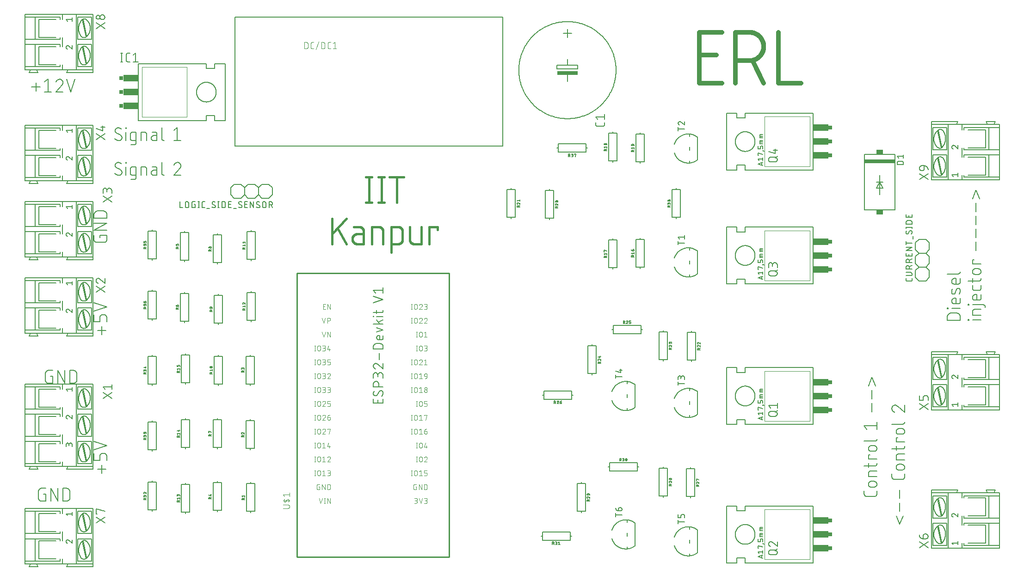
<source format=gbr>
G04 EAGLE Gerber RS-274X export*
G75*
%MOMM*%
%FSLAX34Y34*%
%LPD*%
%INSilkscreen Top*%
%IPPOS*%
%AMOC8*
5,1,8,0,0,1.08239X$1,22.5*%
G01*
%ADD10C,0.812800*%
%ADD11C,0.406400*%
%ADD12C,0.203200*%
%ADD13C,0.152400*%
%ADD14C,0.127000*%
%ADD15R,5.588000X0.762000*%
%ADD16R,1.270000X0.889000*%
%ADD17C,0.101600*%
%ADD18C,0.050800*%
%ADD19R,0.635000X0.762000*%
%ADD20R,2.794000X1.270000*%
%ADD21C,0.177800*%
%ADD22C,0.076200*%
%ADD23C,0.254000*%
%ADD24R,3.810000X0.635000*%


D10*
X1302907Y905764D02*
X1261364Y905764D01*
X1261364Y999236D01*
X1302907Y999236D01*
X1292521Y957693D02*
X1261364Y957693D01*
X1327361Y999236D02*
X1327361Y905764D01*
X1327361Y999236D02*
X1353325Y999236D01*
X1353957Y999228D01*
X1354589Y999205D01*
X1355220Y999167D01*
X1355850Y999113D01*
X1356479Y999044D01*
X1357105Y998959D01*
X1357730Y998860D01*
X1358352Y998745D01*
X1358970Y998615D01*
X1359586Y998470D01*
X1360198Y998310D01*
X1360805Y998135D01*
X1361408Y997946D01*
X1362007Y997741D01*
X1362600Y997523D01*
X1363188Y997290D01*
X1363770Y997042D01*
X1364346Y996781D01*
X1364915Y996506D01*
X1365477Y996217D01*
X1366032Y995914D01*
X1366580Y995598D01*
X1367120Y995268D01*
X1367651Y994926D01*
X1368174Y994571D01*
X1368688Y994203D01*
X1369194Y993822D01*
X1369689Y993430D01*
X1370175Y993025D01*
X1370651Y992609D01*
X1371117Y992182D01*
X1371572Y991743D01*
X1372017Y991293D01*
X1372450Y990832D01*
X1372872Y990362D01*
X1373282Y989880D01*
X1373681Y989390D01*
X1374067Y988889D01*
X1374441Y988379D01*
X1374803Y987861D01*
X1375152Y987333D01*
X1375488Y986798D01*
X1375810Y986254D01*
X1376120Y985703D01*
X1376416Y985144D01*
X1376698Y984578D01*
X1376967Y984006D01*
X1377221Y983427D01*
X1377461Y982842D01*
X1377687Y982251D01*
X1377898Y981655D01*
X1378095Y981054D01*
X1378277Y980449D01*
X1378445Y979839D01*
X1378597Y979226D01*
X1378735Y978608D01*
X1378857Y977988D01*
X1378964Y977365D01*
X1379056Y976739D01*
X1379133Y976112D01*
X1379195Y975482D01*
X1379241Y974852D01*
X1379272Y974220D01*
X1379287Y973588D01*
X1379287Y972956D01*
X1379272Y972324D01*
X1379241Y971692D01*
X1379195Y971062D01*
X1379133Y970432D01*
X1379056Y969805D01*
X1378964Y969179D01*
X1378857Y968556D01*
X1378735Y967936D01*
X1378597Y967318D01*
X1378445Y966705D01*
X1378277Y966095D01*
X1378095Y965490D01*
X1377898Y964889D01*
X1377687Y964293D01*
X1377461Y963702D01*
X1377221Y963117D01*
X1376967Y962538D01*
X1376698Y961966D01*
X1376416Y961400D01*
X1376120Y960841D01*
X1375810Y960290D01*
X1375488Y959746D01*
X1375152Y959211D01*
X1374803Y958683D01*
X1374441Y958165D01*
X1374067Y957655D01*
X1373681Y957154D01*
X1373282Y956664D01*
X1372872Y956182D01*
X1372450Y955712D01*
X1372017Y955251D01*
X1371572Y954801D01*
X1371117Y954362D01*
X1370651Y953935D01*
X1370175Y953519D01*
X1369689Y953114D01*
X1369194Y952722D01*
X1368688Y952341D01*
X1368174Y951973D01*
X1367651Y951618D01*
X1367120Y951276D01*
X1366580Y950946D01*
X1366032Y950630D01*
X1365477Y950327D01*
X1364915Y950038D01*
X1364346Y949763D01*
X1363770Y949502D01*
X1363188Y949254D01*
X1362600Y949021D01*
X1362007Y948803D01*
X1361408Y948598D01*
X1360805Y948409D01*
X1360198Y948234D01*
X1359586Y948074D01*
X1358970Y947929D01*
X1358352Y947799D01*
X1357730Y947684D01*
X1357105Y947585D01*
X1356479Y947500D01*
X1355850Y947431D01*
X1355220Y947377D01*
X1354589Y947339D01*
X1353957Y947316D01*
X1353325Y947308D01*
X1353325Y947307D02*
X1327361Y947307D01*
X1358518Y947307D02*
X1379290Y905764D01*
X1406144Y905764D02*
X1406144Y999236D01*
X1406144Y905764D02*
X1447687Y905764D01*
D11*
X656505Y734568D02*
X656505Y687832D01*
X651312Y687832D02*
X661698Y687832D01*
X661698Y734568D02*
X651312Y734568D01*
X679365Y734568D02*
X679365Y687832D01*
X674172Y687832D02*
X684558Y687832D01*
X684558Y734568D02*
X674172Y734568D01*
X707305Y734568D02*
X707305Y687832D01*
X694323Y734568D02*
X720288Y734568D01*
X589058Y658368D02*
X589058Y611632D01*
X589058Y629807D02*
X615023Y658368D01*
X599444Y640193D02*
X615023Y611632D01*
X635158Y629807D02*
X646842Y629807D01*
X635158Y629808D02*
X634937Y629805D01*
X634716Y629797D01*
X634495Y629784D01*
X634274Y629765D01*
X634054Y629741D01*
X633835Y629711D01*
X633616Y629676D01*
X633399Y629636D01*
X633182Y629591D01*
X632967Y629540D01*
X632752Y629484D01*
X632540Y629423D01*
X632329Y629356D01*
X632119Y629285D01*
X631911Y629208D01*
X631706Y629127D01*
X631502Y629040D01*
X631301Y628949D01*
X631101Y628852D01*
X630904Y628751D01*
X630710Y628645D01*
X630519Y628535D01*
X630330Y628419D01*
X630144Y628299D01*
X629960Y628175D01*
X629780Y628046D01*
X629604Y627913D01*
X629430Y627776D01*
X629260Y627634D01*
X629093Y627488D01*
X628930Y627339D01*
X628771Y627185D01*
X628616Y627028D01*
X628464Y626867D01*
X628316Y626702D01*
X628173Y626533D01*
X628033Y626362D01*
X627898Y626186D01*
X627767Y626008D01*
X627640Y625826D01*
X627518Y625642D01*
X627401Y625454D01*
X627288Y625264D01*
X627179Y625071D01*
X627076Y624875D01*
X626977Y624677D01*
X626883Y624477D01*
X626794Y624274D01*
X626710Y624070D01*
X626631Y623863D01*
X626557Y623654D01*
X626488Y623444D01*
X626424Y623232D01*
X626366Y623019D01*
X626312Y622804D01*
X626264Y622588D01*
X626221Y622371D01*
X626184Y622153D01*
X626151Y621934D01*
X626125Y621714D01*
X626103Y621494D01*
X626087Y621273D01*
X626076Y621052D01*
X626071Y620831D01*
X626071Y620609D01*
X626076Y620388D01*
X626087Y620167D01*
X626103Y619946D01*
X626125Y619726D01*
X626151Y619506D01*
X626184Y619287D01*
X626221Y619069D01*
X626264Y618852D01*
X626312Y618636D01*
X626366Y618421D01*
X626424Y618208D01*
X626488Y617996D01*
X626557Y617786D01*
X626631Y617577D01*
X626710Y617370D01*
X626794Y617166D01*
X626883Y616963D01*
X626977Y616763D01*
X627076Y616565D01*
X627179Y616369D01*
X627288Y616176D01*
X627401Y615986D01*
X627518Y615798D01*
X627640Y615614D01*
X627767Y615432D01*
X627898Y615254D01*
X628033Y615078D01*
X628173Y614907D01*
X628316Y614738D01*
X628464Y614573D01*
X628616Y614412D01*
X628771Y614255D01*
X628930Y614101D01*
X629093Y613952D01*
X629260Y613806D01*
X629430Y613664D01*
X629604Y613527D01*
X629780Y613394D01*
X629960Y613265D01*
X630144Y613141D01*
X630330Y613021D01*
X630519Y612905D01*
X630710Y612795D01*
X630904Y612689D01*
X631101Y612588D01*
X631301Y612491D01*
X631502Y612400D01*
X631706Y612313D01*
X631911Y612232D01*
X632119Y612155D01*
X632329Y612084D01*
X632540Y612017D01*
X632752Y611956D01*
X632967Y611900D01*
X633182Y611849D01*
X633399Y611804D01*
X633616Y611764D01*
X633835Y611729D01*
X634054Y611699D01*
X634274Y611675D01*
X634495Y611656D01*
X634716Y611643D01*
X634937Y611635D01*
X635158Y611632D01*
X646842Y611632D01*
X646842Y635000D01*
X646840Y635188D01*
X646833Y635376D01*
X646822Y635564D01*
X646806Y635752D01*
X646785Y635939D01*
X646760Y636125D01*
X646731Y636311D01*
X646697Y636496D01*
X646658Y636681D01*
X646616Y636864D01*
X646568Y637046D01*
X646517Y637227D01*
X646461Y637407D01*
X646400Y637585D01*
X646336Y637762D01*
X646267Y637937D01*
X646194Y638111D01*
X646117Y638282D01*
X646035Y638452D01*
X645950Y638620D01*
X645860Y638785D01*
X645767Y638949D01*
X645670Y639110D01*
X645568Y639268D01*
X645463Y639425D01*
X645354Y639578D01*
X645242Y639729D01*
X645126Y639877D01*
X645006Y640023D01*
X644883Y640165D01*
X644757Y640304D01*
X644627Y640441D01*
X644494Y640574D01*
X644357Y640704D01*
X644218Y640830D01*
X644076Y640953D01*
X643930Y641073D01*
X643782Y641189D01*
X643631Y641301D01*
X643478Y641410D01*
X643321Y641515D01*
X643163Y641617D01*
X643002Y641714D01*
X642838Y641807D01*
X642673Y641897D01*
X642505Y641982D01*
X642335Y642064D01*
X642164Y642141D01*
X641990Y642214D01*
X641815Y642283D01*
X641638Y642347D01*
X641460Y642408D01*
X641280Y642464D01*
X641099Y642515D01*
X640917Y642563D01*
X640734Y642605D01*
X640549Y642644D01*
X640364Y642678D01*
X640178Y642707D01*
X639992Y642732D01*
X639805Y642753D01*
X639617Y642769D01*
X639429Y642780D01*
X639241Y642787D01*
X639053Y642789D01*
X628667Y642789D01*
X661599Y642789D02*
X661599Y611632D01*
X661599Y642789D02*
X674581Y642789D01*
X674769Y642787D01*
X674957Y642780D01*
X675145Y642769D01*
X675333Y642753D01*
X675520Y642732D01*
X675706Y642707D01*
X675892Y642678D01*
X676077Y642644D01*
X676262Y642605D01*
X676445Y642563D01*
X676627Y642515D01*
X676808Y642464D01*
X676988Y642408D01*
X677166Y642347D01*
X677343Y642283D01*
X677518Y642214D01*
X677692Y642141D01*
X677863Y642064D01*
X678033Y641982D01*
X678201Y641897D01*
X678366Y641807D01*
X678530Y641714D01*
X678691Y641617D01*
X678849Y641515D01*
X679006Y641410D01*
X679159Y641301D01*
X679310Y641189D01*
X679458Y641073D01*
X679604Y640953D01*
X679746Y640830D01*
X679885Y640704D01*
X680022Y640574D01*
X680155Y640441D01*
X680285Y640304D01*
X680411Y640165D01*
X680534Y640023D01*
X680654Y639877D01*
X680770Y639729D01*
X680882Y639578D01*
X680991Y639425D01*
X681096Y639268D01*
X681198Y639110D01*
X681295Y638949D01*
X681388Y638785D01*
X681478Y638620D01*
X681563Y638452D01*
X681645Y638282D01*
X681722Y638111D01*
X681795Y637937D01*
X681864Y637762D01*
X681928Y637585D01*
X681989Y637407D01*
X682045Y637227D01*
X682096Y637046D01*
X682144Y636864D01*
X682186Y636681D01*
X682225Y636496D01*
X682259Y636311D01*
X682288Y636125D01*
X682313Y635939D01*
X682334Y635752D01*
X682350Y635564D01*
X682361Y635376D01*
X682368Y635188D01*
X682370Y635000D01*
X682370Y611632D01*
X697126Y596053D02*
X697126Y642789D01*
X710108Y642789D01*
X710296Y642787D01*
X710484Y642780D01*
X710672Y642769D01*
X710860Y642753D01*
X711047Y642732D01*
X711233Y642707D01*
X711419Y642678D01*
X711604Y642644D01*
X711789Y642605D01*
X711972Y642563D01*
X712154Y642515D01*
X712335Y642464D01*
X712515Y642408D01*
X712693Y642347D01*
X712870Y642283D01*
X713045Y642214D01*
X713219Y642141D01*
X713390Y642064D01*
X713560Y641982D01*
X713728Y641897D01*
X713893Y641807D01*
X714057Y641714D01*
X714218Y641617D01*
X714376Y641515D01*
X714533Y641410D01*
X714686Y641301D01*
X714837Y641189D01*
X714985Y641073D01*
X715131Y640953D01*
X715273Y640830D01*
X715412Y640704D01*
X715549Y640574D01*
X715682Y640441D01*
X715812Y640304D01*
X715938Y640165D01*
X716061Y640023D01*
X716181Y639877D01*
X716297Y639729D01*
X716409Y639578D01*
X716518Y639425D01*
X716623Y639268D01*
X716725Y639110D01*
X716822Y638949D01*
X716915Y638785D01*
X717005Y638620D01*
X717090Y638452D01*
X717172Y638282D01*
X717249Y638111D01*
X717322Y637937D01*
X717391Y637762D01*
X717455Y637585D01*
X717516Y637407D01*
X717572Y637227D01*
X717623Y637046D01*
X717671Y636864D01*
X717713Y636681D01*
X717752Y636496D01*
X717786Y636311D01*
X717815Y636125D01*
X717840Y635939D01*
X717861Y635752D01*
X717877Y635564D01*
X717888Y635376D01*
X717895Y635188D01*
X717897Y635000D01*
X717898Y635000D02*
X717898Y619421D01*
X717897Y619421D02*
X717895Y619233D01*
X717888Y619045D01*
X717877Y618857D01*
X717861Y618669D01*
X717840Y618482D01*
X717815Y618296D01*
X717786Y618110D01*
X717752Y617925D01*
X717713Y617740D01*
X717671Y617557D01*
X717623Y617375D01*
X717572Y617194D01*
X717516Y617014D01*
X717455Y616836D01*
X717391Y616659D01*
X717322Y616484D01*
X717249Y616310D01*
X717172Y616139D01*
X717090Y615969D01*
X717005Y615801D01*
X716915Y615636D01*
X716822Y615472D01*
X716725Y615311D01*
X716623Y615153D01*
X716518Y614996D01*
X716409Y614843D01*
X716297Y614692D01*
X716181Y614544D01*
X716061Y614398D01*
X715938Y614256D01*
X715812Y614117D01*
X715682Y613980D01*
X715549Y613847D01*
X715412Y613717D01*
X715273Y613591D01*
X715131Y613468D01*
X714985Y613348D01*
X714837Y613232D01*
X714686Y613120D01*
X714533Y613011D01*
X714376Y612906D01*
X714218Y612804D01*
X714057Y612707D01*
X713893Y612614D01*
X713728Y612524D01*
X713560Y612439D01*
X713390Y612357D01*
X713219Y612280D01*
X713045Y612207D01*
X712870Y612138D01*
X712693Y612074D01*
X712515Y612013D01*
X712335Y611957D01*
X712154Y611906D01*
X711972Y611858D01*
X711789Y611816D01*
X711604Y611777D01*
X711419Y611743D01*
X711233Y611714D01*
X711047Y611689D01*
X710860Y611668D01*
X710672Y611652D01*
X710484Y611641D01*
X710296Y611634D01*
X710108Y611632D01*
X697126Y611632D01*
X731448Y619421D02*
X731448Y642789D01*
X731449Y619421D02*
X731451Y619233D01*
X731458Y619045D01*
X731469Y618857D01*
X731485Y618669D01*
X731506Y618482D01*
X731531Y618296D01*
X731560Y618110D01*
X731594Y617925D01*
X731633Y617740D01*
X731675Y617557D01*
X731723Y617375D01*
X731774Y617194D01*
X731830Y617014D01*
X731891Y616836D01*
X731955Y616659D01*
X732024Y616484D01*
X732097Y616310D01*
X732174Y616139D01*
X732256Y615969D01*
X732341Y615801D01*
X732431Y615636D01*
X732524Y615472D01*
X732621Y615311D01*
X732723Y615153D01*
X732828Y614996D01*
X732937Y614843D01*
X733049Y614692D01*
X733165Y614544D01*
X733285Y614398D01*
X733408Y614256D01*
X733534Y614117D01*
X733664Y613980D01*
X733797Y613847D01*
X733934Y613717D01*
X734073Y613591D01*
X734215Y613468D01*
X734361Y613348D01*
X734509Y613232D01*
X734660Y613120D01*
X734813Y613011D01*
X734970Y612906D01*
X735128Y612804D01*
X735289Y612707D01*
X735453Y612614D01*
X735618Y612524D01*
X735786Y612439D01*
X735956Y612357D01*
X736127Y612280D01*
X736301Y612207D01*
X736476Y612138D01*
X736653Y612074D01*
X736831Y612013D01*
X737011Y611957D01*
X737192Y611906D01*
X737374Y611858D01*
X737557Y611816D01*
X737742Y611777D01*
X737927Y611743D01*
X738113Y611714D01*
X738299Y611689D01*
X738486Y611668D01*
X738674Y611652D01*
X738862Y611641D01*
X739050Y611634D01*
X739238Y611632D01*
X752220Y611632D01*
X752220Y642789D01*
X766963Y642789D02*
X766963Y611632D01*
X766963Y642789D02*
X782542Y642789D01*
X782542Y637596D01*
D12*
X1715516Y472079D02*
X1738884Y472079D01*
X1715516Y472079D02*
X1715516Y478570D01*
X1715518Y478729D01*
X1715524Y478888D01*
X1715534Y479048D01*
X1715547Y479206D01*
X1715565Y479365D01*
X1715586Y479522D01*
X1715612Y479680D01*
X1715641Y479836D01*
X1715674Y479992D01*
X1715711Y480147D01*
X1715751Y480301D01*
X1715796Y480454D01*
X1715844Y480606D01*
X1715895Y480757D01*
X1715951Y480906D01*
X1716010Y481054D01*
X1716073Y481200D01*
X1716139Y481345D01*
X1716209Y481488D01*
X1716282Y481630D01*
X1716359Y481769D01*
X1716439Y481907D01*
X1716523Y482043D01*
X1716610Y482176D01*
X1716700Y482308D01*
X1716793Y482437D01*
X1716890Y482563D01*
X1716989Y482688D01*
X1717092Y482810D01*
X1717197Y482929D01*
X1717306Y483046D01*
X1717417Y483160D01*
X1717531Y483271D01*
X1717648Y483380D01*
X1717767Y483485D01*
X1717889Y483588D01*
X1718014Y483687D01*
X1718140Y483784D01*
X1718269Y483877D01*
X1718401Y483967D01*
X1718534Y484054D01*
X1718670Y484138D01*
X1718808Y484218D01*
X1718947Y484295D01*
X1719089Y484368D01*
X1719232Y484438D01*
X1719377Y484504D01*
X1719523Y484567D01*
X1719671Y484626D01*
X1719820Y484682D01*
X1719971Y484733D01*
X1720123Y484781D01*
X1720276Y484826D01*
X1720430Y484866D01*
X1720585Y484903D01*
X1720741Y484936D01*
X1720897Y484965D01*
X1721055Y484991D01*
X1721212Y485012D01*
X1721371Y485030D01*
X1721529Y485043D01*
X1721689Y485053D01*
X1721848Y485059D01*
X1722007Y485061D01*
X1722007Y485062D02*
X1732393Y485062D01*
X1732393Y485061D02*
X1732552Y485059D01*
X1732711Y485053D01*
X1732871Y485043D01*
X1733029Y485030D01*
X1733188Y485012D01*
X1733345Y484991D01*
X1733503Y484965D01*
X1733659Y484936D01*
X1733815Y484903D01*
X1733970Y484866D01*
X1734124Y484826D01*
X1734277Y484781D01*
X1734429Y484733D01*
X1734580Y484682D01*
X1734729Y484626D01*
X1734877Y484567D01*
X1735023Y484504D01*
X1735168Y484438D01*
X1735311Y484368D01*
X1735453Y484295D01*
X1735592Y484218D01*
X1735730Y484138D01*
X1735866Y484054D01*
X1735999Y483967D01*
X1736131Y483877D01*
X1736260Y483784D01*
X1736386Y483687D01*
X1736511Y483588D01*
X1736633Y483485D01*
X1736752Y483380D01*
X1736869Y483271D01*
X1736983Y483160D01*
X1737094Y483046D01*
X1737203Y482929D01*
X1737308Y482810D01*
X1737411Y482688D01*
X1737510Y482563D01*
X1737607Y482437D01*
X1737700Y482308D01*
X1737790Y482176D01*
X1737877Y482043D01*
X1737961Y481907D01*
X1738041Y481769D01*
X1738118Y481630D01*
X1738191Y481488D01*
X1738261Y481345D01*
X1738327Y481200D01*
X1738390Y481054D01*
X1738449Y480906D01*
X1738505Y480757D01*
X1738556Y480606D01*
X1738605Y480454D01*
X1738649Y480301D01*
X1738689Y480147D01*
X1738726Y479992D01*
X1738759Y479836D01*
X1738788Y479680D01*
X1738814Y479522D01*
X1738835Y479365D01*
X1738853Y479206D01*
X1738866Y479047D01*
X1738876Y478888D01*
X1738882Y478729D01*
X1738884Y478570D01*
X1738884Y472079D01*
X1738884Y493882D02*
X1723305Y493882D01*
X1716814Y493232D02*
X1715516Y493232D01*
X1715516Y494531D01*
X1716814Y494531D01*
X1716814Y493232D01*
X1738884Y505807D02*
X1738884Y512298D01*
X1738884Y505807D02*
X1738882Y505685D01*
X1738876Y505562D01*
X1738867Y505440D01*
X1738853Y505319D01*
X1738836Y505198D01*
X1738815Y505077D01*
X1738790Y504957D01*
X1738762Y504838D01*
X1738729Y504720D01*
X1738693Y504603D01*
X1738654Y504488D01*
X1738610Y504373D01*
X1738564Y504260D01*
X1738513Y504149D01*
X1738459Y504039D01*
X1738402Y503931D01*
X1738342Y503824D01*
X1738278Y503720D01*
X1738210Y503618D01*
X1738140Y503518D01*
X1738067Y503420D01*
X1737990Y503324D01*
X1737911Y503231D01*
X1737828Y503141D01*
X1737743Y503053D01*
X1737655Y502968D01*
X1737565Y502885D01*
X1737472Y502806D01*
X1737376Y502729D01*
X1737278Y502656D01*
X1737178Y502586D01*
X1737076Y502518D01*
X1736972Y502454D01*
X1736865Y502394D01*
X1736757Y502337D01*
X1736647Y502283D01*
X1736536Y502232D01*
X1736423Y502186D01*
X1736308Y502142D01*
X1736193Y502103D01*
X1736076Y502067D01*
X1735958Y502034D01*
X1735839Y502006D01*
X1735719Y501981D01*
X1735598Y501960D01*
X1735477Y501943D01*
X1735356Y501929D01*
X1735234Y501920D01*
X1735111Y501914D01*
X1734989Y501912D01*
X1728498Y501912D01*
X1728355Y501914D01*
X1728212Y501920D01*
X1728069Y501930D01*
X1727927Y501944D01*
X1727785Y501961D01*
X1727643Y501983D01*
X1727502Y502008D01*
X1727362Y502038D01*
X1727223Y502071D01*
X1727085Y502108D01*
X1726948Y502149D01*
X1726812Y502193D01*
X1726677Y502242D01*
X1726544Y502294D01*
X1726412Y502349D01*
X1726282Y502409D01*
X1726153Y502472D01*
X1726026Y502538D01*
X1725902Y502608D01*
X1725779Y502681D01*
X1725658Y502758D01*
X1725539Y502838D01*
X1725423Y502921D01*
X1725308Y503007D01*
X1725197Y503096D01*
X1725087Y503189D01*
X1724981Y503284D01*
X1724877Y503383D01*
X1724776Y503484D01*
X1724677Y503588D01*
X1724582Y503694D01*
X1724489Y503804D01*
X1724400Y503915D01*
X1724314Y504030D01*
X1724231Y504146D01*
X1724151Y504265D01*
X1724074Y504386D01*
X1724001Y504509D01*
X1723931Y504633D01*
X1723865Y504760D01*
X1723802Y504889D01*
X1723742Y505019D01*
X1723687Y505151D01*
X1723635Y505284D01*
X1723586Y505419D01*
X1723542Y505555D01*
X1723501Y505692D01*
X1723464Y505830D01*
X1723431Y505969D01*
X1723401Y506109D01*
X1723376Y506250D01*
X1723354Y506392D01*
X1723337Y506534D01*
X1723323Y506676D01*
X1723313Y506819D01*
X1723307Y506962D01*
X1723305Y507105D01*
X1723307Y507248D01*
X1723313Y507391D01*
X1723323Y507534D01*
X1723337Y507676D01*
X1723354Y507818D01*
X1723376Y507960D01*
X1723401Y508101D01*
X1723431Y508241D01*
X1723464Y508380D01*
X1723501Y508518D01*
X1723542Y508655D01*
X1723586Y508791D01*
X1723635Y508926D01*
X1723687Y509059D01*
X1723742Y509191D01*
X1723802Y509321D01*
X1723865Y509450D01*
X1723931Y509577D01*
X1724001Y509702D01*
X1724074Y509824D01*
X1724151Y509945D01*
X1724231Y510064D01*
X1724314Y510180D01*
X1724400Y510295D01*
X1724489Y510406D01*
X1724582Y510516D01*
X1724677Y510622D01*
X1724776Y510726D01*
X1724877Y510827D01*
X1724981Y510926D01*
X1725087Y511021D01*
X1725197Y511114D01*
X1725308Y511203D01*
X1725423Y511289D01*
X1725539Y511372D01*
X1725658Y511452D01*
X1725779Y511529D01*
X1725902Y511602D01*
X1726026Y511672D01*
X1726153Y511738D01*
X1726282Y511801D01*
X1726412Y511861D01*
X1726544Y511916D01*
X1726677Y511968D01*
X1726812Y512017D01*
X1726948Y512061D01*
X1727085Y512102D01*
X1727223Y512139D01*
X1727362Y512172D01*
X1727502Y512202D01*
X1727643Y512227D01*
X1727785Y512249D01*
X1727927Y512266D01*
X1728069Y512280D01*
X1728212Y512290D01*
X1728355Y512296D01*
X1728498Y512298D01*
X1731095Y512298D01*
X1731095Y501912D01*
X1729796Y521954D02*
X1732393Y528445D01*
X1729796Y521954D02*
X1729752Y521848D01*
X1729703Y521743D01*
X1729651Y521640D01*
X1729596Y521539D01*
X1729537Y521439D01*
X1729475Y521342D01*
X1729410Y521247D01*
X1729341Y521155D01*
X1729269Y521064D01*
X1729195Y520977D01*
X1729117Y520891D01*
X1729036Y520809D01*
X1728953Y520729D01*
X1728867Y520653D01*
X1728778Y520579D01*
X1728687Y520508D01*
X1728593Y520441D01*
X1728497Y520377D01*
X1728399Y520316D01*
X1728300Y520258D01*
X1728198Y520204D01*
X1728094Y520154D01*
X1727989Y520107D01*
X1727882Y520063D01*
X1727773Y520024D01*
X1727664Y519988D01*
X1727553Y519956D01*
X1727441Y519927D01*
X1727329Y519903D01*
X1727215Y519882D01*
X1727101Y519866D01*
X1726986Y519853D01*
X1726871Y519844D01*
X1726756Y519839D01*
X1726641Y519838D01*
X1726526Y519841D01*
X1726410Y519848D01*
X1726296Y519859D01*
X1726181Y519874D01*
X1726068Y519893D01*
X1725954Y519915D01*
X1725842Y519942D01*
X1725731Y519972D01*
X1725621Y520006D01*
X1725512Y520044D01*
X1725404Y520085D01*
X1725298Y520131D01*
X1725194Y520180D01*
X1725091Y520232D01*
X1724990Y520288D01*
X1724891Y520347D01*
X1724794Y520410D01*
X1724700Y520476D01*
X1724607Y520545D01*
X1724517Y520617D01*
X1724430Y520692D01*
X1724345Y520771D01*
X1724263Y520852D01*
X1724184Y520936D01*
X1724108Y521022D01*
X1724035Y521111D01*
X1723965Y521203D01*
X1723898Y521297D01*
X1723834Y521393D01*
X1723774Y521491D01*
X1723717Y521591D01*
X1723663Y521693D01*
X1723613Y521797D01*
X1723567Y521903D01*
X1723524Y522010D01*
X1723485Y522119D01*
X1723450Y522228D01*
X1723418Y522339D01*
X1723390Y522451D01*
X1723366Y522564D01*
X1723346Y522678D01*
X1723330Y522792D01*
X1723318Y522906D01*
X1723310Y523021D01*
X1723306Y523137D01*
X1723305Y523252D01*
X1723306Y523252D02*
X1723315Y523607D01*
X1723333Y523961D01*
X1723359Y524314D01*
X1723394Y524667D01*
X1723437Y525019D01*
X1723489Y525370D01*
X1723549Y525719D01*
X1723618Y526067D01*
X1723695Y526413D01*
X1723780Y526757D01*
X1723873Y527099D01*
X1723975Y527438D01*
X1724085Y527775D01*
X1724202Y528110D01*
X1724328Y528441D01*
X1724462Y528769D01*
X1724604Y529094D01*
X1732393Y528445D02*
X1732437Y528551D01*
X1732486Y528656D01*
X1732538Y528759D01*
X1732593Y528860D01*
X1732652Y528960D01*
X1732714Y529057D01*
X1732779Y529152D01*
X1732848Y529244D01*
X1732920Y529335D01*
X1732994Y529422D01*
X1733072Y529508D01*
X1733153Y529590D01*
X1733236Y529670D01*
X1733322Y529746D01*
X1733411Y529820D01*
X1733502Y529891D01*
X1733596Y529958D01*
X1733692Y530022D01*
X1733790Y530083D01*
X1733889Y530141D01*
X1733991Y530195D01*
X1734095Y530245D01*
X1734200Y530292D01*
X1734307Y530336D01*
X1734416Y530375D01*
X1734525Y530411D01*
X1734636Y530443D01*
X1734748Y530472D01*
X1734860Y530496D01*
X1734974Y530517D01*
X1735088Y530533D01*
X1735203Y530546D01*
X1735318Y530555D01*
X1735433Y530560D01*
X1735548Y530561D01*
X1735663Y530558D01*
X1735779Y530551D01*
X1735893Y530540D01*
X1736008Y530525D01*
X1736121Y530506D01*
X1736235Y530484D01*
X1736347Y530457D01*
X1736458Y530427D01*
X1736568Y530393D01*
X1736677Y530355D01*
X1736785Y530314D01*
X1736891Y530268D01*
X1736995Y530219D01*
X1737098Y530167D01*
X1737199Y530111D01*
X1737298Y530052D01*
X1737395Y529989D01*
X1737489Y529923D01*
X1737582Y529854D01*
X1737672Y529782D01*
X1737759Y529707D01*
X1737844Y529628D01*
X1737926Y529547D01*
X1738005Y529463D01*
X1738081Y529377D01*
X1738154Y529288D01*
X1738224Y529196D01*
X1738291Y529102D01*
X1738355Y529006D01*
X1738415Y528908D01*
X1738472Y528808D01*
X1738526Y528706D01*
X1738576Y528602D01*
X1738622Y528496D01*
X1738665Y528389D01*
X1738704Y528280D01*
X1738739Y528171D01*
X1738771Y528060D01*
X1738799Y527948D01*
X1738823Y527835D01*
X1738843Y527721D01*
X1738859Y527607D01*
X1738871Y527493D01*
X1738879Y527377D01*
X1738883Y527262D01*
X1738884Y527147D01*
X1738870Y526627D01*
X1738844Y526107D01*
X1738806Y525587D01*
X1738756Y525069D01*
X1738693Y524552D01*
X1738618Y524037D01*
X1738531Y523524D01*
X1738432Y523012D01*
X1738320Y522504D01*
X1738197Y521998D01*
X1738062Y521495D01*
X1737915Y520995D01*
X1737756Y520499D01*
X1737586Y520007D01*
X1738884Y541996D02*
X1738884Y548487D01*
X1738884Y541996D02*
X1738882Y541874D01*
X1738876Y541751D01*
X1738867Y541629D01*
X1738853Y541508D01*
X1738836Y541387D01*
X1738815Y541266D01*
X1738790Y541146D01*
X1738762Y541027D01*
X1738729Y540909D01*
X1738693Y540792D01*
X1738654Y540677D01*
X1738610Y540562D01*
X1738564Y540449D01*
X1738513Y540338D01*
X1738459Y540228D01*
X1738402Y540120D01*
X1738342Y540013D01*
X1738278Y539909D01*
X1738210Y539807D01*
X1738140Y539707D01*
X1738067Y539609D01*
X1737990Y539513D01*
X1737911Y539420D01*
X1737828Y539330D01*
X1737743Y539242D01*
X1737655Y539157D01*
X1737565Y539074D01*
X1737472Y538995D01*
X1737376Y538918D01*
X1737278Y538845D01*
X1737178Y538775D01*
X1737076Y538707D01*
X1736972Y538643D01*
X1736865Y538583D01*
X1736757Y538526D01*
X1736647Y538472D01*
X1736536Y538421D01*
X1736423Y538375D01*
X1736308Y538331D01*
X1736193Y538292D01*
X1736076Y538256D01*
X1735958Y538223D01*
X1735839Y538195D01*
X1735719Y538170D01*
X1735598Y538149D01*
X1735477Y538132D01*
X1735356Y538118D01*
X1735234Y538109D01*
X1735111Y538103D01*
X1734989Y538101D01*
X1734989Y538102D02*
X1728498Y538102D01*
X1728355Y538104D01*
X1728212Y538110D01*
X1728069Y538120D01*
X1727927Y538134D01*
X1727785Y538151D01*
X1727643Y538173D01*
X1727502Y538198D01*
X1727362Y538228D01*
X1727223Y538261D01*
X1727085Y538298D01*
X1726948Y538339D01*
X1726812Y538383D01*
X1726677Y538432D01*
X1726544Y538484D01*
X1726412Y538539D01*
X1726282Y538599D01*
X1726153Y538662D01*
X1726026Y538728D01*
X1725902Y538798D01*
X1725779Y538871D01*
X1725658Y538948D01*
X1725539Y539028D01*
X1725423Y539111D01*
X1725308Y539197D01*
X1725197Y539286D01*
X1725087Y539379D01*
X1724981Y539474D01*
X1724877Y539573D01*
X1724776Y539674D01*
X1724677Y539778D01*
X1724582Y539884D01*
X1724489Y539994D01*
X1724400Y540105D01*
X1724314Y540220D01*
X1724231Y540336D01*
X1724151Y540455D01*
X1724074Y540576D01*
X1724001Y540699D01*
X1723931Y540823D01*
X1723865Y540950D01*
X1723802Y541079D01*
X1723742Y541209D01*
X1723687Y541341D01*
X1723635Y541474D01*
X1723586Y541609D01*
X1723542Y541745D01*
X1723501Y541882D01*
X1723464Y542020D01*
X1723431Y542159D01*
X1723401Y542299D01*
X1723376Y542440D01*
X1723354Y542582D01*
X1723337Y542724D01*
X1723323Y542866D01*
X1723313Y543009D01*
X1723307Y543152D01*
X1723305Y543295D01*
X1723307Y543438D01*
X1723313Y543581D01*
X1723323Y543724D01*
X1723337Y543866D01*
X1723354Y544008D01*
X1723376Y544150D01*
X1723401Y544291D01*
X1723431Y544431D01*
X1723464Y544570D01*
X1723501Y544708D01*
X1723542Y544845D01*
X1723586Y544981D01*
X1723635Y545116D01*
X1723687Y545249D01*
X1723742Y545381D01*
X1723802Y545511D01*
X1723865Y545640D01*
X1723931Y545767D01*
X1724001Y545892D01*
X1724074Y546014D01*
X1724151Y546135D01*
X1724231Y546254D01*
X1724314Y546370D01*
X1724400Y546485D01*
X1724489Y546596D01*
X1724582Y546706D01*
X1724677Y546812D01*
X1724776Y546916D01*
X1724877Y547017D01*
X1724981Y547116D01*
X1725087Y547211D01*
X1725197Y547304D01*
X1725308Y547393D01*
X1725423Y547479D01*
X1725539Y547562D01*
X1725658Y547642D01*
X1725779Y547719D01*
X1725902Y547792D01*
X1726026Y547862D01*
X1726153Y547928D01*
X1726282Y547991D01*
X1726412Y548051D01*
X1726544Y548106D01*
X1726677Y548158D01*
X1726812Y548207D01*
X1726948Y548251D01*
X1727085Y548292D01*
X1727223Y548329D01*
X1727362Y548362D01*
X1727502Y548392D01*
X1727643Y548417D01*
X1727785Y548439D01*
X1727927Y548456D01*
X1728069Y548470D01*
X1728212Y548480D01*
X1728355Y548486D01*
X1728498Y548488D01*
X1728498Y548487D02*
X1731095Y548487D01*
X1731095Y538102D01*
X1734989Y556703D02*
X1715516Y556703D01*
X1734989Y556702D02*
X1735111Y556704D01*
X1735234Y556710D01*
X1735356Y556719D01*
X1735477Y556733D01*
X1735598Y556750D01*
X1735719Y556771D01*
X1735839Y556796D01*
X1735958Y556824D01*
X1736076Y556857D01*
X1736193Y556893D01*
X1736308Y556932D01*
X1736423Y556976D01*
X1736536Y557022D01*
X1736647Y557073D01*
X1736757Y557127D01*
X1736865Y557184D01*
X1736972Y557244D01*
X1737076Y557308D01*
X1737178Y557376D01*
X1737278Y557446D01*
X1737376Y557519D01*
X1737472Y557596D01*
X1737565Y557675D01*
X1737655Y557758D01*
X1737743Y557843D01*
X1737828Y557931D01*
X1737911Y558021D01*
X1737990Y558114D01*
X1738067Y558210D01*
X1738140Y558308D01*
X1738210Y558408D01*
X1738278Y558510D01*
X1738342Y558614D01*
X1738402Y558721D01*
X1738459Y558829D01*
X1738513Y558939D01*
X1738564Y559050D01*
X1738610Y559163D01*
X1738654Y559278D01*
X1738693Y559393D01*
X1738729Y559510D01*
X1738762Y559628D01*
X1738790Y559747D01*
X1738815Y559867D01*
X1738836Y559988D01*
X1738853Y560109D01*
X1738867Y560230D01*
X1738876Y560352D01*
X1738882Y560475D01*
X1738884Y560597D01*
X1761405Y472728D02*
X1776984Y472728D01*
X1754914Y472079D02*
X1753616Y472079D01*
X1753616Y473378D01*
X1754914Y473378D01*
X1754914Y472079D01*
X1761405Y481455D02*
X1776984Y481455D01*
X1761405Y481455D02*
X1761405Y487946D01*
X1761407Y488068D01*
X1761413Y488191D01*
X1761422Y488313D01*
X1761436Y488434D01*
X1761453Y488555D01*
X1761474Y488676D01*
X1761499Y488796D01*
X1761527Y488915D01*
X1761560Y489033D01*
X1761596Y489150D01*
X1761635Y489265D01*
X1761679Y489380D01*
X1761725Y489493D01*
X1761776Y489604D01*
X1761830Y489714D01*
X1761887Y489822D01*
X1761947Y489929D01*
X1762011Y490033D01*
X1762079Y490135D01*
X1762149Y490235D01*
X1762222Y490333D01*
X1762299Y490429D01*
X1762378Y490522D01*
X1762461Y490612D01*
X1762546Y490700D01*
X1762634Y490785D01*
X1762724Y490868D01*
X1762817Y490947D01*
X1762913Y491024D01*
X1763011Y491097D01*
X1763111Y491167D01*
X1763213Y491235D01*
X1763317Y491299D01*
X1763424Y491359D01*
X1763532Y491416D01*
X1763642Y491470D01*
X1763753Y491521D01*
X1763866Y491567D01*
X1763981Y491611D01*
X1764096Y491650D01*
X1764213Y491686D01*
X1764331Y491719D01*
X1764450Y491747D01*
X1764570Y491772D01*
X1764691Y491793D01*
X1764812Y491810D01*
X1764933Y491824D01*
X1765055Y491833D01*
X1765178Y491839D01*
X1765300Y491841D01*
X1765300Y491840D02*
X1776984Y491840D01*
X1780879Y500403D02*
X1761405Y500403D01*
X1780879Y500403D02*
X1781001Y500401D01*
X1781124Y500395D01*
X1781246Y500386D01*
X1781367Y500372D01*
X1781488Y500355D01*
X1781609Y500334D01*
X1781729Y500309D01*
X1781848Y500281D01*
X1781966Y500248D01*
X1782083Y500212D01*
X1782198Y500173D01*
X1782313Y500129D01*
X1782426Y500083D01*
X1782537Y500032D01*
X1782647Y499978D01*
X1782755Y499921D01*
X1782862Y499861D01*
X1782966Y499797D01*
X1783068Y499729D01*
X1783168Y499659D01*
X1783266Y499586D01*
X1783362Y499509D01*
X1783455Y499430D01*
X1783545Y499347D01*
X1783633Y499262D01*
X1783718Y499174D01*
X1783801Y499084D01*
X1783880Y498991D01*
X1783957Y498895D01*
X1784030Y498797D01*
X1784100Y498697D01*
X1784168Y498595D01*
X1784232Y498491D01*
X1784292Y498384D01*
X1784349Y498276D01*
X1784403Y498166D01*
X1784454Y498055D01*
X1784500Y497942D01*
X1784544Y497827D01*
X1784583Y497712D01*
X1784619Y497595D01*
X1784652Y497477D01*
X1784680Y497358D01*
X1784705Y497238D01*
X1784726Y497117D01*
X1784743Y496996D01*
X1784757Y496875D01*
X1784766Y496753D01*
X1784772Y496630D01*
X1784774Y496508D01*
X1784773Y496508D02*
X1784773Y495210D01*
X1754914Y499754D02*
X1753616Y499754D01*
X1753616Y501052D01*
X1754914Y501052D01*
X1754914Y499754D01*
X1776984Y512492D02*
X1776984Y518983D01*
X1776984Y512492D02*
X1776982Y512370D01*
X1776976Y512247D01*
X1776967Y512125D01*
X1776953Y512004D01*
X1776936Y511883D01*
X1776915Y511762D01*
X1776890Y511642D01*
X1776862Y511523D01*
X1776829Y511405D01*
X1776793Y511288D01*
X1776754Y511173D01*
X1776710Y511058D01*
X1776664Y510945D01*
X1776613Y510834D01*
X1776559Y510724D01*
X1776502Y510616D01*
X1776442Y510509D01*
X1776378Y510405D01*
X1776310Y510303D01*
X1776240Y510203D01*
X1776167Y510105D01*
X1776090Y510009D01*
X1776011Y509916D01*
X1775928Y509826D01*
X1775843Y509738D01*
X1775755Y509653D01*
X1775665Y509570D01*
X1775572Y509491D01*
X1775476Y509414D01*
X1775378Y509341D01*
X1775278Y509271D01*
X1775176Y509203D01*
X1775072Y509139D01*
X1774965Y509079D01*
X1774857Y509022D01*
X1774747Y508968D01*
X1774636Y508917D01*
X1774523Y508871D01*
X1774408Y508827D01*
X1774293Y508788D01*
X1774176Y508752D01*
X1774058Y508719D01*
X1773939Y508691D01*
X1773819Y508666D01*
X1773698Y508645D01*
X1773577Y508628D01*
X1773456Y508614D01*
X1773334Y508605D01*
X1773211Y508599D01*
X1773089Y508597D01*
X1766598Y508597D01*
X1766455Y508599D01*
X1766312Y508605D01*
X1766169Y508615D01*
X1766027Y508629D01*
X1765885Y508646D01*
X1765743Y508668D01*
X1765602Y508693D01*
X1765462Y508723D01*
X1765323Y508756D01*
X1765185Y508793D01*
X1765048Y508834D01*
X1764912Y508878D01*
X1764777Y508927D01*
X1764644Y508979D01*
X1764512Y509034D01*
X1764382Y509094D01*
X1764253Y509157D01*
X1764126Y509223D01*
X1764002Y509293D01*
X1763879Y509366D01*
X1763758Y509443D01*
X1763639Y509523D01*
X1763523Y509606D01*
X1763408Y509692D01*
X1763297Y509781D01*
X1763187Y509874D01*
X1763081Y509969D01*
X1762977Y510068D01*
X1762876Y510169D01*
X1762777Y510273D01*
X1762682Y510379D01*
X1762589Y510489D01*
X1762500Y510600D01*
X1762414Y510715D01*
X1762331Y510831D01*
X1762251Y510950D01*
X1762174Y511071D01*
X1762101Y511194D01*
X1762031Y511318D01*
X1761965Y511445D01*
X1761902Y511574D01*
X1761842Y511704D01*
X1761787Y511836D01*
X1761735Y511969D01*
X1761686Y512104D01*
X1761642Y512240D01*
X1761601Y512377D01*
X1761564Y512515D01*
X1761531Y512654D01*
X1761501Y512794D01*
X1761476Y512935D01*
X1761454Y513077D01*
X1761437Y513219D01*
X1761423Y513361D01*
X1761413Y513504D01*
X1761407Y513647D01*
X1761405Y513790D01*
X1761407Y513933D01*
X1761413Y514076D01*
X1761423Y514219D01*
X1761437Y514361D01*
X1761454Y514503D01*
X1761476Y514645D01*
X1761501Y514786D01*
X1761531Y514926D01*
X1761564Y515065D01*
X1761601Y515203D01*
X1761642Y515340D01*
X1761686Y515476D01*
X1761735Y515611D01*
X1761787Y515744D01*
X1761842Y515876D01*
X1761902Y516006D01*
X1761965Y516135D01*
X1762031Y516262D01*
X1762101Y516387D01*
X1762174Y516509D01*
X1762251Y516630D01*
X1762331Y516749D01*
X1762414Y516865D01*
X1762500Y516980D01*
X1762589Y517091D01*
X1762682Y517201D01*
X1762777Y517307D01*
X1762876Y517411D01*
X1762977Y517512D01*
X1763081Y517611D01*
X1763187Y517706D01*
X1763297Y517799D01*
X1763408Y517888D01*
X1763523Y517974D01*
X1763639Y518057D01*
X1763758Y518137D01*
X1763879Y518214D01*
X1764002Y518287D01*
X1764126Y518357D01*
X1764253Y518423D01*
X1764382Y518486D01*
X1764512Y518546D01*
X1764644Y518601D01*
X1764777Y518653D01*
X1764912Y518702D01*
X1765048Y518746D01*
X1765185Y518787D01*
X1765323Y518824D01*
X1765462Y518857D01*
X1765602Y518887D01*
X1765743Y518912D01*
X1765885Y518934D01*
X1766027Y518951D01*
X1766169Y518965D01*
X1766312Y518975D01*
X1766455Y518981D01*
X1766598Y518983D01*
X1769195Y518983D01*
X1769195Y508597D01*
X1776984Y530601D02*
X1776984Y535794D01*
X1776984Y530601D02*
X1776982Y530479D01*
X1776976Y530356D01*
X1776967Y530234D01*
X1776953Y530113D01*
X1776936Y529992D01*
X1776915Y529871D01*
X1776890Y529751D01*
X1776862Y529632D01*
X1776829Y529514D01*
X1776793Y529397D01*
X1776754Y529282D01*
X1776710Y529167D01*
X1776664Y529054D01*
X1776613Y528943D01*
X1776559Y528833D01*
X1776502Y528725D01*
X1776442Y528618D01*
X1776378Y528514D01*
X1776310Y528412D01*
X1776240Y528312D01*
X1776167Y528214D01*
X1776090Y528118D01*
X1776011Y528025D01*
X1775928Y527935D01*
X1775843Y527847D01*
X1775755Y527762D01*
X1775665Y527679D01*
X1775572Y527600D01*
X1775476Y527523D01*
X1775378Y527450D01*
X1775278Y527380D01*
X1775176Y527312D01*
X1775072Y527248D01*
X1774965Y527188D01*
X1774857Y527131D01*
X1774747Y527077D01*
X1774636Y527026D01*
X1774523Y526980D01*
X1774408Y526936D01*
X1774293Y526897D01*
X1774176Y526861D01*
X1774058Y526828D01*
X1773939Y526800D01*
X1773819Y526775D01*
X1773698Y526754D01*
X1773577Y526737D01*
X1773456Y526723D01*
X1773334Y526714D01*
X1773211Y526708D01*
X1773089Y526706D01*
X1765300Y526706D01*
X1765178Y526708D01*
X1765055Y526714D01*
X1764933Y526723D01*
X1764812Y526737D01*
X1764691Y526754D01*
X1764570Y526775D01*
X1764450Y526800D01*
X1764331Y526828D01*
X1764213Y526861D01*
X1764096Y526897D01*
X1763981Y526936D01*
X1763866Y526980D01*
X1763753Y527026D01*
X1763642Y527077D01*
X1763532Y527131D01*
X1763424Y527188D01*
X1763317Y527248D01*
X1763213Y527312D01*
X1763111Y527380D01*
X1763011Y527450D01*
X1762913Y527523D01*
X1762817Y527600D01*
X1762724Y527679D01*
X1762634Y527762D01*
X1762546Y527847D01*
X1762461Y527935D01*
X1762378Y528025D01*
X1762299Y528118D01*
X1762222Y528214D01*
X1762149Y528312D01*
X1762079Y528412D01*
X1762011Y528514D01*
X1761947Y528618D01*
X1761887Y528725D01*
X1761830Y528833D01*
X1761776Y528943D01*
X1761725Y529054D01*
X1761679Y529167D01*
X1761635Y529282D01*
X1761596Y529397D01*
X1761560Y529514D01*
X1761527Y529632D01*
X1761499Y529751D01*
X1761474Y529871D01*
X1761453Y529992D01*
X1761436Y530113D01*
X1761422Y530234D01*
X1761413Y530356D01*
X1761407Y530479D01*
X1761405Y530601D01*
X1761405Y535794D01*
X1761405Y541130D02*
X1761405Y548919D01*
X1753616Y543726D02*
X1773089Y543726D01*
X1773211Y543728D01*
X1773334Y543734D01*
X1773456Y543743D01*
X1773577Y543757D01*
X1773698Y543774D01*
X1773819Y543795D01*
X1773939Y543820D01*
X1774058Y543848D01*
X1774176Y543881D01*
X1774293Y543917D01*
X1774408Y543956D01*
X1774523Y544000D01*
X1774636Y544046D01*
X1774747Y544097D01*
X1774857Y544151D01*
X1774965Y544208D01*
X1775072Y544268D01*
X1775176Y544332D01*
X1775278Y544400D01*
X1775378Y544470D01*
X1775476Y544543D01*
X1775572Y544620D01*
X1775665Y544699D01*
X1775755Y544782D01*
X1775843Y544867D01*
X1775928Y544955D01*
X1776011Y545045D01*
X1776090Y545138D01*
X1776167Y545234D01*
X1776240Y545332D01*
X1776310Y545432D01*
X1776378Y545534D01*
X1776442Y545638D01*
X1776502Y545745D01*
X1776559Y545853D01*
X1776613Y545963D01*
X1776664Y546074D01*
X1776710Y546187D01*
X1776754Y546302D01*
X1776793Y546417D01*
X1776829Y546534D01*
X1776862Y546652D01*
X1776890Y546771D01*
X1776915Y546891D01*
X1776936Y547012D01*
X1776953Y547133D01*
X1776967Y547254D01*
X1776976Y547376D01*
X1776982Y547499D01*
X1776984Y547621D01*
X1776984Y548919D01*
X1771791Y555922D02*
X1766598Y555922D01*
X1766455Y555924D01*
X1766312Y555930D01*
X1766169Y555940D01*
X1766027Y555954D01*
X1765885Y555971D01*
X1765743Y555993D01*
X1765602Y556018D01*
X1765462Y556048D01*
X1765323Y556081D01*
X1765185Y556118D01*
X1765048Y556159D01*
X1764912Y556203D01*
X1764777Y556252D01*
X1764644Y556304D01*
X1764512Y556359D01*
X1764382Y556419D01*
X1764253Y556482D01*
X1764126Y556548D01*
X1764002Y556618D01*
X1763879Y556691D01*
X1763758Y556768D01*
X1763639Y556848D01*
X1763523Y556931D01*
X1763408Y557017D01*
X1763297Y557106D01*
X1763187Y557199D01*
X1763081Y557294D01*
X1762977Y557393D01*
X1762876Y557494D01*
X1762777Y557598D01*
X1762682Y557704D01*
X1762589Y557814D01*
X1762500Y557925D01*
X1762414Y558040D01*
X1762331Y558156D01*
X1762251Y558275D01*
X1762174Y558396D01*
X1762101Y558519D01*
X1762031Y558643D01*
X1761965Y558770D01*
X1761902Y558899D01*
X1761842Y559029D01*
X1761787Y559161D01*
X1761735Y559294D01*
X1761686Y559429D01*
X1761642Y559565D01*
X1761601Y559702D01*
X1761564Y559840D01*
X1761531Y559979D01*
X1761501Y560119D01*
X1761476Y560260D01*
X1761454Y560402D01*
X1761437Y560544D01*
X1761423Y560686D01*
X1761413Y560829D01*
X1761407Y560972D01*
X1761405Y561115D01*
X1761407Y561258D01*
X1761413Y561401D01*
X1761423Y561544D01*
X1761437Y561686D01*
X1761454Y561828D01*
X1761476Y561970D01*
X1761501Y562111D01*
X1761531Y562251D01*
X1761564Y562390D01*
X1761601Y562528D01*
X1761642Y562665D01*
X1761686Y562801D01*
X1761735Y562936D01*
X1761787Y563069D01*
X1761842Y563201D01*
X1761902Y563331D01*
X1761965Y563460D01*
X1762031Y563587D01*
X1762101Y563712D01*
X1762174Y563834D01*
X1762251Y563955D01*
X1762331Y564074D01*
X1762414Y564190D01*
X1762500Y564305D01*
X1762589Y564416D01*
X1762682Y564526D01*
X1762777Y564632D01*
X1762876Y564736D01*
X1762977Y564837D01*
X1763081Y564936D01*
X1763187Y565031D01*
X1763297Y565124D01*
X1763408Y565213D01*
X1763523Y565299D01*
X1763639Y565382D01*
X1763758Y565462D01*
X1763879Y565539D01*
X1764002Y565612D01*
X1764126Y565682D01*
X1764253Y565748D01*
X1764382Y565811D01*
X1764512Y565871D01*
X1764644Y565926D01*
X1764777Y565978D01*
X1764912Y566027D01*
X1765048Y566071D01*
X1765185Y566112D01*
X1765323Y566149D01*
X1765462Y566182D01*
X1765602Y566212D01*
X1765743Y566237D01*
X1765885Y566259D01*
X1766027Y566276D01*
X1766169Y566290D01*
X1766312Y566300D01*
X1766455Y566306D01*
X1766598Y566308D01*
X1771791Y566308D01*
X1771934Y566306D01*
X1772077Y566300D01*
X1772220Y566290D01*
X1772362Y566276D01*
X1772504Y566259D01*
X1772646Y566237D01*
X1772787Y566212D01*
X1772927Y566182D01*
X1773066Y566149D01*
X1773204Y566112D01*
X1773341Y566071D01*
X1773477Y566027D01*
X1773612Y565978D01*
X1773745Y565926D01*
X1773877Y565871D01*
X1774007Y565811D01*
X1774136Y565748D01*
X1774263Y565682D01*
X1774388Y565612D01*
X1774510Y565539D01*
X1774631Y565462D01*
X1774750Y565382D01*
X1774866Y565299D01*
X1774981Y565213D01*
X1775092Y565124D01*
X1775202Y565031D01*
X1775308Y564936D01*
X1775412Y564837D01*
X1775513Y564736D01*
X1775612Y564632D01*
X1775707Y564526D01*
X1775800Y564416D01*
X1775889Y564305D01*
X1775975Y564190D01*
X1776058Y564074D01*
X1776138Y563955D01*
X1776215Y563834D01*
X1776288Y563711D01*
X1776358Y563587D01*
X1776424Y563460D01*
X1776487Y563331D01*
X1776547Y563201D01*
X1776602Y563069D01*
X1776654Y562936D01*
X1776703Y562801D01*
X1776747Y562665D01*
X1776788Y562528D01*
X1776825Y562390D01*
X1776858Y562251D01*
X1776888Y562111D01*
X1776913Y561970D01*
X1776935Y561828D01*
X1776952Y561686D01*
X1776966Y561544D01*
X1776976Y561401D01*
X1776982Y561258D01*
X1776984Y561115D01*
X1776982Y560972D01*
X1776976Y560829D01*
X1776966Y560686D01*
X1776952Y560544D01*
X1776935Y560402D01*
X1776913Y560260D01*
X1776888Y560119D01*
X1776858Y559979D01*
X1776825Y559840D01*
X1776788Y559702D01*
X1776747Y559565D01*
X1776703Y559429D01*
X1776654Y559294D01*
X1776602Y559161D01*
X1776547Y559029D01*
X1776487Y558899D01*
X1776424Y558770D01*
X1776358Y558643D01*
X1776288Y558519D01*
X1776215Y558396D01*
X1776138Y558275D01*
X1776058Y558156D01*
X1775975Y558040D01*
X1775889Y557925D01*
X1775800Y557814D01*
X1775707Y557704D01*
X1775612Y557598D01*
X1775513Y557494D01*
X1775412Y557393D01*
X1775308Y557294D01*
X1775202Y557199D01*
X1775092Y557106D01*
X1774981Y557017D01*
X1774866Y556931D01*
X1774750Y556848D01*
X1774631Y556768D01*
X1774510Y556691D01*
X1774388Y556618D01*
X1774263Y556548D01*
X1774136Y556482D01*
X1774007Y556419D01*
X1773877Y556359D01*
X1773745Y556304D01*
X1773612Y556252D01*
X1773477Y556203D01*
X1773341Y556159D01*
X1773204Y556118D01*
X1773066Y556081D01*
X1772927Y556048D01*
X1772787Y556018D01*
X1772646Y555993D01*
X1772504Y555971D01*
X1772362Y555954D01*
X1772220Y555940D01*
X1772077Y555930D01*
X1771934Y555924D01*
X1771791Y555922D01*
X1776984Y574777D02*
X1761405Y574777D01*
X1761405Y582566D01*
X1764002Y582566D01*
X1767896Y599955D02*
X1767896Y615534D01*
X1767896Y623618D02*
X1767896Y639196D01*
X1767896Y647280D02*
X1767896Y662859D01*
X1767896Y670943D02*
X1767896Y686521D01*
X1761405Y694605D02*
X1767896Y710184D01*
X1774388Y694605D01*
X1586484Y159450D02*
X1586484Y154257D01*
X1586482Y154114D01*
X1586476Y153971D01*
X1586466Y153828D01*
X1586452Y153686D01*
X1586435Y153544D01*
X1586413Y153402D01*
X1586388Y153261D01*
X1586358Y153121D01*
X1586325Y152982D01*
X1586288Y152844D01*
X1586247Y152707D01*
X1586203Y152571D01*
X1586154Y152436D01*
X1586102Y152303D01*
X1586047Y152171D01*
X1585987Y152041D01*
X1585924Y151912D01*
X1585858Y151785D01*
X1585788Y151660D01*
X1585715Y151538D01*
X1585638Y151417D01*
X1585558Y151298D01*
X1585475Y151182D01*
X1585389Y151067D01*
X1585300Y150956D01*
X1585207Y150846D01*
X1585112Y150740D01*
X1585013Y150636D01*
X1584912Y150535D01*
X1584808Y150436D01*
X1584702Y150341D01*
X1584592Y150248D01*
X1584481Y150159D01*
X1584366Y150073D01*
X1584250Y149990D01*
X1584131Y149910D01*
X1584010Y149833D01*
X1583888Y149760D01*
X1583763Y149690D01*
X1583636Y149624D01*
X1583507Y149561D01*
X1583377Y149501D01*
X1583245Y149446D01*
X1583112Y149394D01*
X1582977Y149345D01*
X1582841Y149301D01*
X1582704Y149260D01*
X1582566Y149223D01*
X1582427Y149190D01*
X1582287Y149160D01*
X1582146Y149135D01*
X1582004Y149113D01*
X1581862Y149096D01*
X1581720Y149082D01*
X1581577Y149072D01*
X1581434Y149066D01*
X1581291Y149064D01*
X1568309Y149064D01*
X1568166Y149066D01*
X1568023Y149072D01*
X1567880Y149082D01*
X1567738Y149096D01*
X1567596Y149113D01*
X1567454Y149135D01*
X1567313Y149160D01*
X1567173Y149190D01*
X1567034Y149223D01*
X1566896Y149260D01*
X1566759Y149301D01*
X1566623Y149345D01*
X1566488Y149394D01*
X1566355Y149446D01*
X1566223Y149501D01*
X1566093Y149561D01*
X1565964Y149624D01*
X1565837Y149690D01*
X1565713Y149760D01*
X1565590Y149833D01*
X1565469Y149910D01*
X1565350Y149989D01*
X1565234Y150073D01*
X1565119Y150159D01*
X1565008Y150248D01*
X1564899Y150341D01*
X1564792Y150436D01*
X1564688Y150535D01*
X1564587Y150636D01*
X1564488Y150740D01*
X1564393Y150846D01*
X1564300Y150956D01*
X1564211Y151067D01*
X1564125Y151181D01*
X1564042Y151298D01*
X1563962Y151417D01*
X1563885Y151538D01*
X1563812Y151660D01*
X1563742Y151785D01*
X1563676Y151912D01*
X1563613Y152041D01*
X1563553Y152171D01*
X1563498Y152303D01*
X1563446Y152436D01*
X1563397Y152571D01*
X1563353Y152707D01*
X1563312Y152844D01*
X1563275Y152982D01*
X1563242Y153121D01*
X1563212Y153261D01*
X1563187Y153402D01*
X1563165Y153544D01*
X1563148Y153686D01*
X1563134Y153828D01*
X1563124Y153971D01*
X1563118Y154114D01*
X1563116Y154257D01*
X1563116Y159450D01*
X1576098Y166393D02*
X1581291Y166393D01*
X1576098Y166393D02*
X1575955Y166395D01*
X1575812Y166401D01*
X1575669Y166411D01*
X1575527Y166425D01*
X1575385Y166442D01*
X1575243Y166464D01*
X1575102Y166489D01*
X1574962Y166519D01*
X1574823Y166552D01*
X1574685Y166589D01*
X1574548Y166630D01*
X1574412Y166674D01*
X1574277Y166723D01*
X1574144Y166775D01*
X1574012Y166830D01*
X1573882Y166890D01*
X1573753Y166953D01*
X1573626Y167019D01*
X1573502Y167089D01*
X1573379Y167162D01*
X1573258Y167239D01*
X1573139Y167319D01*
X1573023Y167402D01*
X1572908Y167488D01*
X1572797Y167577D01*
X1572687Y167670D01*
X1572581Y167765D01*
X1572477Y167864D01*
X1572376Y167965D01*
X1572277Y168069D01*
X1572182Y168175D01*
X1572089Y168285D01*
X1572000Y168396D01*
X1571914Y168511D01*
X1571831Y168627D01*
X1571751Y168746D01*
X1571674Y168867D01*
X1571601Y168990D01*
X1571531Y169114D01*
X1571465Y169241D01*
X1571402Y169370D01*
X1571342Y169500D01*
X1571287Y169632D01*
X1571235Y169765D01*
X1571186Y169900D01*
X1571142Y170036D01*
X1571101Y170173D01*
X1571064Y170311D01*
X1571031Y170450D01*
X1571001Y170590D01*
X1570976Y170731D01*
X1570954Y170873D01*
X1570937Y171015D01*
X1570923Y171157D01*
X1570913Y171300D01*
X1570907Y171443D01*
X1570905Y171586D01*
X1570907Y171729D01*
X1570913Y171872D01*
X1570923Y172015D01*
X1570937Y172157D01*
X1570954Y172299D01*
X1570976Y172441D01*
X1571001Y172582D01*
X1571031Y172722D01*
X1571064Y172861D01*
X1571101Y172999D01*
X1571142Y173136D01*
X1571186Y173272D01*
X1571235Y173407D01*
X1571287Y173540D01*
X1571342Y173672D01*
X1571402Y173802D01*
X1571465Y173931D01*
X1571531Y174058D01*
X1571601Y174183D01*
X1571674Y174305D01*
X1571751Y174426D01*
X1571831Y174545D01*
X1571914Y174661D01*
X1572000Y174776D01*
X1572089Y174887D01*
X1572182Y174997D01*
X1572277Y175103D01*
X1572376Y175207D01*
X1572477Y175308D01*
X1572581Y175407D01*
X1572687Y175502D01*
X1572797Y175595D01*
X1572908Y175684D01*
X1573023Y175770D01*
X1573139Y175853D01*
X1573258Y175933D01*
X1573379Y176010D01*
X1573502Y176083D01*
X1573626Y176153D01*
X1573753Y176219D01*
X1573882Y176282D01*
X1574012Y176342D01*
X1574144Y176397D01*
X1574277Y176449D01*
X1574412Y176498D01*
X1574548Y176542D01*
X1574685Y176583D01*
X1574823Y176620D01*
X1574962Y176653D01*
X1575102Y176683D01*
X1575243Y176708D01*
X1575385Y176730D01*
X1575527Y176747D01*
X1575669Y176761D01*
X1575812Y176771D01*
X1575955Y176777D01*
X1576098Y176779D01*
X1581291Y176779D01*
X1581434Y176777D01*
X1581577Y176771D01*
X1581720Y176761D01*
X1581862Y176747D01*
X1582004Y176730D01*
X1582146Y176708D01*
X1582287Y176683D01*
X1582427Y176653D01*
X1582566Y176620D01*
X1582704Y176583D01*
X1582841Y176542D01*
X1582977Y176498D01*
X1583112Y176449D01*
X1583245Y176397D01*
X1583377Y176342D01*
X1583507Y176282D01*
X1583636Y176219D01*
X1583763Y176153D01*
X1583888Y176083D01*
X1584010Y176010D01*
X1584131Y175933D01*
X1584250Y175853D01*
X1584366Y175770D01*
X1584481Y175684D01*
X1584592Y175595D01*
X1584702Y175502D01*
X1584808Y175407D01*
X1584912Y175308D01*
X1585013Y175207D01*
X1585112Y175103D01*
X1585207Y174997D01*
X1585300Y174887D01*
X1585389Y174776D01*
X1585475Y174661D01*
X1585558Y174545D01*
X1585638Y174426D01*
X1585715Y174305D01*
X1585788Y174182D01*
X1585858Y174058D01*
X1585924Y173931D01*
X1585987Y173802D01*
X1586047Y173672D01*
X1586102Y173540D01*
X1586154Y173407D01*
X1586203Y173272D01*
X1586247Y173136D01*
X1586288Y172999D01*
X1586325Y172861D01*
X1586358Y172722D01*
X1586388Y172582D01*
X1586413Y172441D01*
X1586435Y172299D01*
X1586452Y172157D01*
X1586466Y172015D01*
X1586476Y171872D01*
X1586482Y171729D01*
X1586484Y171586D01*
X1586482Y171443D01*
X1586476Y171300D01*
X1586466Y171157D01*
X1586452Y171015D01*
X1586435Y170873D01*
X1586413Y170731D01*
X1586388Y170590D01*
X1586358Y170450D01*
X1586325Y170311D01*
X1586288Y170173D01*
X1586247Y170036D01*
X1586203Y169900D01*
X1586154Y169765D01*
X1586102Y169632D01*
X1586047Y169500D01*
X1585987Y169370D01*
X1585924Y169241D01*
X1585858Y169114D01*
X1585788Y168989D01*
X1585715Y168867D01*
X1585638Y168746D01*
X1585558Y168627D01*
X1585475Y168511D01*
X1585389Y168396D01*
X1585300Y168285D01*
X1585207Y168175D01*
X1585112Y168069D01*
X1585013Y167965D01*
X1584912Y167864D01*
X1584808Y167765D01*
X1584702Y167670D01*
X1584592Y167577D01*
X1584481Y167488D01*
X1584366Y167402D01*
X1584250Y167319D01*
X1584131Y167239D01*
X1584010Y167162D01*
X1583888Y167089D01*
X1583763Y167019D01*
X1583636Y166953D01*
X1583507Y166890D01*
X1583377Y166830D01*
X1583245Y166775D01*
X1583112Y166723D01*
X1582977Y166674D01*
X1582841Y166630D01*
X1582704Y166589D01*
X1582566Y166552D01*
X1582427Y166519D01*
X1582287Y166489D01*
X1582146Y166464D01*
X1582004Y166442D01*
X1581862Y166425D01*
X1581720Y166411D01*
X1581577Y166401D01*
X1581434Y166395D01*
X1581291Y166393D01*
X1586484Y185184D02*
X1570905Y185184D01*
X1570905Y191675D01*
X1570907Y191797D01*
X1570913Y191920D01*
X1570922Y192042D01*
X1570936Y192163D01*
X1570953Y192284D01*
X1570974Y192405D01*
X1570999Y192525D01*
X1571027Y192644D01*
X1571060Y192762D01*
X1571096Y192879D01*
X1571135Y192994D01*
X1571179Y193109D01*
X1571225Y193222D01*
X1571276Y193333D01*
X1571330Y193443D01*
X1571387Y193551D01*
X1571447Y193658D01*
X1571511Y193762D01*
X1571579Y193864D01*
X1571649Y193964D01*
X1571722Y194062D01*
X1571799Y194158D01*
X1571878Y194251D01*
X1571961Y194341D01*
X1572046Y194429D01*
X1572134Y194514D01*
X1572224Y194597D01*
X1572317Y194676D01*
X1572413Y194753D01*
X1572511Y194826D01*
X1572611Y194896D01*
X1572713Y194964D01*
X1572817Y195028D01*
X1572924Y195088D01*
X1573032Y195145D01*
X1573142Y195199D01*
X1573253Y195250D01*
X1573366Y195296D01*
X1573481Y195340D01*
X1573596Y195379D01*
X1573713Y195415D01*
X1573831Y195448D01*
X1573950Y195476D01*
X1574070Y195501D01*
X1574191Y195522D01*
X1574312Y195539D01*
X1574433Y195553D01*
X1574555Y195562D01*
X1574678Y195568D01*
X1574800Y195570D01*
X1586484Y195570D01*
X1570905Y202405D02*
X1570905Y210195D01*
X1563116Y205002D02*
X1582589Y205002D01*
X1582589Y205001D02*
X1582711Y205003D01*
X1582834Y205009D01*
X1582956Y205018D01*
X1583077Y205032D01*
X1583198Y205049D01*
X1583319Y205070D01*
X1583439Y205095D01*
X1583558Y205123D01*
X1583676Y205156D01*
X1583793Y205192D01*
X1583908Y205231D01*
X1584023Y205275D01*
X1584136Y205321D01*
X1584247Y205372D01*
X1584357Y205426D01*
X1584465Y205483D01*
X1584572Y205543D01*
X1584676Y205607D01*
X1584778Y205675D01*
X1584878Y205745D01*
X1584976Y205818D01*
X1585072Y205895D01*
X1585165Y205974D01*
X1585255Y206057D01*
X1585343Y206142D01*
X1585428Y206230D01*
X1585511Y206320D01*
X1585590Y206413D01*
X1585667Y206509D01*
X1585740Y206607D01*
X1585810Y206707D01*
X1585878Y206809D01*
X1585942Y206913D01*
X1586002Y207020D01*
X1586059Y207128D01*
X1586113Y207238D01*
X1586164Y207349D01*
X1586210Y207462D01*
X1586254Y207577D01*
X1586293Y207692D01*
X1586329Y207809D01*
X1586362Y207927D01*
X1586390Y208046D01*
X1586415Y208166D01*
X1586436Y208287D01*
X1586453Y208408D01*
X1586467Y208529D01*
X1586476Y208651D01*
X1586482Y208774D01*
X1586484Y208896D01*
X1586484Y210195D01*
X1586484Y217958D02*
X1570905Y217958D01*
X1570905Y225747D01*
X1573502Y225747D01*
X1576098Y231813D02*
X1581291Y231813D01*
X1576098Y231813D02*
X1575955Y231815D01*
X1575812Y231821D01*
X1575669Y231831D01*
X1575527Y231845D01*
X1575385Y231862D01*
X1575243Y231884D01*
X1575102Y231909D01*
X1574962Y231939D01*
X1574823Y231972D01*
X1574685Y232009D01*
X1574548Y232050D01*
X1574412Y232094D01*
X1574277Y232143D01*
X1574144Y232195D01*
X1574012Y232250D01*
X1573882Y232310D01*
X1573753Y232373D01*
X1573626Y232439D01*
X1573502Y232509D01*
X1573379Y232582D01*
X1573258Y232659D01*
X1573139Y232739D01*
X1573023Y232822D01*
X1572908Y232908D01*
X1572797Y232997D01*
X1572687Y233090D01*
X1572581Y233185D01*
X1572477Y233284D01*
X1572376Y233385D01*
X1572277Y233489D01*
X1572182Y233595D01*
X1572089Y233705D01*
X1572000Y233816D01*
X1571914Y233931D01*
X1571831Y234047D01*
X1571751Y234166D01*
X1571674Y234287D01*
X1571601Y234410D01*
X1571531Y234534D01*
X1571465Y234661D01*
X1571402Y234790D01*
X1571342Y234920D01*
X1571287Y235052D01*
X1571235Y235185D01*
X1571186Y235320D01*
X1571142Y235456D01*
X1571101Y235593D01*
X1571064Y235731D01*
X1571031Y235870D01*
X1571001Y236010D01*
X1570976Y236151D01*
X1570954Y236293D01*
X1570937Y236435D01*
X1570923Y236577D01*
X1570913Y236720D01*
X1570907Y236863D01*
X1570905Y237006D01*
X1570907Y237149D01*
X1570913Y237292D01*
X1570923Y237435D01*
X1570937Y237577D01*
X1570954Y237719D01*
X1570976Y237861D01*
X1571001Y238002D01*
X1571031Y238142D01*
X1571064Y238281D01*
X1571101Y238419D01*
X1571142Y238556D01*
X1571186Y238692D01*
X1571235Y238827D01*
X1571287Y238960D01*
X1571342Y239092D01*
X1571402Y239222D01*
X1571465Y239351D01*
X1571531Y239478D01*
X1571601Y239603D01*
X1571674Y239725D01*
X1571751Y239846D01*
X1571831Y239965D01*
X1571914Y240081D01*
X1572000Y240196D01*
X1572089Y240307D01*
X1572182Y240417D01*
X1572277Y240523D01*
X1572376Y240627D01*
X1572477Y240728D01*
X1572581Y240827D01*
X1572687Y240922D01*
X1572797Y241015D01*
X1572908Y241104D01*
X1573023Y241190D01*
X1573139Y241273D01*
X1573258Y241353D01*
X1573379Y241430D01*
X1573502Y241503D01*
X1573626Y241573D01*
X1573753Y241639D01*
X1573882Y241702D01*
X1574012Y241762D01*
X1574144Y241817D01*
X1574277Y241869D01*
X1574412Y241918D01*
X1574548Y241962D01*
X1574685Y242003D01*
X1574823Y242040D01*
X1574962Y242073D01*
X1575102Y242103D01*
X1575243Y242128D01*
X1575385Y242150D01*
X1575527Y242167D01*
X1575669Y242181D01*
X1575812Y242191D01*
X1575955Y242197D01*
X1576098Y242199D01*
X1581291Y242199D01*
X1581434Y242197D01*
X1581577Y242191D01*
X1581720Y242181D01*
X1581862Y242167D01*
X1582004Y242150D01*
X1582146Y242128D01*
X1582287Y242103D01*
X1582427Y242073D01*
X1582566Y242040D01*
X1582704Y242003D01*
X1582841Y241962D01*
X1582977Y241918D01*
X1583112Y241869D01*
X1583245Y241817D01*
X1583377Y241762D01*
X1583507Y241702D01*
X1583636Y241639D01*
X1583763Y241573D01*
X1583888Y241503D01*
X1584010Y241430D01*
X1584131Y241353D01*
X1584250Y241273D01*
X1584366Y241190D01*
X1584481Y241104D01*
X1584592Y241015D01*
X1584702Y240922D01*
X1584808Y240827D01*
X1584912Y240728D01*
X1585013Y240627D01*
X1585112Y240523D01*
X1585207Y240417D01*
X1585300Y240307D01*
X1585389Y240196D01*
X1585475Y240081D01*
X1585558Y239965D01*
X1585638Y239846D01*
X1585715Y239725D01*
X1585788Y239602D01*
X1585858Y239478D01*
X1585924Y239351D01*
X1585987Y239222D01*
X1586047Y239092D01*
X1586102Y238960D01*
X1586154Y238827D01*
X1586203Y238692D01*
X1586247Y238556D01*
X1586288Y238419D01*
X1586325Y238281D01*
X1586358Y238142D01*
X1586388Y238002D01*
X1586413Y237861D01*
X1586435Y237719D01*
X1586452Y237577D01*
X1586466Y237435D01*
X1586476Y237292D01*
X1586482Y237149D01*
X1586484Y237006D01*
X1586482Y236863D01*
X1586476Y236720D01*
X1586466Y236577D01*
X1586452Y236435D01*
X1586435Y236293D01*
X1586413Y236151D01*
X1586388Y236010D01*
X1586358Y235870D01*
X1586325Y235731D01*
X1586288Y235593D01*
X1586247Y235456D01*
X1586203Y235320D01*
X1586154Y235185D01*
X1586102Y235052D01*
X1586047Y234920D01*
X1585987Y234790D01*
X1585924Y234661D01*
X1585858Y234534D01*
X1585788Y234409D01*
X1585715Y234287D01*
X1585638Y234166D01*
X1585558Y234047D01*
X1585475Y233931D01*
X1585389Y233816D01*
X1585300Y233705D01*
X1585207Y233595D01*
X1585112Y233489D01*
X1585013Y233385D01*
X1584912Y233284D01*
X1584808Y233185D01*
X1584702Y233090D01*
X1584592Y232997D01*
X1584481Y232908D01*
X1584366Y232822D01*
X1584250Y232739D01*
X1584131Y232659D01*
X1584010Y232582D01*
X1583888Y232509D01*
X1583763Y232439D01*
X1583636Y232373D01*
X1583507Y232310D01*
X1583377Y232250D01*
X1583245Y232195D01*
X1583112Y232143D01*
X1582977Y232094D01*
X1582841Y232050D01*
X1582704Y232009D01*
X1582566Y231972D01*
X1582427Y231939D01*
X1582287Y231909D01*
X1582146Y231884D01*
X1582004Y231862D01*
X1581862Y231845D01*
X1581720Y231831D01*
X1581577Y231821D01*
X1581434Y231815D01*
X1581291Y231813D01*
X1582589Y250414D02*
X1563116Y250414D01*
X1582589Y250414D02*
X1582711Y250416D01*
X1582834Y250422D01*
X1582956Y250431D01*
X1583077Y250445D01*
X1583198Y250462D01*
X1583319Y250483D01*
X1583439Y250508D01*
X1583558Y250536D01*
X1583676Y250569D01*
X1583793Y250605D01*
X1583908Y250644D01*
X1584023Y250688D01*
X1584136Y250734D01*
X1584247Y250785D01*
X1584357Y250839D01*
X1584465Y250896D01*
X1584572Y250956D01*
X1584676Y251020D01*
X1584778Y251088D01*
X1584878Y251158D01*
X1584976Y251231D01*
X1585072Y251308D01*
X1585165Y251387D01*
X1585255Y251470D01*
X1585343Y251555D01*
X1585428Y251643D01*
X1585511Y251733D01*
X1585590Y251826D01*
X1585667Y251922D01*
X1585740Y252020D01*
X1585810Y252120D01*
X1585878Y252222D01*
X1585942Y252326D01*
X1586002Y252433D01*
X1586059Y252541D01*
X1586113Y252651D01*
X1586164Y252762D01*
X1586210Y252875D01*
X1586254Y252990D01*
X1586293Y253105D01*
X1586329Y253222D01*
X1586362Y253340D01*
X1586390Y253459D01*
X1586415Y253579D01*
X1586436Y253700D01*
X1586453Y253821D01*
X1586467Y253942D01*
X1586476Y254064D01*
X1586482Y254187D01*
X1586484Y254309D01*
X1568309Y272272D02*
X1563116Y278763D01*
X1586484Y278763D01*
X1586484Y272272D02*
X1586484Y285255D01*
X1577396Y304380D02*
X1577396Y319959D01*
X1577396Y328043D02*
X1577396Y343621D01*
X1570905Y351705D02*
X1577396Y367284D01*
X1583888Y351705D01*
X1621705Y113867D02*
X1628196Y98288D01*
X1634688Y113867D01*
X1628196Y121950D02*
X1628196Y137529D01*
X1628196Y145613D02*
X1628196Y161192D01*
X1637284Y185486D02*
X1637284Y190679D01*
X1637284Y185486D02*
X1637282Y185343D01*
X1637276Y185200D01*
X1637266Y185057D01*
X1637252Y184915D01*
X1637235Y184773D01*
X1637213Y184631D01*
X1637188Y184490D01*
X1637158Y184350D01*
X1637125Y184211D01*
X1637088Y184073D01*
X1637047Y183936D01*
X1637003Y183800D01*
X1636954Y183665D01*
X1636902Y183532D01*
X1636847Y183400D01*
X1636787Y183270D01*
X1636724Y183141D01*
X1636658Y183014D01*
X1636588Y182889D01*
X1636515Y182767D01*
X1636438Y182646D01*
X1636358Y182527D01*
X1636275Y182411D01*
X1636189Y182296D01*
X1636100Y182185D01*
X1636007Y182075D01*
X1635912Y181969D01*
X1635813Y181865D01*
X1635712Y181764D01*
X1635608Y181665D01*
X1635502Y181570D01*
X1635392Y181477D01*
X1635281Y181388D01*
X1635166Y181302D01*
X1635050Y181219D01*
X1634931Y181139D01*
X1634810Y181062D01*
X1634688Y180989D01*
X1634563Y180919D01*
X1634436Y180853D01*
X1634307Y180790D01*
X1634177Y180730D01*
X1634045Y180675D01*
X1633912Y180623D01*
X1633777Y180574D01*
X1633641Y180530D01*
X1633504Y180489D01*
X1633366Y180452D01*
X1633227Y180419D01*
X1633087Y180389D01*
X1632946Y180364D01*
X1632804Y180342D01*
X1632662Y180325D01*
X1632520Y180311D01*
X1632377Y180301D01*
X1632234Y180295D01*
X1632091Y180293D01*
X1632091Y180294D02*
X1619109Y180294D01*
X1618966Y180296D01*
X1618823Y180302D01*
X1618680Y180312D01*
X1618538Y180326D01*
X1618396Y180343D01*
X1618254Y180365D01*
X1618113Y180390D01*
X1617973Y180420D01*
X1617834Y180453D01*
X1617696Y180490D01*
X1617559Y180531D01*
X1617423Y180575D01*
X1617288Y180624D01*
X1617155Y180676D01*
X1617023Y180731D01*
X1616893Y180791D01*
X1616764Y180854D01*
X1616637Y180920D01*
X1616513Y180990D01*
X1616390Y181063D01*
X1616269Y181140D01*
X1616150Y181219D01*
X1616034Y181303D01*
X1615919Y181389D01*
X1615808Y181478D01*
X1615699Y181571D01*
X1615592Y181666D01*
X1615488Y181765D01*
X1615387Y181866D01*
X1615288Y181970D01*
X1615193Y182076D01*
X1615100Y182186D01*
X1615011Y182297D01*
X1614925Y182411D01*
X1614842Y182528D01*
X1614762Y182647D01*
X1614685Y182768D01*
X1614612Y182890D01*
X1614542Y183015D01*
X1614476Y183142D01*
X1614413Y183271D01*
X1614353Y183401D01*
X1614298Y183533D01*
X1614246Y183666D01*
X1614197Y183801D01*
X1614153Y183937D01*
X1614112Y184074D01*
X1614075Y184212D01*
X1614042Y184351D01*
X1614012Y184491D01*
X1613987Y184632D01*
X1613965Y184774D01*
X1613948Y184916D01*
X1613934Y185058D01*
X1613924Y185201D01*
X1613918Y185344D01*
X1613916Y185487D01*
X1613916Y185486D02*
X1613916Y190679D01*
X1626898Y197623D02*
X1632091Y197623D01*
X1626898Y197622D02*
X1626755Y197624D01*
X1626612Y197630D01*
X1626469Y197640D01*
X1626327Y197654D01*
X1626185Y197671D01*
X1626043Y197693D01*
X1625902Y197718D01*
X1625762Y197748D01*
X1625623Y197781D01*
X1625485Y197818D01*
X1625348Y197859D01*
X1625212Y197903D01*
X1625077Y197952D01*
X1624944Y198004D01*
X1624812Y198059D01*
X1624682Y198119D01*
X1624553Y198182D01*
X1624426Y198248D01*
X1624302Y198318D01*
X1624179Y198391D01*
X1624058Y198468D01*
X1623939Y198548D01*
X1623823Y198631D01*
X1623708Y198717D01*
X1623597Y198806D01*
X1623487Y198899D01*
X1623381Y198994D01*
X1623277Y199093D01*
X1623176Y199194D01*
X1623077Y199298D01*
X1622982Y199404D01*
X1622889Y199514D01*
X1622800Y199625D01*
X1622714Y199740D01*
X1622631Y199856D01*
X1622551Y199975D01*
X1622474Y200096D01*
X1622401Y200219D01*
X1622331Y200343D01*
X1622265Y200470D01*
X1622202Y200599D01*
X1622142Y200729D01*
X1622087Y200861D01*
X1622035Y200994D01*
X1621986Y201129D01*
X1621942Y201265D01*
X1621901Y201402D01*
X1621864Y201540D01*
X1621831Y201679D01*
X1621801Y201819D01*
X1621776Y201960D01*
X1621754Y202102D01*
X1621737Y202244D01*
X1621723Y202386D01*
X1621713Y202529D01*
X1621707Y202672D01*
X1621705Y202815D01*
X1621707Y202958D01*
X1621713Y203101D01*
X1621723Y203244D01*
X1621737Y203386D01*
X1621754Y203528D01*
X1621776Y203670D01*
X1621801Y203811D01*
X1621831Y203951D01*
X1621864Y204090D01*
X1621901Y204228D01*
X1621942Y204365D01*
X1621986Y204501D01*
X1622035Y204636D01*
X1622087Y204769D01*
X1622142Y204901D01*
X1622202Y205031D01*
X1622265Y205160D01*
X1622331Y205287D01*
X1622401Y205412D01*
X1622474Y205534D01*
X1622551Y205655D01*
X1622631Y205774D01*
X1622714Y205890D01*
X1622800Y206005D01*
X1622889Y206116D01*
X1622982Y206226D01*
X1623077Y206332D01*
X1623176Y206436D01*
X1623277Y206537D01*
X1623381Y206636D01*
X1623487Y206731D01*
X1623597Y206824D01*
X1623708Y206913D01*
X1623823Y206999D01*
X1623939Y207082D01*
X1624058Y207162D01*
X1624179Y207239D01*
X1624302Y207312D01*
X1624426Y207382D01*
X1624553Y207448D01*
X1624682Y207511D01*
X1624812Y207571D01*
X1624944Y207626D01*
X1625077Y207678D01*
X1625212Y207727D01*
X1625348Y207771D01*
X1625485Y207812D01*
X1625623Y207849D01*
X1625762Y207882D01*
X1625902Y207912D01*
X1626043Y207937D01*
X1626185Y207959D01*
X1626327Y207976D01*
X1626469Y207990D01*
X1626612Y208000D01*
X1626755Y208006D01*
X1626898Y208008D01*
X1632091Y208008D01*
X1632234Y208006D01*
X1632377Y208000D01*
X1632520Y207990D01*
X1632662Y207976D01*
X1632804Y207959D01*
X1632946Y207937D01*
X1633087Y207912D01*
X1633227Y207882D01*
X1633366Y207849D01*
X1633504Y207812D01*
X1633641Y207771D01*
X1633777Y207727D01*
X1633912Y207678D01*
X1634045Y207626D01*
X1634177Y207571D01*
X1634307Y207511D01*
X1634436Y207448D01*
X1634563Y207382D01*
X1634688Y207312D01*
X1634810Y207239D01*
X1634931Y207162D01*
X1635050Y207082D01*
X1635166Y206999D01*
X1635281Y206913D01*
X1635392Y206824D01*
X1635502Y206731D01*
X1635608Y206636D01*
X1635712Y206537D01*
X1635813Y206436D01*
X1635912Y206332D01*
X1636007Y206226D01*
X1636100Y206116D01*
X1636189Y206005D01*
X1636275Y205890D01*
X1636358Y205774D01*
X1636438Y205655D01*
X1636515Y205534D01*
X1636588Y205411D01*
X1636658Y205287D01*
X1636724Y205160D01*
X1636787Y205031D01*
X1636847Y204901D01*
X1636902Y204769D01*
X1636954Y204636D01*
X1637003Y204501D01*
X1637047Y204365D01*
X1637088Y204228D01*
X1637125Y204090D01*
X1637158Y203951D01*
X1637188Y203811D01*
X1637213Y203670D01*
X1637235Y203528D01*
X1637252Y203386D01*
X1637266Y203244D01*
X1637276Y203101D01*
X1637282Y202958D01*
X1637284Y202815D01*
X1637282Y202672D01*
X1637276Y202529D01*
X1637266Y202386D01*
X1637252Y202244D01*
X1637235Y202102D01*
X1637213Y201960D01*
X1637188Y201819D01*
X1637158Y201679D01*
X1637125Y201540D01*
X1637088Y201402D01*
X1637047Y201265D01*
X1637003Y201129D01*
X1636954Y200994D01*
X1636902Y200861D01*
X1636847Y200729D01*
X1636787Y200599D01*
X1636724Y200470D01*
X1636658Y200343D01*
X1636588Y200218D01*
X1636515Y200096D01*
X1636438Y199975D01*
X1636358Y199856D01*
X1636275Y199740D01*
X1636189Y199625D01*
X1636100Y199514D01*
X1636007Y199404D01*
X1635912Y199298D01*
X1635813Y199194D01*
X1635712Y199093D01*
X1635608Y198994D01*
X1635502Y198899D01*
X1635392Y198806D01*
X1635281Y198717D01*
X1635166Y198631D01*
X1635050Y198548D01*
X1634931Y198468D01*
X1634810Y198391D01*
X1634688Y198318D01*
X1634563Y198248D01*
X1634436Y198182D01*
X1634307Y198119D01*
X1634177Y198059D01*
X1634045Y198004D01*
X1633912Y197952D01*
X1633777Y197903D01*
X1633641Y197859D01*
X1633504Y197818D01*
X1633366Y197781D01*
X1633227Y197748D01*
X1633087Y197718D01*
X1632946Y197693D01*
X1632804Y197671D01*
X1632662Y197654D01*
X1632520Y197640D01*
X1632377Y197630D01*
X1632234Y197624D01*
X1632091Y197622D01*
X1637284Y216413D02*
X1621705Y216413D01*
X1621705Y222904D01*
X1621707Y223026D01*
X1621713Y223149D01*
X1621722Y223271D01*
X1621736Y223392D01*
X1621753Y223513D01*
X1621774Y223634D01*
X1621799Y223754D01*
X1621827Y223873D01*
X1621860Y223991D01*
X1621896Y224108D01*
X1621935Y224223D01*
X1621979Y224338D01*
X1622025Y224451D01*
X1622076Y224562D01*
X1622130Y224672D01*
X1622187Y224780D01*
X1622247Y224887D01*
X1622311Y224991D01*
X1622379Y225093D01*
X1622449Y225193D01*
X1622522Y225291D01*
X1622599Y225387D01*
X1622678Y225480D01*
X1622761Y225570D01*
X1622846Y225658D01*
X1622934Y225743D01*
X1623024Y225826D01*
X1623117Y225905D01*
X1623213Y225982D01*
X1623311Y226055D01*
X1623411Y226125D01*
X1623513Y226193D01*
X1623617Y226257D01*
X1623724Y226317D01*
X1623832Y226374D01*
X1623942Y226428D01*
X1624053Y226479D01*
X1624166Y226525D01*
X1624281Y226569D01*
X1624396Y226608D01*
X1624513Y226644D01*
X1624631Y226677D01*
X1624750Y226705D01*
X1624870Y226730D01*
X1624991Y226751D01*
X1625112Y226768D01*
X1625233Y226782D01*
X1625355Y226791D01*
X1625478Y226797D01*
X1625600Y226799D01*
X1637284Y226799D01*
X1621705Y233635D02*
X1621705Y241424D01*
X1613916Y236231D02*
X1633389Y236231D01*
X1633511Y236233D01*
X1633634Y236239D01*
X1633756Y236248D01*
X1633877Y236262D01*
X1633998Y236279D01*
X1634119Y236300D01*
X1634239Y236325D01*
X1634358Y236353D01*
X1634476Y236386D01*
X1634593Y236422D01*
X1634708Y236461D01*
X1634823Y236505D01*
X1634936Y236551D01*
X1635047Y236602D01*
X1635157Y236656D01*
X1635265Y236713D01*
X1635372Y236773D01*
X1635476Y236837D01*
X1635578Y236905D01*
X1635678Y236975D01*
X1635776Y237048D01*
X1635872Y237125D01*
X1635965Y237204D01*
X1636055Y237287D01*
X1636143Y237372D01*
X1636228Y237460D01*
X1636311Y237550D01*
X1636390Y237643D01*
X1636467Y237739D01*
X1636540Y237837D01*
X1636610Y237937D01*
X1636678Y238039D01*
X1636742Y238143D01*
X1636802Y238250D01*
X1636859Y238358D01*
X1636913Y238468D01*
X1636964Y238579D01*
X1637010Y238692D01*
X1637054Y238807D01*
X1637093Y238922D01*
X1637129Y239039D01*
X1637162Y239157D01*
X1637190Y239276D01*
X1637215Y239396D01*
X1637236Y239517D01*
X1637253Y239638D01*
X1637267Y239759D01*
X1637276Y239881D01*
X1637282Y240004D01*
X1637284Y240126D01*
X1637284Y241424D01*
X1637284Y249187D02*
X1621705Y249187D01*
X1621705Y256977D01*
X1624302Y256977D01*
X1626898Y263043D02*
X1632091Y263043D01*
X1626898Y263042D02*
X1626755Y263044D01*
X1626612Y263050D01*
X1626469Y263060D01*
X1626327Y263074D01*
X1626185Y263091D01*
X1626043Y263113D01*
X1625902Y263138D01*
X1625762Y263168D01*
X1625623Y263201D01*
X1625485Y263238D01*
X1625348Y263279D01*
X1625212Y263323D01*
X1625077Y263372D01*
X1624944Y263424D01*
X1624812Y263479D01*
X1624682Y263539D01*
X1624553Y263602D01*
X1624426Y263668D01*
X1624302Y263738D01*
X1624179Y263811D01*
X1624058Y263888D01*
X1623939Y263968D01*
X1623823Y264051D01*
X1623708Y264137D01*
X1623597Y264226D01*
X1623487Y264319D01*
X1623381Y264414D01*
X1623277Y264513D01*
X1623176Y264614D01*
X1623077Y264718D01*
X1622982Y264824D01*
X1622889Y264934D01*
X1622800Y265045D01*
X1622714Y265160D01*
X1622631Y265276D01*
X1622551Y265395D01*
X1622474Y265516D01*
X1622401Y265639D01*
X1622331Y265763D01*
X1622265Y265890D01*
X1622202Y266019D01*
X1622142Y266149D01*
X1622087Y266281D01*
X1622035Y266414D01*
X1621986Y266549D01*
X1621942Y266685D01*
X1621901Y266822D01*
X1621864Y266960D01*
X1621831Y267099D01*
X1621801Y267239D01*
X1621776Y267380D01*
X1621754Y267522D01*
X1621737Y267664D01*
X1621723Y267806D01*
X1621713Y267949D01*
X1621707Y268092D01*
X1621705Y268235D01*
X1621707Y268378D01*
X1621713Y268521D01*
X1621723Y268664D01*
X1621737Y268806D01*
X1621754Y268948D01*
X1621776Y269090D01*
X1621801Y269231D01*
X1621831Y269371D01*
X1621864Y269510D01*
X1621901Y269648D01*
X1621942Y269785D01*
X1621986Y269921D01*
X1622035Y270056D01*
X1622087Y270189D01*
X1622142Y270321D01*
X1622202Y270451D01*
X1622265Y270580D01*
X1622331Y270707D01*
X1622401Y270832D01*
X1622474Y270954D01*
X1622551Y271075D01*
X1622631Y271194D01*
X1622714Y271310D01*
X1622800Y271425D01*
X1622889Y271536D01*
X1622982Y271646D01*
X1623077Y271752D01*
X1623176Y271856D01*
X1623277Y271957D01*
X1623381Y272056D01*
X1623487Y272151D01*
X1623597Y272244D01*
X1623708Y272333D01*
X1623823Y272419D01*
X1623939Y272502D01*
X1624058Y272582D01*
X1624179Y272659D01*
X1624302Y272732D01*
X1624426Y272802D01*
X1624553Y272868D01*
X1624682Y272931D01*
X1624812Y272991D01*
X1624944Y273046D01*
X1625077Y273098D01*
X1625212Y273147D01*
X1625348Y273191D01*
X1625485Y273232D01*
X1625623Y273269D01*
X1625762Y273302D01*
X1625902Y273332D01*
X1626043Y273357D01*
X1626185Y273379D01*
X1626327Y273396D01*
X1626469Y273410D01*
X1626612Y273420D01*
X1626755Y273426D01*
X1626898Y273428D01*
X1632091Y273428D01*
X1632234Y273426D01*
X1632377Y273420D01*
X1632520Y273410D01*
X1632662Y273396D01*
X1632804Y273379D01*
X1632946Y273357D01*
X1633087Y273332D01*
X1633227Y273302D01*
X1633366Y273269D01*
X1633504Y273232D01*
X1633641Y273191D01*
X1633777Y273147D01*
X1633912Y273098D01*
X1634045Y273046D01*
X1634177Y272991D01*
X1634307Y272931D01*
X1634436Y272868D01*
X1634563Y272802D01*
X1634688Y272732D01*
X1634810Y272659D01*
X1634931Y272582D01*
X1635050Y272502D01*
X1635166Y272419D01*
X1635281Y272333D01*
X1635392Y272244D01*
X1635502Y272151D01*
X1635608Y272056D01*
X1635712Y271957D01*
X1635813Y271856D01*
X1635912Y271752D01*
X1636007Y271646D01*
X1636100Y271536D01*
X1636189Y271425D01*
X1636275Y271310D01*
X1636358Y271194D01*
X1636438Y271075D01*
X1636515Y270954D01*
X1636588Y270831D01*
X1636658Y270707D01*
X1636724Y270580D01*
X1636787Y270451D01*
X1636847Y270321D01*
X1636902Y270189D01*
X1636954Y270056D01*
X1637003Y269921D01*
X1637047Y269785D01*
X1637088Y269648D01*
X1637125Y269510D01*
X1637158Y269371D01*
X1637188Y269231D01*
X1637213Y269090D01*
X1637235Y268948D01*
X1637252Y268806D01*
X1637266Y268664D01*
X1637276Y268521D01*
X1637282Y268378D01*
X1637284Y268235D01*
X1637282Y268092D01*
X1637276Y267949D01*
X1637266Y267806D01*
X1637252Y267664D01*
X1637235Y267522D01*
X1637213Y267380D01*
X1637188Y267239D01*
X1637158Y267099D01*
X1637125Y266960D01*
X1637088Y266822D01*
X1637047Y266685D01*
X1637003Y266549D01*
X1636954Y266414D01*
X1636902Y266281D01*
X1636847Y266149D01*
X1636787Y266019D01*
X1636724Y265890D01*
X1636658Y265763D01*
X1636588Y265638D01*
X1636515Y265516D01*
X1636438Y265395D01*
X1636358Y265276D01*
X1636275Y265160D01*
X1636189Y265045D01*
X1636100Y264934D01*
X1636007Y264824D01*
X1635912Y264718D01*
X1635813Y264614D01*
X1635712Y264513D01*
X1635608Y264414D01*
X1635502Y264319D01*
X1635392Y264226D01*
X1635281Y264137D01*
X1635166Y264051D01*
X1635050Y263968D01*
X1634931Y263888D01*
X1634810Y263811D01*
X1634688Y263738D01*
X1634563Y263668D01*
X1634436Y263602D01*
X1634307Y263539D01*
X1634177Y263479D01*
X1634045Y263424D01*
X1633912Y263372D01*
X1633777Y263323D01*
X1633641Y263279D01*
X1633504Y263238D01*
X1633366Y263201D01*
X1633227Y263168D01*
X1633087Y263138D01*
X1632946Y263113D01*
X1632804Y263091D01*
X1632662Y263074D01*
X1632520Y263060D01*
X1632377Y263050D01*
X1632234Y263044D01*
X1632091Y263042D01*
X1633389Y281643D02*
X1613916Y281643D01*
X1633389Y281643D02*
X1633511Y281645D01*
X1633634Y281651D01*
X1633756Y281660D01*
X1633877Y281674D01*
X1633998Y281691D01*
X1634119Y281712D01*
X1634239Y281737D01*
X1634358Y281765D01*
X1634476Y281798D01*
X1634593Y281834D01*
X1634708Y281873D01*
X1634823Y281917D01*
X1634936Y281963D01*
X1635047Y282014D01*
X1635157Y282068D01*
X1635265Y282125D01*
X1635372Y282185D01*
X1635476Y282249D01*
X1635578Y282317D01*
X1635678Y282387D01*
X1635776Y282460D01*
X1635872Y282537D01*
X1635965Y282616D01*
X1636055Y282699D01*
X1636143Y282784D01*
X1636228Y282872D01*
X1636311Y282962D01*
X1636390Y283055D01*
X1636467Y283151D01*
X1636540Y283249D01*
X1636610Y283349D01*
X1636678Y283451D01*
X1636742Y283555D01*
X1636802Y283662D01*
X1636859Y283770D01*
X1636913Y283880D01*
X1636964Y283991D01*
X1637010Y284104D01*
X1637054Y284219D01*
X1637093Y284334D01*
X1637129Y284451D01*
X1637162Y284569D01*
X1637190Y284688D01*
X1637215Y284808D01*
X1637236Y284929D01*
X1637253Y285050D01*
X1637267Y285171D01*
X1637276Y285293D01*
X1637282Y285416D01*
X1637284Y285538D01*
X1613916Y310642D02*
X1613918Y310792D01*
X1613924Y310943D01*
X1613933Y311093D01*
X1613947Y311243D01*
X1613964Y311392D01*
X1613986Y311541D01*
X1614011Y311689D01*
X1614040Y311837D01*
X1614072Y311984D01*
X1614109Y312130D01*
X1614149Y312275D01*
X1614193Y312419D01*
X1614240Y312561D01*
X1614292Y312703D01*
X1614346Y312843D01*
X1614405Y312981D01*
X1614467Y313119D01*
X1614532Y313254D01*
X1614601Y313388D01*
X1614674Y313519D01*
X1614750Y313649D01*
X1614829Y313777D01*
X1614911Y313903D01*
X1614997Y314027D01*
X1615085Y314148D01*
X1615177Y314268D01*
X1615272Y314384D01*
X1615370Y314499D01*
X1615471Y314610D01*
X1615574Y314719D01*
X1615681Y314826D01*
X1615790Y314929D01*
X1615901Y315030D01*
X1616016Y315128D01*
X1616132Y315223D01*
X1616252Y315315D01*
X1616373Y315403D01*
X1616497Y315489D01*
X1616623Y315571D01*
X1616751Y315650D01*
X1616881Y315726D01*
X1617012Y315799D01*
X1617146Y315868D01*
X1617281Y315933D01*
X1617419Y315995D01*
X1617557Y316054D01*
X1617697Y316108D01*
X1617839Y316160D01*
X1617981Y316207D01*
X1618125Y316251D01*
X1618270Y316291D01*
X1618416Y316328D01*
X1618563Y316360D01*
X1618711Y316389D01*
X1618859Y316414D01*
X1619008Y316436D01*
X1619157Y316453D01*
X1619307Y316467D01*
X1619457Y316476D01*
X1619608Y316482D01*
X1619758Y316484D01*
X1613916Y310642D02*
X1613918Y310461D01*
X1613925Y310279D01*
X1613936Y310098D01*
X1613951Y309917D01*
X1613971Y309737D01*
X1613995Y309557D01*
X1614023Y309378D01*
X1614056Y309199D01*
X1614093Y309021D01*
X1614134Y308845D01*
X1614180Y308669D01*
X1614230Y308494D01*
X1614284Y308321D01*
X1614342Y308149D01*
X1614404Y307979D01*
X1614471Y307810D01*
X1614541Y307643D01*
X1614616Y307477D01*
X1614694Y307313D01*
X1614777Y307152D01*
X1614863Y306992D01*
X1614953Y306835D01*
X1615047Y306679D01*
X1615145Y306526D01*
X1615246Y306376D01*
X1615351Y306228D01*
X1615460Y306082D01*
X1615572Y305939D01*
X1615687Y305799D01*
X1615806Y305662D01*
X1615928Y305528D01*
X1616054Y305397D01*
X1616182Y305268D01*
X1616313Y305143D01*
X1616448Y305021D01*
X1616585Y304903D01*
X1616725Y304787D01*
X1616868Y304676D01*
X1617014Y304567D01*
X1617162Y304462D01*
X1617313Y304361D01*
X1617466Y304264D01*
X1617621Y304170D01*
X1617779Y304080D01*
X1617939Y303994D01*
X1618101Y303911D01*
X1618264Y303833D01*
X1618430Y303759D01*
X1618597Y303689D01*
X1618766Y303622D01*
X1618937Y303560D01*
X1619109Y303502D01*
X1624302Y314537D02*
X1624194Y314647D01*
X1624084Y314754D01*
X1623971Y314859D01*
X1623856Y314961D01*
X1623738Y315060D01*
X1623618Y315156D01*
X1623495Y315250D01*
X1623371Y315340D01*
X1623244Y315427D01*
X1623115Y315511D01*
X1622983Y315592D01*
X1622850Y315669D01*
X1622715Y315743D01*
X1622579Y315814D01*
X1622440Y315882D01*
X1622300Y315946D01*
X1622159Y316007D01*
X1622016Y316064D01*
X1621872Y316117D01*
X1621726Y316167D01*
X1621579Y316214D01*
X1621431Y316257D01*
X1621282Y316296D01*
X1621133Y316332D01*
X1620982Y316363D01*
X1620831Y316392D01*
X1620679Y316416D01*
X1620526Y316437D01*
X1620373Y316454D01*
X1620220Y316467D01*
X1620066Y316476D01*
X1619912Y316482D01*
X1619758Y316484D01*
X1624302Y314537D02*
X1637284Y303502D01*
X1637284Y316484D01*
X54695Y899104D02*
X39116Y899104D01*
X46905Y906893D02*
X46905Y891314D01*
X62685Y908191D02*
X69176Y913384D01*
X69176Y890016D01*
X62685Y890016D02*
X75667Y890016D01*
X96546Y907542D02*
X96544Y907692D01*
X96538Y907843D01*
X96529Y907993D01*
X96515Y908143D01*
X96498Y908292D01*
X96476Y908441D01*
X96451Y908589D01*
X96422Y908737D01*
X96390Y908884D01*
X96353Y909030D01*
X96313Y909175D01*
X96269Y909319D01*
X96222Y909461D01*
X96170Y909603D01*
X96116Y909743D01*
X96057Y909881D01*
X95995Y910019D01*
X95930Y910154D01*
X95861Y910288D01*
X95788Y910419D01*
X95712Y910549D01*
X95633Y910677D01*
X95551Y910803D01*
X95465Y910927D01*
X95377Y911048D01*
X95285Y911168D01*
X95190Y911284D01*
X95092Y911399D01*
X94991Y911510D01*
X94888Y911619D01*
X94781Y911726D01*
X94672Y911829D01*
X94561Y911930D01*
X94446Y912028D01*
X94330Y912123D01*
X94210Y912215D01*
X94089Y912303D01*
X93965Y912389D01*
X93839Y912471D01*
X93711Y912550D01*
X93581Y912626D01*
X93450Y912699D01*
X93316Y912768D01*
X93181Y912833D01*
X93043Y912895D01*
X92905Y912954D01*
X92765Y913008D01*
X92623Y913060D01*
X92481Y913107D01*
X92337Y913151D01*
X92192Y913191D01*
X92046Y913228D01*
X91899Y913260D01*
X91751Y913289D01*
X91603Y913314D01*
X91454Y913336D01*
X91305Y913353D01*
X91155Y913367D01*
X91005Y913376D01*
X90854Y913382D01*
X90704Y913384D01*
X90523Y913382D01*
X90341Y913375D01*
X90160Y913364D01*
X89979Y913349D01*
X89799Y913329D01*
X89619Y913305D01*
X89440Y913277D01*
X89261Y913244D01*
X89083Y913207D01*
X88907Y913166D01*
X88731Y913120D01*
X88556Y913070D01*
X88383Y913016D01*
X88211Y912958D01*
X88041Y912896D01*
X87872Y912829D01*
X87705Y912759D01*
X87539Y912684D01*
X87376Y912606D01*
X87214Y912523D01*
X87054Y912437D01*
X86897Y912347D01*
X86741Y912253D01*
X86588Y912155D01*
X86438Y912054D01*
X86290Y911949D01*
X86144Y911840D01*
X86001Y911728D01*
X85861Y911613D01*
X85724Y911494D01*
X85590Y911372D01*
X85459Y911246D01*
X85330Y911118D01*
X85205Y910987D01*
X85083Y910852D01*
X84965Y910715D01*
X84849Y910575D01*
X84738Y910432D01*
X84629Y910286D01*
X84524Y910138D01*
X84423Y909987D01*
X84326Y909834D01*
X84232Y909679D01*
X84142Y909521D01*
X84056Y909361D01*
X83974Y909199D01*
X83895Y909036D01*
X83821Y908870D01*
X83751Y908703D01*
X83684Y908534D01*
X83622Y908363D01*
X83564Y908191D01*
X94599Y902998D02*
X94709Y903106D01*
X94816Y903216D01*
X94921Y903329D01*
X95023Y903444D01*
X95122Y903562D01*
X95218Y903682D01*
X95312Y903805D01*
X95402Y903929D01*
X95489Y904056D01*
X95573Y904185D01*
X95654Y904317D01*
X95731Y904450D01*
X95805Y904585D01*
X95876Y904721D01*
X95944Y904860D01*
X96008Y905000D01*
X96069Y905141D01*
X96126Y905284D01*
X96179Y905428D01*
X96229Y905574D01*
X96276Y905721D01*
X96319Y905869D01*
X96358Y906018D01*
X96394Y906167D01*
X96425Y906318D01*
X96454Y906469D01*
X96478Y906621D01*
X96499Y906774D01*
X96516Y906927D01*
X96529Y907080D01*
X96538Y907234D01*
X96544Y907388D01*
X96546Y907542D01*
X94599Y902998D02*
X83564Y890016D01*
X96546Y890016D01*
X110934Y890016D02*
X103144Y913384D01*
X118723Y913384D02*
X110934Y890016D01*
X64798Y153698D02*
X60904Y153698D01*
X64798Y153698D02*
X64798Y140716D01*
X57009Y140716D01*
X56866Y140718D01*
X56723Y140724D01*
X56580Y140734D01*
X56438Y140748D01*
X56296Y140765D01*
X56154Y140787D01*
X56013Y140812D01*
X55873Y140842D01*
X55734Y140875D01*
X55596Y140912D01*
X55459Y140953D01*
X55323Y140997D01*
X55188Y141046D01*
X55055Y141098D01*
X54923Y141153D01*
X54793Y141213D01*
X54664Y141276D01*
X54537Y141342D01*
X54412Y141412D01*
X54290Y141485D01*
X54169Y141562D01*
X54050Y141642D01*
X53934Y141725D01*
X53819Y141811D01*
X53708Y141900D01*
X53598Y141993D01*
X53492Y142088D01*
X53388Y142187D01*
X53287Y142288D01*
X53188Y142392D01*
X53093Y142498D01*
X53000Y142608D01*
X52911Y142719D01*
X52825Y142834D01*
X52742Y142950D01*
X52662Y143069D01*
X52585Y143190D01*
X52512Y143313D01*
X52442Y143437D01*
X52376Y143564D01*
X52313Y143693D01*
X52253Y143823D01*
X52198Y143955D01*
X52146Y144088D01*
X52097Y144223D01*
X52053Y144359D01*
X52012Y144496D01*
X51975Y144634D01*
X51942Y144773D01*
X51912Y144913D01*
X51887Y145054D01*
X51865Y145196D01*
X51848Y145338D01*
X51834Y145480D01*
X51824Y145623D01*
X51818Y145766D01*
X51816Y145909D01*
X51816Y158891D01*
X51818Y159034D01*
X51824Y159177D01*
X51834Y159320D01*
X51848Y159462D01*
X51865Y159604D01*
X51887Y159746D01*
X51912Y159887D01*
X51942Y160027D01*
X51975Y160166D01*
X52012Y160304D01*
X52053Y160441D01*
X52097Y160577D01*
X52146Y160712D01*
X52198Y160845D01*
X52253Y160977D01*
X52313Y161107D01*
X52376Y161236D01*
X52442Y161363D01*
X52512Y161487D01*
X52585Y161610D01*
X52662Y161731D01*
X52742Y161850D01*
X52825Y161966D01*
X52911Y162081D01*
X53000Y162192D01*
X53093Y162302D01*
X53188Y162408D01*
X53287Y162512D01*
X53388Y162613D01*
X53492Y162712D01*
X53598Y162807D01*
X53708Y162900D01*
X53819Y162989D01*
X53934Y163075D01*
X54050Y163158D01*
X54169Y163238D01*
X54290Y163315D01*
X54412Y163388D01*
X54537Y163458D01*
X54664Y163524D01*
X54793Y163587D01*
X54923Y163647D01*
X55055Y163702D01*
X55188Y163754D01*
X55323Y163803D01*
X55459Y163847D01*
X55596Y163888D01*
X55734Y163925D01*
X55873Y163958D01*
X56013Y163988D01*
X56154Y164013D01*
X56296Y164035D01*
X56438Y164052D01*
X56580Y164066D01*
X56723Y164076D01*
X56866Y164082D01*
X57009Y164084D01*
X64798Y164084D01*
X74087Y164084D02*
X74087Y140716D01*
X87069Y140716D02*
X74087Y164084D01*
X87069Y164084D02*
X87069Y140716D01*
X96357Y140716D02*
X96357Y164084D01*
X102848Y164084D01*
X103007Y164082D01*
X103166Y164076D01*
X103326Y164066D01*
X103484Y164053D01*
X103643Y164035D01*
X103800Y164014D01*
X103958Y163988D01*
X104114Y163959D01*
X104270Y163926D01*
X104425Y163889D01*
X104579Y163849D01*
X104732Y163804D01*
X104884Y163756D01*
X105035Y163705D01*
X105184Y163649D01*
X105332Y163590D01*
X105478Y163527D01*
X105623Y163461D01*
X105766Y163391D01*
X105908Y163318D01*
X106047Y163241D01*
X106185Y163161D01*
X106321Y163077D01*
X106454Y162990D01*
X106586Y162900D01*
X106715Y162807D01*
X106841Y162710D01*
X106966Y162611D01*
X107088Y162508D01*
X107207Y162403D01*
X107324Y162294D01*
X107438Y162183D01*
X107549Y162069D01*
X107658Y161952D01*
X107763Y161833D01*
X107866Y161711D01*
X107965Y161586D01*
X108062Y161460D01*
X108155Y161331D01*
X108245Y161199D01*
X108332Y161066D01*
X108416Y160930D01*
X108496Y160792D01*
X108573Y160653D01*
X108646Y160511D01*
X108716Y160368D01*
X108782Y160223D01*
X108845Y160077D01*
X108904Y159929D01*
X108960Y159780D01*
X109011Y159629D01*
X109059Y159477D01*
X109104Y159324D01*
X109144Y159170D01*
X109181Y159015D01*
X109214Y158859D01*
X109243Y158703D01*
X109269Y158545D01*
X109290Y158388D01*
X109308Y158229D01*
X109321Y158071D01*
X109331Y157911D01*
X109337Y157752D01*
X109339Y157593D01*
X109340Y157593D02*
X109340Y147207D01*
X109339Y147207D02*
X109337Y147048D01*
X109331Y146889D01*
X109321Y146729D01*
X109308Y146571D01*
X109290Y146412D01*
X109269Y146255D01*
X109243Y146097D01*
X109214Y145941D01*
X109181Y145785D01*
X109144Y145630D01*
X109104Y145476D01*
X109059Y145323D01*
X109011Y145171D01*
X108960Y145020D01*
X108904Y144871D01*
X108845Y144723D01*
X108782Y144577D01*
X108716Y144432D01*
X108646Y144289D01*
X108573Y144147D01*
X108496Y144008D01*
X108416Y143870D01*
X108332Y143734D01*
X108245Y143601D01*
X108155Y143469D01*
X108062Y143340D01*
X107965Y143214D01*
X107866Y143089D01*
X107763Y142967D01*
X107658Y142848D01*
X107549Y142731D01*
X107438Y142617D01*
X107324Y142506D01*
X107207Y142397D01*
X107088Y142292D01*
X106966Y142189D01*
X106841Y142090D01*
X106715Y141993D01*
X106586Y141900D01*
X106454Y141810D01*
X106321Y141723D01*
X106185Y141639D01*
X106047Y141559D01*
X105908Y141482D01*
X105766Y141409D01*
X105623Y141339D01*
X105478Y141273D01*
X105332Y141210D01*
X105184Y141151D01*
X105035Y141095D01*
X104884Y141044D01*
X104732Y140995D01*
X104579Y140951D01*
X104425Y140911D01*
X104270Y140874D01*
X104114Y140841D01*
X103958Y140812D01*
X103800Y140786D01*
X103643Y140765D01*
X103484Y140747D01*
X103325Y140734D01*
X103166Y140724D01*
X103007Y140718D01*
X102848Y140716D01*
X96357Y140716D01*
X77498Y369598D02*
X73604Y369598D01*
X77498Y369598D02*
X77498Y356616D01*
X69709Y356616D01*
X69566Y356618D01*
X69423Y356624D01*
X69280Y356634D01*
X69138Y356648D01*
X68996Y356665D01*
X68854Y356687D01*
X68713Y356712D01*
X68573Y356742D01*
X68434Y356775D01*
X68296Y356812D01*
X68159Y356853D01*
X68023Y356897D01*
X67888Y356946D01*
X67755Y356998D01*
X67623Y357053D01*
X67493Y357113D01*
X67364Y357176D01*
X67237Y357242D01*
X67112Y357312D01*
X66990Y357385D01*
X66869Y357462D01*
X66750Y357542D01*
X66634Y357625D01*
X66519Y357711D01*
X66408Y357800D01*
X66298Y357893D01*
X66192Y357988D01*
X66088Y358087D01*
X65987Y358188D01*
X65888Y358292D01*
X65793Y358398D01*
X65700Y358508D01*
X65611Y358619D01*
X65525Y358734D01*
X65442Y358850D01*
X65362Y358969D01*
X65285Y359090D01*
X65212Y359213D01*
X65142Y359337D01*
X65076Y359464D01*
X65013Y359593D01*
X64953Y359723D01*
X64898Y359855D01*
X64846Y359988D01*
X64797Y360123D01*
X64753Y360259D01*
X64712Y360396D01*
X64675Y360534D01*
X64642Y360673D01*
X64612Y360813D01*
X64587Y360954D01*
X64565Y361096D01*
X64548Y361238D01*
X64534Y361380D01*
X64524Y361523D01*
X64518Y361666D01*
X64516Y361809D01*
X64516Y374791D01*
X64518Y374934D01*
X64524Y375077D01*
X64534Y375220D01*
X64548Y375362D01*
X64565Y375504D01*
X64587Y375646D01*
X64612Y375787D01*
X64642Y375927D01*
X64675Y376066D01*
X64712Y376204D01*
X64753Y376341D01*
X64797Y376477D01*
X64846Y376612D01*
X64898Y376745D01*
X64953Y376877D01*
X65013Y377007D01*
X65076Y377136D01*
X65142Y377263D01*
X65212Y377387D01*
X65285Y377510D01*
X65362Y377631D01*
X65442Y377750D01*
X65525Y377866D01*
X65611Y377981D01*
X65700Y378092D01*
X65793Y378202D01*
X65888Y378308D01*
X65987Y378412D01*
X66088Y378513D01*
X66192Y378612D01*
X66298Y378707D01*
X66408Y378800D01*
X66519Y378889D01*
X66634Y378975D01*
X66750Y379058D01*
X66869Y379138D01*
X66990Y379215D01*
X67112Y379288D01*
X67237Y379358D01*
X67364Y379424D01*
X67493Y379487D01*
X67623Y379547D01*
X67755Y379602D01*
X67888Y379654D01*
X68023Y379703D01*
X68159Y379747D01*
X68296Y379788D01*
X68434Y379825D01*
X68573Y379858D01*
X68713Y379888D01*
X68854Y379913D01*
X68996Y379935D01*
X69138Y379952D01*
X69280Y379966D01*
X69423Y379976D01*
X69566Y379982D01*
X69709Y379984D01*
X77498Y379984D01*
X86787Y379984D02*
X86787Y356616D01*
X99769Y356616D02*
X86787Y379984D01*
X99769Y379984D02*
X99769Y356616D01*
X109057Y356616D02*
X109057Y379984D01*
X115548Y379984D01*
X115707Y379982D01*
X115866Y379976D01*
X116026Y379966D01*
X116184Y379953D01*
X116343Y379935D01*
X116500Y379914D01*
X116658Y379888D01*
X116814Y379859D01*
X116970Y379826D01*
X117125Y379789D01*
X117279Y379749D01*
X117432Y379704D01*
X117584Y379656D01*
X117735Y379605D01*
X117884Y379549D01*
X118032Y379490D01*
X118178Y379427D01*
X118323Y379361D01*
X118466Y379291D01*
X118608Y379218D01*
X118747Y379141D01*
X118885Y379061D01*
X119021Y378977D01*
X119154Y378890D01*
X119286Y378800D01*
X119415Y378707D01*
X119541Y378610D01*
X119666Y378511D01*
X119788Y378408D01*
X119907Y378303D01*
X120024Y378194D01*
X120138Y378083D01*
X120249Y377969D01*
X120358Y377852D01*
X120463Y377733D01*
X120566Y377611D01*
X120665Y377486D01*
X120762Y377360D01*
X120855Y377231D01*
X120945Y377099D01*
X121032Y376966D01*
X121116Y376830D01*
X121196Y376692D01*
X121273Y376553D01*
X121346Y376411D01*
X121416Y376268D01*
X121482Y376123D01*
X121545Y375977D01*
X121604Y375829D01*
X121660Y375680D01*
X121711Y375529D01*
X121759Y375377D01*
X121804Y375224D01*
X121844Y375070D01*
X121881Y374915D01*
X121914Y374759D01*
X121943Y374603D01*
X121969Y374445D01*
X121990Y374288D01*
X122008Y374129D01*
X122021Y373971D01*
X122031Y373811D01*
X122037Y373652D01*
X122039Y373493D01*
X122040Y373493D02*
X122040Y363107D01*
X122039Y363107D02*
X122037Y362948D01*
X122031Y362789D01*
X122021Y362629D01*
X122008Y362471D01*
X121990Y362312D01*
X121969Y362155D01*
X121943Y361997D01*
X121914Y361841D01*
X121881Y361685D01*
X121844Y361530D01*
X121804Y361376D01*
X121759Y361223D01*
X121711Y361071D01*
X121660Y360920D01*
X121604Y360771D01*
X121545Y360623D01*
X121482Y360477D01*
X121416Y360332D01*
X121346Y360189D01*
X121273Y360047D01*
X121196Y359908D01*
X121116Y359770D01*
X121032Y359634D01*
X120945Y359501D01*
X120855Y359369D01*
X120762Y359240D01*
X120665Y359114D01*
X120566Y358989D01*
X120463Y358867D01*
X120358Y358748D01*
X120249Y358631D01*
X120138Y358517D01*
X120024Y358406D01*
X119907Y358297D01*
X119788Y358192D01*
X119666Y358089D01*
X119541Y357990D01*
X119415Y357893D01*
X119286Y357800D01*
X119154Y357710D01*
X119021Y357623D01*
X118885Y357539D01*
X118747Y357459D01*
X118608Y357382D01*
X118466Y357309D01*
X118323Y357239D01*
X118178Y357173D01*
X118032Y357110D01*
X117884Y357051D01*
X117735Y356995D01*
X117584Y356944D01*
X117432Y356895D01*
X117279Y356851D01*
X117125Y356811D01*
X116970Y356774D01*
X116814Y356741D01*
X116658Y356712D01*
X116500Y356686D01*
X116343Y356665D01*
X116184Y356647D01*
X116025Y356634D01*
X115866Y356624D01*
X115707Y356618D01*
X115548Y356616D01*
X109057Y356616D01*
X163802Y623648D02*
X163802Y627543D01*
X176784Y627543D01*
X176784Y619753D01*
X176782Y619610D01*
X176776Y619467D01*
X176766Y619324D01*
X176752Y619182D01*
X176735Y619040D01*
X176713Y618898D01*
X176688Y618757D01*
X176658Y618617D01*
X176625Y618478D01*
X176588Y618340D01*
X176547Y618203D01*
X176503Y618067D01*
X176454Y617932D01*
X176402Y617799D01*
X176347Y617667D01*
X176287Y617537D01*
X176224Y617408D01*
X176158Y617281D01*
X176088Y617157D01*
X176015Y617034D01*
X175938Y616913D01*
X175858Y616794D01*
X175775Y616678D01*
X175689Y616563D01*
X175600Y616452D01*
X175507Y616342D01*
X175412Y616236D01*
X175313Y616132D01*
X175212Y616031D01*
X175108Y615932D01*
X175002Y615837D01*
X174892Y615744D01*
X174781Y615655D01*
X174666Y615569D01*
X174550Y615486D01*
X174431Y615406D01*
X174310Y615329D01*
X174187Y615256D01*
X174063Y615186D01*
X173936Y615120D01*
X173807Y615057D01*
X173677Y614997D01*
X173545Y614942D01*
X173412Y614890D01*
X173277Y614841D01*
X173141Y614797D01*
X173004Y614756D01*
X172866Y614719D01*
X172727Y614686D01*
X172587Y614656D01*
X172446Y614631D01*
X172304Y614609D01*
X172162Y614592D01*
X172020Y614578D01*
X171877Y614568D01*
X171734Y614562D01*
X171591Y614560D01*
X158609Y614560D01*
X158466Y614562D01*
X158323Y614568D01*
X158180Y614578D01*
X158038Y614592D01*
X157896Y614609D01*
X157754Y614631D01*
X157613Y614656D01*
X157473Y614686D01*
X157334Y614719D01*
X157196Y614756D01*
X157059Y614797D01*
X156923Y614841D01*
X156788Y614890D01*
X156655Y614942D01*
X156523Y614997D01*
X156393Y615057D01*
X156264Y615120D01*
X156137Y615186D01*
X156013Y615256D01*
X155890Y615329D01*
X155769Y615406D01*
X155650Y615485D01*
X155534Y615569D01*
X155419Y615655D01*
X155308Y615744D01*
X155199Y615837D01*
X155092Y615932D01*
X154988Y616031D01*
X154887Y616132D01*
X154788Y616236D01*
X154693Y616342D01*
X154600Y616452D01*
X154511Y616563D01*
X154425Y616677D01*
X154342Y616794D01*
X154262Y616913D01*
X154185Y617034D01*
X154112Y617156D01*
X154042Y617281D01*
X153976Y617408D01*
X153913Y617537D01*
X153853Y617667D01*
X153798Y617799D01*
X153746Y617932D01*
X153697Y618067D01*
X153653Y618203D01*
X153612Y618340D01*
X153575Y618478D01*
X153542Y618617D01*
X153512Y618757D01*
X153487Y618898D01*
X153465Y619040D01*
X153448Y619182D01*
X153434Y619324D01*
X153424Y619467D01*
X153418Y619610D01*
X153416Y619753D01*
X153416Y627543D01*
X153416Y636831D02*
X176784Y636831D01*
X176784Y649813D02*
X153416Y636831D01*
X153416Y649813D02*
X176784Y649813D01*
X176784Y659102D02*
X153416Y659102D01*
X153416Y665593D01*
X153418Y665752D01*
X153424Y665911D01*
X153434Y666071D01*
X153447Y666229D01*
X153465Y666388D01*
X153486Y666545D01*
X153512Y666703D01*
X153541Y666859D01*
X153574Y667015D01*
X153611Y667170D01*
X153651Y667324D01*
X153696Y667477D01*
X153744Y667629D01*
X153795Y667780D01*
X153851Y667929D01*
X153910Y668077D01*
X153973Y668223D01*
X154039Y668368D01*
X154109Y668511D01*
X154182Y668653D01*
X154259Y668792D01*
X154339Y668930D01*
X154423Y669066D01*
X154510Y669199D01*
X154600Y669331D01*
X154693Y669460D01*
X154790Y669586D01*
X154889Y669711D01*
X154992Y669833D01*
X155097Y669952D01*
X155206Y670069D01*
X155317Y670183D01*
X155431Y670294D01*
X155548Y670403D01*
X155667Y670508D01*
X155789Y670611D01*
X155914Y670710D01*
X156040Y670807D01*
X156169Y670900D01*
X156301Y670990D01*
X156434Y671077D01*
X156570Y671161D01*
X156708Y671241D01*
X156847Y671318D01*
X156989Y671391D01*
X157132Y671461D01*
X157277Y671527D01*
X157423Y671590D01*
X157571Y671649D01*
X157720Y671705D01*
X157871Y671756D01*
X158023Y671804D01*
X158176Y671849D01*
X158330Y671889D01*
X158485Y671926D01*
X158641Y671959D01*
X158797Y671988D01*
X158955Y672014D01*
X159112Y672035D01*
X159271Y672053D01*
X159429Y672066D01*
X159589Y672076D01*
X159748Y672082D01*
X159907Y672084D01*
X170293Y672084D01*
X170452Y672082D01*
X170611Y672076D01*
X170771Y672066D01*
X170929Y672053D01*
X171088Y672035D01*
X171245Y672014D01*
X171403Y671988D01*
X171559Y671959D01*
X171715Y671926D01*
X171870Y671889D01*
X172024Y671849D01*
X172177Y671804D01*
X172329Y671756D01*
X172480Y671705D01*
X172629Y671649D01*
X172777Y671590D01*
X172923Y671527D01*
X173068Y671461D01*
X173211Y671391D01*
X173353Y671318D01*
X173492Y671241D01*
X173630Y671161D01*
X173766Y671077D01*
X173899Y670990D01*
X174031Y670900D01*
X174160Y670807D01*
X174286Y670710D01*
X174411Y670611D01*
X174533Y670508D01*
X174652Y670403D01*
X174769Y670294D01*
X174883Y670183D01*
X174994Y670069D01*
X175103Y669952D01*
X175208Y669833D01*
X175311Y669711D01*
X175410Y669586D01*
X175507Y669460D01*
X175600Y669331D01*
X175690Y669199D01*
X175777Y669066D01*
X175861Y668930D01*
X175941Y668792D01*
X176018Y668653D01*
X176091Y668511D01*
X176161Y668368D01*
X176227Y668223D01*
X176290Y668077D01*
X176349Y667929D01*
X176405Y667780D01*
X176456Y667629D01*
X176505Y667477D01*
X176549Y667324D01*
X176589Y667170D01*
X176626Y667015D01*
X176659Y666859D01*
X176688Y666703D01*
X176714Y666545D01*
X176735Y666388D01*
X176753Y666229D01*
X176766Y666070D01*
X176776Y665911D01*
X176782Y665752D01*
X176784Y665593D01*
X176784Y659102D01*
X167696Y461095D02*
X167696Y445516D01*
X159907Y453305D02*
X175486Y453305D01*
X176784Y469085D02*
X176784Y476874D01*
X176782Y477017D01*
X176776Y477160D01*
X176766Y477303D01*
X176752Y477445D01*
X176735Y477587D01*
X176713Y477729D01*
X176688Y477870D01*
X176658Y478010D01*
X176625Y478149D01*
X176588Y478287D01*
X176547Y478424D01*
X176503Y478560D01*
X176454Y478695D01*
X176402Y478828D01*
X176347Y478960D01*
X176287Y479090D01*
X176224Y479219D01*
X176158Y479346D01*
X176088Y479471D01*
X176015Y479593D01*
X175938Y479714D01*
X175858Y479833D01*
X175775Y479949D01*
X175689Y480064D01*
X175600Y480175D01*
X175507Y480285D01*
X175412Y480391D01*
X175313Y480495D01*
X175212Y480596D01*
X175108Y480695D01*
X175002Y480790D01*
X174892Y480883D01*
X174781Y480972D01*
X174666Y481058D01*
X174550Y481141D01*
X174431Y481221D01*
X174310Y481298D01*
X174188Y481371D01*
X174063Y481441D01*
X173936Y481507D01*
X173807Y481570D01*
X173677Y481630D01*
X173545Y481685D01*
X173412Y481737D01*
X173277Y481786D01*
X173141Y481830D01*
X173004Y481871D01*
X172866Y481908D01*
X172727Y481941D01*
X172587Y481971D01*
X172446Y481996D01*
X172304Y482018D01*
X172162Y482035D01*
X172020Y482049D01*
X171877Y482059D01*
X171734Y482065D01*
X171591Y482067D01*
X168995Y482067D01*
X168852Y482065D01*
X168709Y482059D01*
X168566Y482049D01*
X168424Y482035D01*
X168282Y482018D01*
X168140Y481996D01*
X167999Y481971D01*
X167859Y481941D01*
X167720Y481908D01*
X167582Y481871D01*
X167445Y481830D01*
X167309Y481786D01*
X167174Y481737D01*
X167041Y481685D01*
X166909Y481630D01*
X166779Y481570D01*
X166650Y481507D01*
X166523Y481441D01*
X166399Y481371D01*
X166276Y481298D01*
X166155Y481221D01*
X166036Y481141D01*
X165920Y481058D01*
X165805Y480972D01*
X165694Y480883D01*
X165584Y480790D01*
X165478Y480695D01*
X165374Y480596D01*
X165273Y480495D01*
X165174Y480391D01*
X165079Y480285D01*
X164986Y480175D01*
X164897Y480064D01*
X164811Y479949D01*
X164728Y479833D01*
X164648Y479714D01*
X164571Y479593D01*
X164498Y479471D01*
X164428Y479346D01*
X164362Y479219D01*
X164299Y479090D01*
X164239Y478960D01*
X164184Y478828D01*
X164132Y478695D01*
X164083Y478560D01*
X164039Y478424D01*
X163998Y478287D01*
X163961Y478149D01*
X163928Y478010D01*
X163898Y477870D01*
X163873Y477729D01*
X163851Y477587D01*
X163834Y477445D01*
X163820Y477303D01*
X163810Y477160D01*
X163804Y477017D01*
X163802Y476874D01*
X163802Y469085D01*
X153416Y469085D01*
X153416Y482067D01*
X153416Y488665D02*
X176784Y496455D01*
X153416Y504244D01*
X167696Y207095D02*
X167696Y191516D01*
X159907Y199305D02*
X175486Y199305D01*
X176784Y215085D02*
X176784Y222874D01*
X176782Y223017D01*
X176776Y223160D01*
X176766Y223303D01*
X176752Y223445D01*
X176735Y223587D01*
X176713Y223729D01*
X176688Y223870D01*
X176658Y224010D01*
X176625Y224149D01*
X176588Y224287D01*
X176547Y224424D01*
X176503Y224560D01*
X176454Y224695D01*
X176402Y224828D01*
X176347Y224960D01*
X176287Y225090D01*
X176224Y225219D01*
X176158Y225346D01*
X176088Y225471D01*
X176015Y225593D01*
X175938Y225714D01*
X175858Y225833D01*
X175775Y225949D01*
X175689Y226064D01*
X175600Y226175D01*
X175507Y226285D01*
X175412Y226391D01*
X175313Y226495D01*
X175212Y226596D01*
X175108Y226695D01*
X175002Y226790D01*
X174892Y226883D01*
X174781Y226972D01*
X174666Y227058D01*
X174550Y227141D01*
X174431Y227221D01*
X174310Y227298D01*
X174188Y227371D01*
X174063Y227441D01*
X173936Y227507D01*
X173807Y227570D01*
X173677Y227630D01*
X173545Y227685D01*
X173412Y227737D01*
X173277Y227786D01*
X173141Y227830D01*
X173004Y227871D01*
X172866Y227908D01*
X172727Y227941D01*
X172587Y227971D01*
X172446Y227996D01*
X172304Y228018D01*
X172162Y228035D01*
X172020Y228049D01*
X171877Y228059D01*
X171734Y228065D01*
X171591Y228067D01*
X168995Y228067D01*
X168852Y228065D01*
X168709Y228059D01*
X168566Y228049D01*
X168424Y228035D01*
X168282Y228018D01*
X168140Y227996D01*
X167999Y227971D01*
X167859Y227941D01*
X167720Y227908D01*
X167582Y227871D01*
X167445Y227830D01*
X167309Y227786D01*
X167174Y227737D01*
X167041Y227685D01*
X166909Y227630D01*
X166779Y227570D01*
X166650Y227507D01*
X166523Y227441D01*
X166399Y227371D01*
X166276Y227298D01*
X166155Y227221D01*
X166036Y227141D01*
X165920Y227058D01*
X165805Y226972D01*
X165694Y226883D01*
X165584Y226790D01*
X165478Y226695D01*
X165374Y226596D01*
X165273Y226495D01*
X165174Y226391D01*
X165079Y226285D01*
X164986Y226175D01*
X164897Y226064D01*
X164811Y225949D01*
X164728Y225833D01*
X164648Y225714D01*
X164571Y225593D01*
X164498Y225471D01*
X164428Y225346D01*
X164362Y225219D01*
X164299Y225090D01*
X164239Y224960D01*
X164184Y224828D01*
X164132Y224695D01*
X164083Y224560D01*
X164039Y224424D01*
X163998Y224287D01*
X163961Y224149D01*
X163928Y224010D01*
X163898Y223870D01*
X163873Y223729D01*
X163851Y223587D01*
X163834Y223445D01*
X163820Y223303D01*
X163810Y223160D01*
X163804Y223017D01*
X163802Y222874D01*
X163802Y215085D01*
X153416Y215085D01*
X153416Y228067D01*
X153416Y234665D02*
X176784Y242455D01*
X153416Y250244D01*
X199305Y801116D02*
X199448Y801118D01*
X199591Y801124D01*
X199734Y801134D01*
X199876Y801148D01*
X200018Y801165D01*
X200160Y801187D01*
X200301Y801212D01*
X200441Y801242D01*
X200580Y801275D01*
X200718Y801312D01*
X200855Y801353D01*
X200991Y801397D01*
X201126Y801446D01*
X201259Y801498D01*
X201391Y801553D01*
X201521Y801613D01*
X201650Y801676D01*
X201777Y801742D01*
X201901Y801812D01*
X202024Y801885D01*
X202145Y801962D01*
X202264Y802042D01*
X202380Y802125D01*
X202495Y802211D01*
X202606Y802300D01*
X202716Y802393D01*
X202822Y802488D01*
X202926Y802587D01*
X203027Y802688D01*
X203126Y802792D01*
X203221Y802898D01*
X203314Y803008D01*
X203403Y803119D01*
X203489Y803234D01*
X203572Y803350D01*
X203652Y803469D01*
X203729Y803590D01*
X203802Y803713D01*
X203872Y803837D01*
X203938Y803964D01*
X204001Y804093D01*
X204061Y804223D01*
X204116Y804355D01*
X204168Y804488D01*
X204217Y804623D01*
X204261Y804759D01*
X204302Y804896D01*
X204339Y805034D01*
X204372Y805173D01*
X204402Y805313D01*
X204427Y805454D01*
X204449Y805596D01*
X204466Y805738D01*
X204480Y805880D01*
X204490Y806023D01*
X204496Y806166D01*
X204498Y806309D01*
X199305Y801116D02*
X199043Y801119D01*
X198780Y801129D01*
X198518Y801144D01*
X198257Y801166D01*
X197996Y801194D01*
X197736Y801229D01*
X197476Y801270D01*
X197218Y801316D01*
X196961Y801369D01*
X196705Y801429D01*
X196451Y801494D01*
X196198Y801565D01*
X195948Y801642D01*
X195699Y801726D01*
X195452Y801815D01*
X195207Y801910D01*
X194965Y802011D01*
X194725Y802118D01*
X194488Y802230D01*
X194254Y802348D01*
X194022Y802472D01*
X193794Y802601D01*
X193568Y802736D01*
X193346Y802876D01*
X193127Y803021D01*
X192912Y803171D01*
X192701Y803327D01*
X192493Y803487D01*
X192289Y803653D01*
X192090Y803823D01*
X191894Y803998D01*
X191703Y804177D01*
X191516Y804362D01*
X192165Y819291D02*
X192167Y819434D01*
X192173Y819577D01*
X192183Y819720D01*
X192197Y819862D01*
X192214Y820004D01*
X192236Y820146D01*
X192261Y820287D01*
X192291Y820427D01*
X192324Y820566D01*
X192361Y820704D01*
X192402Y820841D01*
X192446Y820977D01*
X192495Y821112D01*
X192547Y821245D01*
X192602Y821377D01*
X192662Y821507D01*
X192725Y821636D01*
X192791Y821763D01*
X192861Y821888D01*
X192934Y822010D01*
X193011Y822131D01*
X193091Y822250D01*
X193174Y822366D01*
X193260Y822481D01*
X193349Y822592D01*
X193442Y822702D01*
X193537Y822808D01*
X193636Y822912D01*
X193737Y823013D01*
X193841Y823112D01*
X193947Y823207D01*
X194057Y823300D01*
X194168Y823389D01*
X194283Y823475D01*
X194399Y823559D01*
X194518Y823638D01*
X194639Y823715D01*
X194762Y823788D01*
X194886Y823858D01*
X195013Y823924D01*
X195142Y823987D01*
X195272Y824047D01*
X195404Y824102D01*
X195537Y824154D01*
X195672Y824203D01*
X195808Y824247D01*
X195945Y824288D01*
X196083Y824325D01*
X196222Y824358D01*
X196362Y824388D01*
X196503Y824413D01*
X196645Y824435D01*
X196787Y824452D01*
X196929Y824466D01*
X197072Y824476D01*
X197215Y824482D01*
X197358Y824484D01*
X197590Y824481D01*
X197822Y824473D01*
X198054Y824459D01*
X198285Y824440D01*
X198516Y824415D01*
X198746Y824385D01*
X198975Y824349D01*
X199203Y824308D01*
X199431Y824261D01*
X199657Y824209D01*
X199882Y824151D01*
X200105Y824088D01*
X200327Y824020D01*
X200547Y823947D01*
X200765Y823868D01*
X200982Y823785D01*
X201196Y823696D01*
X201408Y823602D01*
X201618Y823503D01*
X201826Y823399D01*
X202030Y823290D01*
X202233Y823176D01*
X202432Y823057D01*
X202629Y822934D01*
X202822Y822806D01*
X203013Y822674D01*
X203200Y822537D01*
X194761Y814747D02*
X194638Y814822D01*
X194517Y814900D01*
X194398Y814982D01*
X194282Y815066D01*
X194168Y815154D01*
X194056Y815245D01*
X193946Y815339D01*
X193840Y815436D01*
X193736Y815536D01*
X193635Y815638D01*
X193536Y815744D01*
X193441Y815852D01*
X193348Y815962D01*
X193259Y816075D01*
X193173Y816191D01*
X193089Y816308D01*
X193010Y816428D01*
X192933Y816550D01*
X192860Y816674D01*
X192790Y816800D01*
X192724Y816928D01*
X192661Y817058D01*
X192602Y817189D01*
X192546Y817322D01*
X192494Y817457D01*
X192446Y817593D01*
X192401Y817730D01*
X192361Y817868D01*
X192324Y818007D01*
X192290Y818147D01*
X192261Y818288D01*
X192236Y818430D01*
X192214Y818573D01*
X192196Y818716D01*
X192183Y818859D01*
X192173Y819003D01*
X192167Y819147D01*
X192165Y819291D01*
X201902Y810853D02*
X202025Y810778D01*
X202146Y810700D01*
X202265Y810618D01*
X202381Y810534D01*
X202495Y810446D01*
X202607Y810355D01*
X202716Y810261D01*
X202823Y810164D01*
X202927Y810064D01*
X203028Y809962D01*
X203127Y809856D01*
X203222Y809748D01*
X203315Y809638D01*
X203404Y809525D01*
X203490Y809410D01*
X203573Y809292D01*
X203653Y809172D01*
X203730Y809050D01*
X203803Y808926D01*
X203873Y808800D01*
X203939Y808672D01*
X204002Y808542D01*
X204061Y808411D01*
X204117Y808278D01*
X204169Y808143D01*
X204217Y808007D01*
X204262Y807870D01*
X204302Y807732D01*
X204339Y807593D01*
X204373Y807453D01*
X204402Y807312D01*
X204427Y807170D01*
X204449Y807027D01*
X204467Y806884D01*
X204480Y806741D01*
X204490Y806597D01*
X204496Y806453D01*
X204498Y806309D01*
X201902Y810853D02*
X194762Y814747D01*
X211926Y816695D02*
X211926Y801116D01*
X211277Y823186D02*
X211277Y824484D01*
X212575Y824484D01*
X212575Y823186D01*
X211277Y823186D01*
X223800Y801116D02*
X230291Y801116D01*
X223800Y801116D02*
X223678Y801118D01*
X223555Y801124D01*
X223433Y801133D01*
X223312Y801147D01*
X223191Y801164D01*
X223070Y801185D01*
X222950Y801210D01*
X222831Y801238D01*
X222713Y801271D01*
X222596Y801307D01*
X222481Y801346D01*
X222366Y801390D01*
X222253Y801436D01*
X222142Y801487D01*
X222032Y801541D01*
X221924Y801598D01*
X221817Y801658D01*
X221713Y801722D01*
X221611Y801790D01*
X221511Y801860D01*
X221413Y801933D01*
X221317Y802010D01*
X221224Y802089D01*
X221134Y802172D01*
X221046Y802257D01*
X220961Y802345D01*
X220878Y802435D01*
X220799Y802528D01*
X220722Y802624D01*
X220649Y802722D01*
X220579Y802822D01*
X220511Y802924D01*
X220447Y803028D01*
X220387Y803135D01*
X220330Y803243D01*
X220276Y803353D01*
X220225Y803464D01*
X220179Y803577D01*
X220135Y803692D01*
X220096Y803807D01*
X220060Y803924D01*
X220027Y804042D01*
X219999Y804161D01*
X219974Y804281D01*
X219953Y804402D01*
X219936Y804523D01*
X219922Y804644D01*
X219913Y804766D01*
X219907Y804889D01*
X219905Y805011D01*
X219906Y805011D02*
X219906Y812800D01*
X219905Y812800D02*
X219907Y812922D01*
X219913Y813045D01*
X219922Y813167D01*
X219936Y813288D01*
X219953Y813409D01*
X219974Y813530D01*
X219999Y813650D01*
X220027Y813769D01*
X220060Y813887D01*
X220096Y814004D01*
X220135Y814119D01*
X220179Y814234D01*
X220225Y814347D01*
X220276Y814458D01*
X220330Y814568D01*
X220387Y814676D01*
X220447Y814783D01*
X220511Y814887D01*
X220579Y814989D01*
X220649Y815089D01*
X220722Y815187D01*
X220799Y815283D01*
X220878Y815376D01*
X220961Y815466D01*
X221046Y815554D01*
X221134Y815639D01*
X221224Y815722D01*
X221317Y815801D01*
X221413Y815878D01*
X221511Y815951D01*
X221611Y816021D01*
X221713Y816089D01*
X221817Y816153D01*
X221924Y816213D01*
X222032Y816270D01*
X222142Y816324D01*
X222253Y816375D01*
X222366Y816421D01*
X222481Y816465D01*
X222596Y816504D01*
X222713Y816540D01*
X222831Y816573D01*
X222950Y816601D01*
X223070Y816626D01*
X223191Y816647D01*
X223312Y816664D01*
X223433Y816678D01*
X223555Y816687D01*
X223678Y816693D01*
X223800Y816695D01*
X230291Y816695D01*
X230291Y797221D01*
X230292Y797221D02*
X230290Y797099D01*
X230284Y796976D01*
X230275Y796854D01*
X230261Y796733D01*
X230244Y796612D01*
X230223Y796491D01*
X230198Y796371D01*
X230170Y796252D01*
X230137Y796134D01*
X230101Y796017D01*
X230062Y795902D01*
X230018Y795787D01*
X229972Y795674D01*
X229921Y795563D01*
X229867Y795453D01*
X229810Y795345D01*
X229750Y795238D01*
X229686Y795134D01*
X229618Y795032D01*
X229548Y794932D01*
X229475Y794834D01*
X229398Y794738D01*
X229319Y794645D01*
X229236Y794555D01*
X229151Y794467D01*
X229063Y794382D01*
X228973Y794299D01*
X228880Y794220D01*
X228784Y794143D01*
X228686Y794070D01*
X228586Y794000D01*
X228484Y793932D01*
X228380Y793868D01*
X228273Y793808D01*
X228165Y793751D01*
X228055Y793697D01*
X227944Y793646D01*
X227831Y793600D01*
X227716Y793556D01*
X227601Y793517D01*
X227484Y793481D01*
X227366Y793448D01*
X227247Y793420D01*
X227127Y793395D01*
X227006Y793374D01*
X226885Y793357D01*
X226764Y793343D01*
X226642Y793334D01*
X226519Y793328D01*
X226397Y793326D01*
X226397Y793327D02*
X221204Y793327D01*
X239443Y801116D02*
X239443Y816695D01*
X245935Y816695D01*
X246057Y816693D01*
X246180Y816687D01*
X246302Y816678D01*
X246423Y816664D01*
X246544Y816647D01*
X246665Y816626D01*
X246785Y816601D01*
X246904Y816573D01*
X247022Y816540D01*
X247139Y816504D01*
X247254Y816465D01*
X247369Y816421D01*
X247482Y816375D01*
X247593Y816324D01*
X247703Y816270D01*
X247811Y816213D01*
X247918Y816153D01*
X248022Y816089D01*
X248124Y816021D01*
X248224Y815951D01*
X248322Y815878D01*
X248418Y815801D01*
X248511Y815722D01*
X248601Y815639D01*
X248689Y815554D01*
X248774Y815466D01*
X248857Y815376D01*
X248936Y815283D01*
X249013Y815187D01*
X249086Y815089D01*
X249156Y814989D01*
X249224Y814887D01*
X249288Y814783D01*
X249348Y814676D01*
X249405Y814568D01*
X249459Y814458D01*
X249510Y814347D01*
X249556Y814234D01*
X249600Y814119D01*
X249639Y814004D01*
X249675Y813887D01*
X249708Y813769D01*
X249736Y813650D01*
X249761Y813530D01*
X249782Y813409D01*
X249799Y813288D01*
X249813Y813167D01*
X249822Y813045D01*
X249828Y812922D01*
X249830Y812800D01*
X249829Y812800D02*
X249829Y801116D01*
X262727Y810204D02*
X268569Y810204D01*
X262727Y810204D02*
X262594Y810202D01*
X262460Y810196D01*
X262327Y810186D01*
X262195Y810173D01*
X262062Y810155D01*
X261931Y810134D01*
X261800Y810108D01*
X261669Y810079D01*
X261540Y810046D01*
X261412Y810010D01*
X261285Y809969D01*
X261159Y809925D01*
X261034Y809877D01*
X260911Y809825D01*
X260790Y809770D01*
X260670Y809712D01*
X260552Y809650D01*
X260436Y809584D01*
X260322Y809515D01*
X260209Y809443D01*
X260099Y809367D01*
X259992Y809289D01*
X259886Y809207D01*
X259784Y809122D01*
X259683Y809034D01*
X259585Y808943D01*
X259490Y808849D01*
X259398Y808753D01*
X259309Y808654D01*
X259222Y808552D01*
X259139Y808448D01*
X259059Y808342D01*
X258982Y808233D01*
X258908Y808122D01*
X258837Y808009D01*
X258770Y807893D01*
X258706Y807776D01*
X258645Y807657D01*
X258589Y807537D01*
X258535Y807414D01*
X258486Y807290D01*
X258440Y807165D01*
X258397Y807039D01*
X258359Y806911D01*
X258324Y806782D01*
X258293Y806653D01*
X258265Y806522D01*
X258242Y806391D01*
X258223Y806259D01*
X258207Y806126D01*
X258195Y805993D01*
X258187Y805860D01*
X258183Y805727D01*
X258183Y805593D01*
X258187Y805460D01*
X258195Y805327D01*
X258207Y805194D01*
X258223Y805061D01*
X258242Y804929D01*
X258265Y804798D01*
X258293Y804667D01*
X258324Y804538D01*
X258359Y804409D01*
X258397Y804281D01*
X258440Y804155D01*
X258486Y804030D01*
X258535Y803906D01*
X258589Y803783D01*
X258645Y803663D01*
X258706Y803544D01*
X258770Y803427D01*
X258837Y803311D01*
X258908Y803198D01*
X258982Y803087D01*
X259059Y802978D01*
X259139Y802872D01*
X259222Y802768D01*
X259309Y802666D01*
X259398Y802567D01*
X259490Y802471D01*
X259585Y802377D01*
X259683Y802286D01*
X259784Y802198D01*
X259886Y802113D01*
X259992Y802031D01*
X260099Y801953D01*
X260209Y801877D01*
X260322Y801805D01*
X260436Y801736D01*
X260552Y801670D01*
X260670Y801608D01*
X260790Y801550D01*
X260911Y801495D01*
X261034Y801443D01*
X261159Y801395D01*
X261285Y801351D01*
X261412Y801310D01*
X261540Y801274D01*
X261669Y801241D01*
X261800Y801212D01*
X261931Y801186D01*
X262062Y801165D01*
X262195Y801147D01*
X262327Y801134D01*
X262460Y801124D01*
X262594Y801118D01*
X262727Y801116D01*
X268569Y801116D01*
X268569Y812800D01*
X268567Y812922D01*
X268561Y813045D01*
X268552Y813167D01*
X268538Y813288D01*
X268521Y813409D01*
X268500Y813530D01*
X268475Y813650D01*
X268447Y813769D01*
X268414Y813887D01*
X268378Y814004D01*
X268339Y814119D01*
X268295Y814234D01*
X268249Y814347D01*
X268198Y814458D01*
X268144Y814568D01*
X268087Y814676D01*
X268027Y814783D01*
X267963Y814887D01*
X267895Y814989D01*
X267825Y815089D01*
X267752Y815187D01*
X267675Y815283D01*
X267596Y815376D01*
X267513Y815466D01*
X267428Y815554D01*
X267340Y815639D01*
X267250Y815722D01*
X267157Y815801D01*
X267061Y815878D01*
X266963Y815951D01*
X266863Y816021D01*
X266761Y816089D01*
X266657Y816153D01*
X266550Y816213D01*
X266442Y816270D01*
X266332Y816324D01*
X266221Y816375D01*
X266108Y816421D01*
X265993Y816465D01*
X265878Y816504D01*
X265761Y816540D01*
X265643Y816573D01*
X265524Y816601D01*
X265404Y816626D01*
X265283Y816647D01*
X265162Y816664D01*
X265041Y816678D01*
X264919Y816687D01*
X264796Y816693D01*
X264674Y816695D01*
X259482Y816695D01*
X277531Y824484D02*
X277531Y805011D01*
X277533Y804889D01*
X277539Y804766D01*
X277548Y804644D01*
X277562Y804523D01*
X277579Y804402D01*
X277600Y804281D01*
X277625Y804161D01*
X277653Y804042D01*
X277686Y803924D01*
X277722Y803807D01*
X277761Y803692D01*
X277805Y803577D01*
X277851Y803464D01*
X277902Y803353D01*
X277956Y803243D01*
X278013Y803135D01*
X278073Y803028D01*
X278137Y802924D01*
X278205Y802822D01*
X278275Y802722D01*
X278348Y802624D01*
X278425Y802528D01*
X278504Y802435D01*
X278587Y802345D01*
X278672Y802257D01*
X278760Y802172D01*
X278850Y802089D01*
X278943Y802010D01*
X279039Y801933D01*
X279137Y801860D01*
X279237Y801790D01*
X279339Y801722D01*
X279443Y801658D01*
X279550Y801598D01*
X279658Y801541D01*
X279768Y801487D01*
X279879Y801436D01*
X279992Y801390D01*
X280107Y801346D01*
X280222Y801307D01*
X280339Y801271D01*
X280457Y801238D01*
X280576Y801210D01*
X280696Y801185D01*
X280817Y801164D01*
X280938Y801147D01*
X281059Y801133D01*
X281181Y801124D01*
X281304Y801118D01*
X281426Y801116D01*
X299389Y819291D02*
X305881Y824484D01*
X305881Y801116D01*
X312372Y801116D02*
X299389Y801116D01*
X204498Y742809D02*
X204496Y742666D01*
X204490Y742523D01*
X204480Y742380D01*
X204466Y742238D01*
X204449Y742096D01*
X204427Y741954D01*
X204402Y741813D01*
X204372Y741673D01*
X204339Y741534D01*
X204302Y741396D01*
X204261Y741259D01*
X204217Y741123D01*
X204168Y740988D01*
X204116Y740855D01*
X204061Y740723D01*
X204001Y740593D01*
X203938Y740464D01*
X203872Y740337D01*
X203802Y740213D01*
X203729Y740090D01*
X203652Y739969D01*
X203572Y739850D01*
X203489Y739734D01*
X203403Y739619D01*
X203314Y739508D01*
X203221Y739398D01*
X203126Y739292D01*
X203027Y739188D01*
X202926Y739087D01*
X202822Y738988D01*
X202716Y738893D01*
X202606Y738800D01*
X202495Y738711D01*
X202380Y738625D01*
X202264Y738542D01*
X202145Y738462D01*
X202024Y738385D01*
X201901Y738312D01*
X201777Y738242D01*
X201650Y738176D01*
X201521Y738113D01*
X201391Y738053D01*
X201259Y737998D01*
X201126Y737946D01*
X200991Y737897D01*
X200855Y737853D01*
X200718Y737812D01*
X200580Y737775D01*
X200441Y737742D01*
X200301Y737712D01*
X200160Y737687D01*
X200018Y737665D01*
X199876Y737648D01*
X199734Y737634D01*
X199591Y737624D01*
X199448Y737618D01*
X199305Y737616D01*
X199043Y737619D01*
X198780Y737629D01*
X198518Y737644D01*
X198257Y737666D01*
X197996Y737694D01*
X197736Y737729D01*
X197476Y737770D01*
X197218Y737816D01*
X196961Y737869D01*
X196705Y737929D01*
X196451Y737994D01*
X196198Y738065D01*
X195948Y738142D01*
X195699Y738226D01*
X195452Y738315D01*
X195207Y738410D01*
X194965Y738511D01*
X194725Y738618D01*
X194488Y738730D01*
X194254Y738848D01*
X194022Y738972D01*
X193794Y739101D01*
X193568Y739236D01*
X193346Y739376D01*
X193127Y739521D01*
X192912Y739671D01*
X192701Y739827D01*
X192493Y739987D01*
X192289Y740153D01*
X192090Y740323D01*
X191894Y740498D01*
X191703Y740677D01*
X191516Y740862D01*
X192165Y755791D02*
X192167Y755934D01*
X192173Y756077D01*
X192183Y756220D01*
X192197Y756362D01*
X192214Y756504D01*
X192236Y756646D01*
X192261Y756787D01*
X192291Y756927D01*
X192324Y757066D01*
X192361Y757204D01*
X192402Y757341D01*
X192446Y757477D01*
X192495Y757612D01*
X192547Y757745D01*
X192602Y757877D01*
X192662Y758007D01*
X192725Y758136D01*
X192791Y758263D01*
X192861Y758388D01*
X192934Y758510D01*
X193011Y758631D01*
X193091Y758750D01*
X193174Y758866D01*
X193260Y758981D01*
X193349Y759092D01*
X193442Y759202D01*
X193537Y759308D01*
X193636Y759412D01*
X193737Y759513D01*
X193841Y759612D01*
X193947Y759707D01*
X194057Y759800D01*
X194168Y759889D01*
X194283Y759975D01*
X194399Y760059D01*
X194518Y760138D01*
X194639Y760215D01*
X194762Y760288D01*
X194886Y760358D01*
X195013Y760424D01*
X195142Y760487D01*
X195272Y760547D01*
X195404Y760602D01*
X195537Y760654D01*
X195672Y760703D01*
X195808Y760747D01*
X195945Y760788D01*
X196083Y760825D01*
X196222Y760858D01*
X196362Y760888D01*
X196503Y760913D01*
X196645Y760935D01*
X196787Y760952D01*
X196929Y760966D01*
X197072Y760976D01*
X197215Y760982D01*
X197358Y760984D01*
X197590Y760981D01*
X197822Y760973D01*
X198054Y760959D01*
X198285Y760940D01*
X198516Y760915D01*
X198746Y760885D01*
X198975Y760849D01*
X199203Y760808D01*
X199431Y760761D01*
X199657Y760709D01*
X199882Y760651D01*
X200105Y760588D01*
X200327Y760520D01*
X200547Y760447D01*
X200765Y760368D01*
X200982Y760285D01*
X201196Y760196D01*
X201408Y760102D01*
X201618Y760003D01*
X201826Y759899D01*
X202030Y759790D01*
X202233Y759676D01*
X202432Y759557D01*
X202629Y759434D01*
X202822Y759306D01*
X203013Y759174D01*
X203200Y759037D01*
X194761Y751247D02*
X194638Y751322D01*
X194517Y751400D01*
X194398Y751482D01*
X194282Y751566D01*
X194168Y751654D01*
X194056Y751745D01*
X193946Y751839D01*
X193840Y751936D01*
X193736Y752036D01*
X193635Y752138D01*
X193536Y752244D01*
X193441Y752352D01*
X193348Y752462D01*
X193259Y752575D01*
X193173Y752691D01*
X193089Y752808D01*
X193010Y752928D01*
X192933Y753050D01*
X192860Y753174D01*
X192790Y753300D01*
X192724Y753428D01*
X192661Y753558D01*
X192602Y753689D01*
X192546Y753822D01*
X192494Y753957D01*
X192446Y754093D01*
X192401Y754230D01*
X192361Y754368D01*
X192324Y754507D01*
X192290Y754647D01*
X192261Y754788D01*
X192236Y754930D01*
X192214Y755073D01*
X192196Y755216D01*
X192183Y755359D01*
X192173Y755503D01*
X192167Y755647D01*
X192165Y755791D01*
X201902Y747353D02*
X202025Y747278D01*
X202146Y747200D01*
X202265Y747118D01*
X202381Y747034D01*
X202495Y746946D01*
X202607Y746855D01*
X202716Y746761D01*
X202823Y746664D01*
X202927Y746564D01*
X203028Y746462D01*
X203127Y746356D01*
X203222Y746248D01*
X203315Y746138D01*
X203404Y746025D01*
X203490Y745910D01*
X203573Y745792D01*
X203653Y745672D01*
X203730Y745550D01*
X203803Y745426D01*
X203873Y745300D01*
X203939Y745172D01*
X204002Y745042D01*
X204061Y744911D01*
X204117Y744778D01*
X204169Y744643D01*
X204217Y744507D01*
X204262Y744370D01*
X204302Y744232D01*
X204339Y744093D01*
X204373Y743953D01*
X204402Y743812D01*
X204427Y743670D01*
X204449Y743527D01*
X204467Y743384D01*
X204480Y743241D01*
X204490Y743097D01*
X204496Y742953D01*
X204498Y742809D01*
X201902Y747353D02*
X194762Y751247D01*
X211926Y753195D02*
X211926Y737616D01*
X211277Y759686D02*
X211277Y760984D01*
X212575Y760984D01*
X212575Y759686D01*
X211277Y759686D01*
X223800Y737616D02*
X230291Y737616D01*
X223800Y737616D02*
X223678Y737618D01*
X223555Y737624D01*
X223433Y737633D01*
X223312Y737647D01*
X223191Y737664D01*
X223070Y737685D01*
X222950Y737710D01*
X222831Y737738D01*
X222713Y737771D01*
X222596Y737807D01*
X222481Y737846D01*
X222366Y737890D01*
X222253Y737936D01*
X222142Y737987D01*
X222032Y738041D01*
X221924Y738098D01*
X221817Y738158D01*
X221713Y738222D01*
X221611Y738290D01*
X221511Y738360D01*
X221413Y738433D01*
X221317Y738510D01*
X221224Y738589D01*
X221134Y738672D01*
X221046Y738757D01*
X220961Y738845D01*
X220878Y738935D01*
X220799Y739028D01*
X220722Y739124D01*
X220649Y739222D01*
X220579Y739322D01*
X220511Y739424D01*
X220447Y739528D01*
X220387Y739635D01*
X220330Y739743D01*
X220276Y739853D01*
X220225Y739964D01*
X220179Y740077D01*
X220135Y740192D01*
X220096Y740307D01*
X220060Y740424D01*
X220027Y740542D01*
X219999Y740661D01*
X219974Y740781D01*
X219953Y740902D01*
X219936Y741023D01*
X219922Y741144D01*
X219913Y741266D01*
X219907Y741389D01*
X219905Y741511D01*
X219906Y741511D02*
X219906Y749300D01*
X219905Y749300D02*
X219907Y749422D01*
X219913Y749545D01*
X219922Y749667D01*
X219936Y749788D01*
X219953Y749909D01*
X219974Y750030D01*
X219999Y750150D01*
X220027Y750269D01*
X220060Y750387D01*
X220096Y750504D01*
X220135Y750619D01*
X220179Y750734D01*
X220225Y750847D01*
X220276Y750958D01*
X220330Y751068D01*
X220387Y751176D01*
X220447Y751283D01*
X220511Y751387D01*
X220579Y751489D01*
X220649Y751589D01*
X220722Y751687D01*
X220799Y751783D01*
X220878Y751876D01*
X220961Y751966D01*
X221046Y752054D01*
X221134Y752139D01*
X221224Y752222D01*
X221317Y752301D01*
X221413Y752378D01*
X221511Y752451D01*
X221611Y752521D01*
X221713Y752589D01*
X221817Y752653D01*
X221924Y752713D01*
X222032Y752770D01*
X222142Y752824D01*
X222253Y752875D01*
X222366Y752921D01*
X222481Y752965D01*
X222596Y753004D01*
X222713Y753040D01*
X222831Y753073D01*
X222950Y753101D01*
X223070Y753126D01*
X223191Y753147D01*
X223312Y753164D01*
X223433Y753178D01*
X223555Y753187D01*
X223678Y753193D01*
X223800Y753195D01*
X230291Y753195D01*
X230291Y733721D01*
X230292Y733721D02*
X230290Y733599D01*
X230284Y733476D01*
X230275Y733354D01*
X230261Y733233D01*
X230244Y733112D01*
X230223Y732991D01*
X230198Y732871D01*
X230170Y732752D01*
X230137Y732634D01*
X230101Y732517D01*
X230062Y732402D01*
X230018Y732287D01*
X229972Y732174D01*
X229921Y732063D01*
X229867Y731953D01*
X229810Y731845D01*
X229750Y731738D01*
X229686Y731634D01*
X229618Y731532D01*
X229548Y731432D01*
X229475Y731334D01*
X229398Y731238D01*
X229319Y731145D01*
X229236Y731055D01*
X229151Y730967D01*
X229063Y730882D01*
X228973Y730799D01*
X228880Y730720D01*
X228784Y730643D01*
X228686Y730570D01*
X228586Y730500D01*
X228484Y730432D01*
X228380Y730368D01*
X228273Y730308D01*
X228165Y730251D01*
X228055Y730197D01*
X227944Y730146D01*
X227831Y730100D01*
X227716Y730056D01*
X227601Y730017D01*
X227484Y729981D01*
X227366Y729948D01*
X227247Y729920D01*
X227127Y729895D01*
X227006Y729874D01*
X226885Y729857D01*
X226764Y729843D01*
X226642Y729834D01*
X226519Y729828D01*
X226397Y729826D01*
X226397Y729827D02*
X221204Y729827D01*
X239443Y737616D02*
X239443Y753195D01*
X245935Y753195D01*
X246057Y753193D01*
X246180Y753187D01*
X246302Y753178D01*
X246423Y753164D01*
X246544Y753147D01*
X246665Y753126D01*
X246785Y753101D01*
X246904Y753073D01*
X247022Y753040D01*
X247139Y753004D01*
X247254Y752965D01*
X247369Y752921D01*
X247482Y752875D01*
X247593Y752824D01*
X247703Y752770D01*
X247811Y752713D01*
X247918Y752653D01*
X248022Y752589D01*
X248124Y752521D01*
X248224Y752451D01*
X248322Y752378D01*
X248418Y752301D01*
X248511Y752222D01*
X248601Y752139D01*
X248689Y752054D01*
X248774Y751966D01*
X248857Y751876D01*
X248936Y751783D01*
X249013Y751687D01*
X249086Y751589D01*
X249156Y751489D01*
X249224Y751387D01*
X249288Y751283D01*
X249348Y751176D01*
X249405Y751068D01*
X249459Y750958D01*
X249510Y750847D01*
X249556Y750734D01*
X249600Y750619D01*
X249639Y750504D01*
X249675Y750387D01*
X249708Y750269D01*
X249736Y750150D01*
X249761Y750030D01*
X249782Y749909D01*
X249799Y749788D01*
X249813Y749667D01*
X249822Y749545D01*
X249828Y749422D01*
X249830Y749300D01*
X249829Y749300D02*
X249829Y737616D01*
X262727Y746704D02*
X268569Y746704D01*
X262727Y746704D02*
X262594Y746702D01*
X262460Y746696D01*
X262327Y746686D01*
X262195Y746673D01*
X262062Y746655D01*
X261931Y746634D01*
X261800Y746608D01*
X261669Y746579D01*
X261540Y746546D01*
X261412Y746510D01*
X261285Y746469D01*
X261159Y746425D01*
X261034Y746377D01*
X260911Y746325D01*
X260790Y746270D01*
X260670Y746212D01*
X260552Y746150D01*
X260436Y746084D01*
X260322Y746015D01*
X260209Y745943D01*
X260099Y745867D01*
X259992Y745789D01*
X259886Y745707D01*
X259784Y745622D01*
X259683Y745534D01*
X259585Y745443D01*
X259490Y745349D01*
X259398Y745253D01*
X259309Y745154D01*
X259222Y745052D01*
X259139Y744948D01*
X259059Y744842D01*
X258982Y744733D01*
X258908Y744622D01*
X258837Y744509D01*
X258770Y744393D01*
X258706Y744276D01*
X258645Y744157D01*
X258589Y744037D01*
X258535Y743914D01*
X258486Y743790D01*
X258440Y743665D01*
X258397Y743539D01*
X258359Y743411D01*
X258324Y743282D01*
X258293Y743153D01*
X258265Y743022D01*
X258242Y742891D01*
X258223Y742759D01*
X258207Y742626D01*
X258195Y742493D01*
X258187Y742360D01*
X258183Y742227D01*
X258183Y742093D01*
X258187Y741960D01*
X258195Y741827D01*
X258207Y741694D01*
X258223Y741561D01*
X258242Y741429D01*
X258265Y741298D01*
X258293Y741167D01*
X258324Y741038D01*
X258359Y740909D01*
X258397Y740781D01*
X258440Y740655D01*
X258486Y740530D01*
X258535Y740406D01*
X258589Y740283D01*
X258645Y740163D01*
X258706Y740044D01*
X258770Y739927D01*
X258837Y739811D01*
X258908Y739698D01*
X258982Y739587D01*
X259059Y739478D01*
X259139Y739372D01*
X259222Y739268D01*
X259309Y739166D01*
X259398Y739067D01*
X259490Y738971D01*
X259585Y738877D01*
X259683Y738786D01*
X259784Y738698D01*
X259886Y738613D01*
X259992Y738531D01*
X260099Y738453D01*
X260209Y738377D01*
X260322Y738305D01*
X260436Y738236D01*
X260552Y738170D01*
X260670Y738108D01*
X260790Y738050D01*
X260911Y737995D01*
X261034Y737943D01*
X261159Y737895D01*
X261285Y737851D01*
X261412Y737810D01*
X261540Y737774D01*
X261669Y737741D01*
X261800Y737712D01*
X261931Y737686D01*
X262062Y737665D01*
X262195Y737647D01*
X262327Y737634D01*
X262460Y737624D01*
X262594Y737618D01*
X262727Y737616D01*
X268569Y737616D01*
X268569Y749300D01*
X268567Y749422D01*
X268561Y749545D01*
X268552Y749667D01*
X268538Y749788D01*
X268521Y749909D01*
X268500Y750030D01*
X268475Y750150D01*
X268447Y750269D01*
X268414Y750387D01*
X268378Y750504D01*
X268339Y750619D01*
X268295Y750734D01*
X268249Y750847D01*
X268198Y750958D01*
X268144Y751068D01*
X268087Y751176D01*
X268027Y751283D01*
X267963Y751387D01*
X267895Y751489D01*
X267825Y751589D01*
X267752Y751687D01*
X267675Y751783D01*
X267596Y751876D01*
X267513Y751966D01*
X267428Y752054D01*
X267340Y752139D01*
X267250Y752222D01*
X267157Y752301D01*
X267061Y752378D01*
X266963Y752451D01*
X266863Y752521D01*
X266761Y752589D01*
X266657Y752653D01*
X266550Y752713D01*
X266442Y752770D01*
X266332Y752824D01*
X266221Y752875D01*
X266108Y752921D01*
X265993Y752965D01*
X265878Y753004D01*
X265761Y753040D01*
X265643Y753073D01*
X265524Y753101D01*
X265404Y753126D01*
X265283Y753147D01*
X265162Y753164D01*
X265041Y753178D01*
X264919Y753187D01*
X264796Y753193D01*
X264674Y753195D01*
X259482Y753195D01*
X277531Y760984D02*
X277531Y741511D01*
X277533Y741389D01*
X277539Y741266D01*
X277548Y741144D01*
X277562Y741023D01*
X277579Y740902D01*
X277600Y740781D01*
X277625Y740661D01*
X277653Y740542D01*
X277686Y740424D01*
X277722Y740307D01*
X277761Y740192D01*
X277805Y740077D01*
X277851Y739964D01*
X277902Y739853D01*
X277956Y739743D01*
X278013Y739635D01*
X278073Y739528D01*
X278137Y739424D01*
X278205Y739322D01*
X278275Y739222D01*
X278348Y739124D01*
X278425Y739028D01*
X278504Y738935D01*
X278587Y738845D01*
X278672Y738757D01*
X278760Y738672D01*
X278850Y738589D01*
X278943Y738510D01*
X279039Y738433D01*
X279137Y738360D01*
X279237Y738290D01*
X279339Y738222D01*
X279443Y738158D01*
X279550Y738098D01*
X279658Y738041D01*
X279768Y737987D01*
X279879Y737936D01*
X279992Y737890D01*
X280107Y737846D01*
X280222Y737807D01*
X280339Y737771D01*
X280457Y737738D01*
X280576Y737710D01*
X280696Y737685D01*
X280817Y737664D01*
X280938Y737647D01*
X281059Y737633D01*
X281181Y737624D01*
X281304Y737618D01*
X281426Y737616D01*
X306530Y760984D02*
X306680Y760982D01*
X306831Y760976D01*
X306981Y760967D01*
X307131Y760953D01*
X307280Y760936D01*
X307429Y760914D01*
X307577Y760889D01*
X307725Y760860D01*
X307872Y760828D01*
X308018Y760791D01*
X308163Y760751D01*
X308307Y760707D01*
X308449Y760660D01*
X308591Y760608D01*
X308731Y760554D01*
X308869Y760495D01*
X309007Y760433D01*
X309142Y760368D01*
X309276Y760299D01*
X309407Y760226D01*
X309537Y760150D01*
X309665Y760071D01*
X309791Y759989D01*
X309915Y759903D01*
X310036Y759815D01*
X310156Y759723D01*
X310272Y759628D01*
X310387Y759530D01*
X310498Y759429D01*
X310607Y759326D01*
X310714Y759219D01*
X310817Y759110D01*
X310918Y758999D01*
X311016Y758884D01*
X311111Y758768D01*
X311203Y758648D01*
X311291Y758527D01*
X311377Y758403D01*
X311459Y758277D01*
X311538Y758149D01*
X311614Y758019D01*
X311687Y757888D01*
X311756Y757754D01*
X311821Y757619D01*
X311883Y757481D01*
X311942Y757343D01*
X311996Y757203D01*
X312048Y757061D01*
X312095Y756919D01*
X312139Y756775D01*
X312179Y756630D01*
X312216Y756484D01*
X312248Y756337D01*
X312277Y756189D01*
X312302Y756041D01*
X312324Y755892D01*
X312341Y755743D01*
X312355Y755593D01*
X312364Y755443D01*
X312370Y755292D01*
X312372Y755142D01*
X306530Y760984D02*
X306349Y760982D01*
X306167Y760975D01*
X305986Y760964D01*
X305805Y760949D01*
X305625Y760929D01*
X305445Y760905D01*
X305266Y760877D01*
X305087Y760844D01*
X304909Y760807D01*
X304733Y760766D01*
X304557Y760720D01*
X304382Y760670D01*
X304209Y760616D01*
X304037Y760558D01*
X303867Y760496D01*
X303698Y760429D01*
X303531Y760359D01*
X303365Y760284D01*
X303202Y760206D01*
X303040Y760123D01*
X302880Y760037D01*
X302723Y759947D01*
X302567Y759853D01*
X302414Y759755D01*
X302264Y759654D01*
X302116Y759549D01*
X301970Y759440D01*
X301827Y759328D01*
X301687Y759213D01*
X301550Y759094D01*
X301416Y758972D01*
X301285Y758846D01*
X301156Y758718D01*
X301031Y758587D01*
X300909Y758452D01*
X300791Y758315D01*
X300675Y758175D01*
X300564Y758032D01*
X300455Y757886D01*
X300350Y757738D01*
X300249Y757587D01*
X300152Y757434D01*
X300058Y757279D01*
X299968Y757121D01*
X299882Y756961D01*
X299800Y756799D01*
X299721Y756636D01*
X299647Y756470D01*
X299577Y756303D01*
X299510Y756134D01*
X299448Y755963D01*
X299390Y755791D01*
X310425Y750598D02*
X310535Y750706D01*
X310642Y750816D01*
X310747Y750929D01*
X310849Y751044D01*
X310948Y751162D01*
X311044Y751282D01*
X311138Y751405D01*
X311228Y751529D01*
X311315Y751656D01*
X311399Y751785D01*
X311480Y751917D01*
X311557Y752050D01*
X311631Y752185D01*
X311702Y752321D01*
X311770Y752460D01*
X311834Y752600D01*
X311895Y752741D01*
X311952Y752884D01*
X312005Y753028D01*
X312055Y753174D01*
X312102Y753321D01*
X312145Y753469D01*
X312184Y753618D01*
X312220Y753767D01*
X312251Y753918D01*
X312280Y754069D01*
X312304Y754221D01*
X312325Y754374D01*
X312342Y754527D01*
X312355Y754680D01*
X312364Y754834D01*
X312370Y754988D01*
X312372Y755142D01*
X310424Y750598D02*
X299389Y737616D01*
X312372Y737616D01*
D13*
X1657200Y562750D02*
X1657200Y550050D01*
X1657200Y562750D02*
X1663550Y569100D01*
X1676250Y569100D01*
X1682600Y562750D01*
X1663550Y569100D02*
X1657200Y575450D01*
X1657200Y588150D01*
X1663550Y594500D01*
X1676250Y594500D01*
X1682600Y588150D01*
X1682600Y575450D01*
X1676250Y569100D01*
X1676250Y543700D02*
X1663550Y543700D01*
X1657200Y550050D01*
X1676250Y543700D02*
X1682600Y550050D01*
X1682600Y562750D01*
X1663550Y594500D02*
X1657200Y600850D01*
X1657200Y613550D01*
X1663550Y619900D01*
X1676250Y619900D01*
X1682600Y613550D01*
X1682600Y600850D01*
X1676250Y594500D01*
D14*
X1650977Y548653D02*
X1650977Y546113D01*
X1650975Y546013D01*
X1650969Y545914D01*
X1650959Y545814D01*
X1650946Y545716D01*
X1650928Y545617D01*
X1650907Y545520D01*
X1650882Y545424D01*
X1650853Y545328D01*
X1650820Y545234D01*
X1650784Y545141D01*
X1650744Y545050D01*
X1650700Y544960D01*
X1650653Y544872D01*
X1650603Y544786D01*
X1650549Y544702D01*
X1650492Y544620D01*
X1650432Y544541D01*
X1650368Y544463D01*
X1650302Y544389D01*
X1650233Y544317D01*
X1650161Y544248D01*
X1650087Y544182D01*
X1650009Y544118D01*
X1649930Y544058D01*
X1649848Y544001D01*
X1649764Y543947D01*
X1649678Y543897D01*
X1649590Y543850D01*
X1649500Y543806D01*
X1649409Y543766D01*
X1649316Y543730D01*
X1649222Y543697D01*
X1649126Y543668D01*
X1649030Y543643D01*
X1648933Y543622D01*
X1648834Y543604D01*
X1648736Y543591D01*
X1648636Y543581D01*
X1648537Y543575D01*
X1648437Y543573D01*
X1642087Y543573D01*
X1641987Y543575D01*
X1641888Y543581D01*
X1641788Y543591D01*
X1641690Y543604D01*
X1641591Y543622D01*
X1641494Y543643D01*
X1641398Y543668D01*
X1641302Y543697D01*
X1641208Y543730D01*
X1641115Y543766D01*
X1641024Y543806D01*
X1640934Y543850D01*
X1640846Y543897D01*
X1640760Y543947D01*
X1640676Y544001D01*
X1640594Y544058D01*
X1640515Y544118D01*
X1640437Y544182D01*
X1640363Y544248D01*
X1640291Y544317D01*
X1640222Y544389D01*
X1640156Y544463D01*
X1640092Y544541D01*
X1640032Y544620D01*
X1639975Y544702D01*
X1639921Y544786D01*
X1639871Y544872D01*
X1639824Y544960D01*
X1639780Y545050D01*
X1639740Y545141D01*
X1639704Y545234D01*
X1639671Y545328D01*
X1639642Y545424D01*
X1639617Y545520D01*
X1639596Y545617D01*
X1639578Y545716D01*
X1639565Y545814D01*
X1639555Y545914D01*
X1639549Y546013D01*
X1639547Y546113D01*
X1639547Y548653D01*
X1639547Y553516D02*
X1647802Y553516D01*
X1647913Y553518D01*
X1648023Y553524D01*
X1648134Y553533D01*
X1648244Y553547D01*
X1648353Y553564D01*
X1648462Y553585D01*
X1648570Y553610D01*
X1648677Y553639D01*
X1648783Y553671D01*
X1648888Y553707D01*
X1648991Y553747D01*
X1649093Y553790D01*
X1649194Y553837D01*
X1649293Y553888D01*
X1649390Y553941D01*
X1649484Y553998D01*
X1649577Y554059D01*
X1649668Y554122D01*
X1649757Y554189D01*
X1649843Y554259D01*
X1649926Y554332D01*
X1650008Y554407D01*
X1650086Y554485D01*
X1650161Y554567D01*
X1650234Y554650D01*
X1650304Y554736D01*
X1650371Y554825D01*
X1650434Y554916D01*
X1650495Y555009D01*
X1650552Y555104D01*
X1650605Y555200D01*
X1650656Y555299D01*
X1650703Y555400D01*
X1650746Y555502D01*
X1650786Y555605D01*
X1650822Y555710D01*
X1650854Y555816D01*
X1650883Y555923D01*
X1650908Y556031D01*
X1650929Y556140D01*
X1650946Y556249D01*
X1650960Y556359D01*
X1650969Y556470D01*
X1650975Y556580D01*
X1650977Y556691D01*
X1650975Y556802D01*
X1650969Y556912D01*
X1650960Y557023D01*
X1650946Y557133D01*
X1650929Y557242D01*
X1650908Y557351D01*
X1650883Y557459D01*
X1650854Y557566D01*
X1650822Y557672D01*
X1650786Y557777D01*
X1650746Y557880D01*
X1650703Y557982D01*
X1650656Y558083D01*
X1650605Y558182D01*
X1650552Y558278D01*
X1650495Y558373D01*
X1650434Y558466D01*
X1650371Y558557D01*
X1650304Y558646D01*
X1650234Y558732D01*
X1650161Y558815D01*
X1650086Y558897D01*
X1650008Y558975D01*
X1649926Y559050D01*
X1649843Y559123D01*
X1649757Y559193D01*
X1649668Y559260D01*
X1649577Y559323D01*
X1649484Y559384D01*
X1649390Y559441D01*
X1649293Y559494D01*
X1649194Y559545D01*
X1649093Y559592D01*
X1648991Y559635D01*
X1648888Y559675D01*
X1648783Y559711D01*
X1648677Y559743D01*
X1648570Y559772D01*
X1648462Y559797D01*
X1648353Y559818D01*
X1648244Y559835D01*
X1648134Y559849D01*
X1648023Y559858D01*
X1647913Y559864D01*
X1647802Y559866D01*
X1639547Y559866D01*
X1639547Y565791D02*
X1650977Y565791D01*
X1639547Y565791D02*
X1639547Y568966D01*
X1639549Y569077D01*
X1639555Y569187D01*
X1639564Y569298D01*
X1639578Y569408D01*
X1639595Y569517D01*
X1639616Y569626D01*
X1639641Y569734D01*
X1639670Y569841D01*
X1639702Y569947D01*
X1639738Y570052D01*
X1639778Y570155D01*
X1639821Y570257D01*
X1639868Y570358D01*
X1639919Y570457D01*
X1639972Y570554D01*
X1640029Y570648D01*
X1640090Y570741D01*
X1640153Y570832D01*
X1640220Y570921D01*
X1640290Y571007D01*
X1640363Y571090D01*
X1640438Y571172D01*
X1640516Y571250D01*
X1640598Y571325D01*
X1640681Y571398D01*
X1640767Y571468D01*
X1640856Y571535D01*
X1640947Y571598D01*
X1641040Y571659D01*
X1641135Y571716D01*
X1641231Y571769D01*
X1641330Y571820D01*
X1641431Y571867D01*
X1641533Y571910D01*
X1641636Y571950D01*
X1641741Y571986D01*
X1641847Y572018D01*
X1641954Y572047D01*
X1642062Y572072D01*
X1642171Y572093D01*
X1642280Y572110D01*
X1642390Y572124D01*
X1642501Y572133D01*
X1642611Y572139D01*
X1642722Y572141D01*
X1642833Y572139D01*
X1642943Y572133D01*
X1643054Y572124D01*
X1643164Y572110D01*
X1643273Y572093D01*
X1643382Y572072D01*
X1643490Y572047D01*
X1643597Y572018D01*
X1643703Y571986D01*
X1643808Y571950D01*
X1643911Y571910D01*
X1644013Y571867D01*
X1644114Y571820D01*
X1644213Y571769D01*
X1644310Y571716D01*
X1644404Y571659D01*
X1644497Y571598D01*
X1644588Y571535D01*
X1644677Y571468D01*
X1644763Y571398D01*
X1644846Y571325D01*
X1644928Y571250D01*
X1645006Y571172D01*
X1645081Y571090D01*
X1645154Y571007D01*
X1645224Y570921D01*
X1645291Y570832D01*
X1645354Y570741D01*
X1645415Y570648D01*
X1645472Y570554D01*
X1645525Y570457D01*
X1645576Y570358D01*
X1645623Y570257D01*
X1645666Y570155D01*
X1645706Y570052D01*
X1645742Y569947D01*
X1645774Y569841D01*
X1645803Y569734D01*
X1645828Y569626D01*
X1645849Y569517D01*
X1645866Y569408D01*
X1645880Y569298D01*
X1645889Y569187D01*
X1645895Y569077D01*
X1645897Y568966D01*
X1645897Y565791D01*
X1645897Y569601D02*
X1650977Y572141D01*
X1650977Y577602D02*
X1639547Y577602D01*
X1639547Y580777D01*
X1639549Y580888D01*
X1639555Y580998D01*
X1639564Y581109D01*
X1639578Y581219D01*
X1639595Y581328D01*
X1639616Y581437D01*
X1639641Y581545D01*
X1639670Y581652D01*
X1639702Y581758D01*
X1639738Y581863D01*
X1639778Y581966D01*
X1639821Y582068D01*
X1639868Y582169D01*
X1639919Y582268D01*
X1639972Y582365D01*
X1640029Y582459D01*
X1640090Y582552D01*
X1640153Y582643D01*
X1640220Y582732D01*
X1640290Y582818D01*
X1640363Y582901D01*
X1640438Y582983D01*
X1640516Y583061D01*
X1640598Y583136D01*
X1640681Y583209D01*
X1640767Y583279D01*
X1640856Y583346D01*
X1640947Y583409D01*
X1641040Y583470D01*
X1641135Y583527D01*
X1641231Y583580D01*
X1641330Y583631D01*
X1641431Y583678D01*
X1641533Y583721D01*
X1641636Y583761D01*
X1641741Y583797D01*
X1641847Y583829D01*
X1641954Y583858D01*
X1642062Y583883D01*
X1642171Y583904D01*
X1642280Y583921D01*
X1642390Y583935D01*
X1642501Y583944D01*
X1642611Y583950D01*
X1642722Y583952D01*
X1642833Y583950D01*
X1642943Y583944D01*
X1643054Y583935D01*
X1643164Y583921D01*
X1643273Y583904D01*
X1643382Y583883D01*
X1643490Y583858D01*
X1643597Y583829D01*
X1643703Y583797D01*
X1643808Y583761D01*
X1643911Y583721D01*
X1644013Y583678D01*
X1644114Y583631D01*
X1644213Y583580D01*
X1644310Y583527D01*
X1644404Y583470D01*
X1644497Y583409D01*
X1644588Y583346D01*
X1644677Y583279D01*
X1644763Y583209D01*
X1644846Y583136D01*
X1644928Y583061D01*
X1645006Y582983D01*
X1645081Y582901D01*
X1645154Y582818D01*
X1645224Y582732D01*
X1645291Y582643D01*
X1645354Y582552D01*
X1645415Y582459D01*
X1645472Y582365D01*
X1645525Y582268D01*
X1645576Y582169D01*
X1645623Y582068D01*
X1645666Y581966D01*
X1645706Y581863D01*
X1645742Y581758D01*
X1645774Y581652D01*
X1645803Y581545D01*
X1645828Y581437D01*
X1645849Y581328D01*
X1645866Y581219D01*
X1645880Y581109D01*
X1645889Y580998D01*
X1645895Y580888D01*
X1645897Y580777D01*
X1645897Y577602D01*
X1645897Y581412D02*
X1650977Y583952D01*
X1650977Y589356D02*
X1650977Y594436D01*
X1650977Y589356D02*
X1639547Y589356D01*
X1639547Y594436D01*
X1644627Y593166D02*
X1644627Y589356D01*
X1639547Y599236D02*
X1650977Y599236D01*
X1650977Y605586D02*
X1639547Y599236D01*
X1639547Y605586D02*
X1650977Y605586D01*
X1650977Y613460D02*
X1639547Y613460D01*
X1639547Y610285D02*
X1639547Y616635D01*
X1652247Y620445D02*
X1652247Y625525D01*
X1650977Y633526D02*
X1650975Y633626D01*
X1650969Y633725D01*
X1650959Y633825D01*
X1650946Y633923D01*
X1650928Y634022D01*
X1650907Y634119D01*
X1650882Y634215D01*
X1650853Y634311D01*
X1650820Y634405D01*
X1650784Y634498D01*
X1650744Y634589D01*
X1650700Y634679D01*
X1650653Y634767D01*
X1650603Y634853D01*
X1650549Y634937D01*
X1650492Y635019D01*
X1650432Y635098D01*
X1650368Y635176D01*
X1650302Y635250D01*
X1650233Y635322D01*
X1650161Y635391D01*
X1650087Y635457D01*
X1650009Y635521D01*
X1649930Y635581D01*
X1649848Y635638D01*
X1649764Y635692D01*
X1649678Y635742D01*
X1649590Y635789D01*
X1649500Y635833D01*
X1649409Y635873D01*
X1649316Y635909D01*
X1649222Y635942D01*
X1649126Y635971D01*
X1649030Y635996D01*
X1648933Y636017D01*
X1648834Y636035D01*
X1648736Y636048D01*
X1648636Y636058D01*
X1648537Y636064D01*
X1648437Y636066D01*
X1650977Y633526D02*
X1650975Y633385D01*
X1650970Y633244D01*
X1650960Y633103D01*
X1650947Y632962D01*
X1650931Y632822D01*
X1650910Y632682D01*
X1650886Y632543D01*
X1650858Y632404D01*
X1650827Y632267D01*
X1650792Y632130D01*
X1650754Y631994D01*
X1650712Y631859D01*
X1650666Y631726D01*
X1650617Y631593D01*
X1650564Y631462D01*
X1650508Y631333D01*
X1650449Y631204D01*
X1650386Y631078D01*
X1650320Y630953D01*
X1650251Y630830D01*
X1650178Y630709D01*
X1650102Y630590D01*
X1650023Y630472D01*
X1649942Y630357D01*
X1649857Y630245D01*
X1649769Y630134D01*
X1649678Y630026D01*
X1649585Y629920D01*
X1649488Y629817D01*
X1649389Y629716D01*
X1642087Y630034D02*
X1641987Y630036D01*
X1641888Y630042D01*
X1641788Y630052D01*
X1641690Y630065D01*
X1641591Y630083D01*
X1641494Y630104D01*
X1641398Y630129D01*
X1641302Y630158D01*
X1641208Y630191D01*
X1641115Y630227D01*
X1641024Y630267D01*
X1640934Y630311D01*
X1640846Y630358D01*
X1640760Y630408D01*
X1640676Y630462D01*
X1640594Y630519D01*
X1640515Y630579D01*
X1640437Y630643D01*
X1640363Y630709D01*
X1640291Y630778D01*
X1640222Y630850D01*
X1640156Y630924D01*
X1640092Y631002D01*
X1640032Y631081D01*
X1639975Y631163D01*
X1639921Y631247D01*
X1639871Y631333D01*
X1639824Y631421D01*
X1639780Y631511D01*
X1639740Y631602D01*
X1639704Y631695D01*
X1639671Y631789D01*
X1639642Y631885D01*
X1639617Y631981D01*
X1639596Y632078D01*
X1639578Y632177D01*
X1639565Y632275D01*
X1639555Y632375D01*
X1639549Y632474D01*
X1639547Y632574D01*
X1639549Y632707D01*
X1639554Y632840D01*
X1639564Y632973D01*
X1639577Y633106D01*
X1639594Y633238D01*
X1639614Y633370D01*
X1639638Y633501D01*
X1639666Y633631D01*
X1639697Y633761D01*
X1639732Y633889D01*
X1639771Y634017D01*
X1639813Y634143D01*
X1639859Y634268D01*
X1639908Y634392D01*
X1639960Y634515D01*
X1640016Y634636D01*
X1640076Y634755D01*
X1640138Y634873D01*
X1640204Y634988D01*
X1640273Y635102D01*
X1640346Y635214D01*
X1640421Y635324D01*
X1640500Y635432D01*
X1644310Y631303D02*
X1644258Y631219D01*
X1644203Y631136D01*
X1644144Y631056D01*
X1644083Y630978D01*
X1644019Y630903D01*
X1643951Y630830D01*
X1643881Y630759D01*
X1643809Y630692D01*
X1643734Y630627D01*
X1643656Y630565D01*
X1643576Y630506D01*
X1643494Y630450D01*
X1643410Y630398D01*
X1643324Y630349D01*
X1643236Y630303D01*
X1643146Y630260D01*
X1643055Y630221D01*
X1642962Y630186D01*
X1642868Y630154D01*
X1642773Y630126D01*
X1642677Y630101D01*
X1642580Y630081D01*
X1642482Y630063D01*
X1642384Y630050D01*
X1642285Y630041D01*
X1642186Y630035D01*
X1642087Y630033D01*
X1646214Y634797D02*
X1646266Y634881D01*
X1646321Y634964D01*
X1646380Y635044D01*
X1646441Y635122D01*
X1646505Y635197D01*
X1646573Y635270D01*
X1646643Y635341D01*
X1646715Y635408D01*
X1646790Y635473D01*
X1646868Y635535D01*
X1646948Y635594D01*
X1647030Y635650D01*
X1647114Y635702D01*
X1647200Y635751D01*
X1647288Y635797D01*
X1647378Y635840D01*
X1647469Y635879D01*
X1647562Y635914D01*
X1647656Y635946D01*
X1647751Y635974D01*
X1647847Y635999D01*
X1647944Y636019D01*
X1648042Y636037D01*
X1648140Y636050D01*
X1648239Y636059D01*
X1648338Y636065D01*
X1648437Y636067D01*
X1646215Y634796D02*
X1644310Y631304D01*
X1639547Y641654D02*
X1650977Y641654D01*
X1650977Y640384D02*
X1650977Y642924D01*
X1639547Y642924D02*
X1639547Y640384D01*
X1639547Y648004D02*
X1650977Y648004D01*
X1639547Y648004D02*
X1639547Y651179D01*
X1639549Y651290D01*
X1639555Y651400D01*
X1639564Y651511D01*
X1639578Y651621D01*
X1639595Y651730D01*
X1639616Y651839D01*
X1639641Y651947D01*
X1639670Y652054D01*
X1639702Y652160D01*
X1639738Y652265D01*
X1639778Y652368D01*
X1639821Y652470D01*
X1639868Y652571D01*
X1639919Y652670D01*
X1639972Y652767D01*
X1640029Y652861D01*
X1640090Y652954D01*
X1640153Y653045D01*
X1640220Y653134D01*
X1640290Y653220D01*
X1640363Y653303D01*
X1640438Y653385D01*
X1640516Y653463D01*
X1640598Y653538D01*
X1640681Y653611D01*
X1640767Y653681D01*
X1640856Y653748D01*
X1640947Y653811D01*
X1641040Y653872D01*
X1641135Y653929D01*
X1641231Y653982D01*
X1641330Y654033D01*
X1641431Y654080D01*
X1641533Y654123D01*
X1641636Y654163D01*
X1641741Y654199D01*
X1641847Y654231D01*
X1641954Y654260D01*
X1642062Y654285D01*
X1642171Y654306D01*
X1642280Y654323D01*
X1642390Y654337D01*
X1642501Y654346D01*
X1642611Y654352D01*
X1642722Y654354D01*
X1647802Y654354D01*
X1647913Y654352D01*
X1648023Y654346D01*
X1648134Y654337D01*
X1648244Y654323D01*
X1648353Y654306D01*
X1648462Y654285D01*
X1648570Y654260D01*
X1648677Y654231D01*
X1648783Y654199D01*
X1648888Y654163D01*
X1648991Y654123D01*
X1649093Y654080D01*
X1649194Y654033D01*
X1649293Y653982D01*
X1649390Y653929D01*
X1649484Y653872D01*
X1649577Y653811D01*
X1649668Y653748D01*
X1649757Y653681D01*
X1649843Y653611D01*
X1649926Y653538D01*
X1650008Y653463D01*
X1650086Y653385D01*
X1650161Y653303D01*
X1650234Y653220D01*
X1650304Y653134D01*
X1650371Y653045D01*
X1650434Y652954D01*
X1650495Y652861D01*
X1650552Y652767D01*
X1650605Y652670D01*
X1650656Y652571D01*
X1650703Y652470D01*
X1650746Y652368D01*
X1650786Y652265D01*
X1650822Y652160D01*
X1650854Y652054D01*
X1650883Y651947D01*
X1650908Y651839D01*
X1650929Y651730D01*
X1650946Y651621D01*
X1650960Y651511D01*
X1650969Y651400D01*
X1650975Y651290D01*
X1650977Y651179D01*
X1650977Y648004D01*
X1650977Y660222D02*
X1650977Y665302D01*
X1650977Y660222D02*
X1639547Y660222D01*
X1639547Y665302D01*
X1644627Y664032D02*
X1644627Y660222D01*
D13*
X1591400Y724900D02*
X1591400Y737600D01*
X1591400Y724900D02*
X1597242Y724900D01*
X1591400Y724900D02*
X1597242Y713470D01*
X1585558Y713470D01*
X1591400Y724900D01*
X1591400Y702040D01*
X1591400Y724900D02*
X1585558Y724900D01*
X1563460Y775700D02*
X1619340Y775700D01*
X1619340Y674100D02*
X1563460Y674100D01*
X1619340Y674100D02*
X1619340Y775700D01*
X1563460Y775700D02*
X1563460Y674100D01*
D15*
X1591400Y763000D03*
D16*
X1591400Y780145D03*
X1591400Y669655D03*
D14*
X1623785Y756904D02*
X1635215Y756904D01*
X1623785Y756904D02*
X1623785Y760079D01*
X1623787Y760190D01*
X1623793Y760300D01*
X1623802Y760411D01*
X1623816Y760521D01*
X1623833Y760630D01*
X1623854Y760739D01*
X1623879Y760847D01*
X1623908Y760954D01*
X1623940Y761060D01*
X1623976Y761165D01*
X1624016Y761268D01*
X1624059Y761370D01*
X1624106Y761471D01*
X1624157Y761570D01*
X1624210Y761667D01*
X1624267Y761761D01*
X1624328Y761854D01*
X1624391Y761945D01*
X1624458Y762034D01*
X1624528Y762120D01*
X1624601Y762203D01*
X1624676Y762285D01*
X1624754Y762363D01*
X1624836Y762438D01*
X1624919Y762511D01*
X1625005Y762581D01*
X1625094Y762648D01*
X1625185Y762711D01*
X1625278Y762772D01*
X1625373Y762829D01*
X1625469Y762882D01*
X1625568Y762933D01*
X1625669Y762980D01*
X1625771Y763023D01*
X1625874Y763063D01*
X1625979Y763099D01*
X1626085Y763131D01*
X1626192Y763160D01*
X1626300Y763185D01*
X1626409Y763206D01*
X1626518Y763223D01*
X1626628Y763237D01*
X1626739Y763246D01*
X1626849Y763252D01*
X1626960Y763254D01*
X1632040Y763254D01*
X1632151Y763252D01*
X1632261Y763246D01*
X1632372Y763237D01*
X1632482Y763223D01*
X1632591Y763206D01*
X1632700Y763185D01*
X1632808Y763160D01*
X1632915Y763131D01*
X1633021Y763099D01*
X1633126Y763063D01*
X1633229Y763023D01*
X1633331Y762980D01*
X1633432Y762933D01*
X1633531Y762882D01*
X1633628Y762829D01*
X1633722Y762772D01*
X1633815Y762711D01*
X1633906Y762648D01*
X1633995Y762581D01*
X1634081Y762511D01*
X1634164Y762438D01*
X1634246Y762363D01*
X1634324Y762285D01*
X1634399Y762203D01*
X1634472Y762120D01*
X1634542Y762034D01*
X1634609Y761945D01*
X1634672Y761854D01*
X1634733Y761761D01*
X1634790Y761667D01*
X1634843Y761570D01*
X1634894Y761471D01*
X1634941Y761370D01*
X1634984Y761268D01*
X1635024Y761165D01*
X1635060Y761060D01*
X1635092Y760954D01*
X1635121Y760847D01*
X1635146Y760739D01*
X1635167Y760630D01*
X1635184Y760521D01*
X1635198Y760411D01*
X1635207Y760300D01*
X1635213Y760190D01*
X1635215Y760079D01*
X1635215Y756904D01*
X1626325Y768715D02*
X1623785Y771890D01*
X1635215Y771890D01*
X1635215Y768715D02*
X1635215Y775065D01*
X411000Y791100D02*
X411000Y1027320D01*
X901855Y1027320D01*
X901855Y791100D01*
X411000Y791100D01*
D17*
X538508Y969408D02*
X538508Y981092D01*
X541754Y981092D01*
X541867Y981090D01*
X541980Y981084D01*
X542093Y981074D01*
X542206Y981060D01*
X542318Y981043D01*
X542429Y981021D01*
X542539Y980996D01*
X542649Y980966D01*
X542757Y980933D01*
X542864Y980896D01*
X542970Y980856D01*
X543074Y980811D01*
X543177Y980763D01*
X543278Y980712D01*
X543377Y980657D01*
X543474Y980599D01*
X543569Y980537D01*
X543662Y980472D01*
X543752Y980404D01*
X543840Y980333D01*
X543926Y980258D01*
X544009Y980181D01*
X544089Y980101D01*
X544166Y980018D01*
X544241Y979932D01*
X544312Y979844D01*
X544380Y979754D01*
X544445Y979661D01*
X544507Y979566D01*
X544565Y979469D01*
X544620Y979370D01*
X544671Y979269D01*
X544719Y979166D01*
X544764Y979062D01*
X544804Y978956D01*
X544841Y978849D01*
X544874Y978741D01*
X544904Y978631D01*
X544929Y978521D01*
X544951Y978410D01*
X544968Y978298D01*
X544982Y978185D01*
X544992Y978072D01*
X544998Y977959D01*
X545000Y977846D01*
X544999Y977846D02*
X544999Y972654D01*
X545000Y972654D02*
X544998Y972541D01*
X544992Y972428D01*
X544982Y972315D01*
X544968Y972202D01*
X544951Y972090D01*
X544929Y971979D01*
X544904Y971869D01*
X544874Y971759D01*
X544841Y971651D01*
X544804Y971544D01*
X544764Y971438D01*
X544719Y971334D01*
X544671Y971231D01*
X544620Y971130D01*
X544565Y971031D01*
X544507Y970934D01*
X544445Y970839D01*
X544380Y970746D01*
X544312Y970656D01*
X544241Y970568D01*
X544166Y970482D01*
X544089Y970399D01*
X544009Y970319D01*
X543926Y970242D01*
X543840Y970167D01*
X543752Y970096D01*
X543662Y970028D01*
X543569Y969963D01*
X543474Y969901D01*
X543377Y969843D01*
X543278Y969788D01*
X543177Y969737D01*
X543074Y969689D01*
X542970Y969644D01*
X542864Y969604D01*
X542757Y969567D01*
X542649Y969534D01*
X542539Y969504D01*
X542429Y969479D01*
X542318Y969457D01*
X542206Y969440D01*
X542093Y969426D01*
X541980Y969416D01*
X541867Y969410D01*
X541754Y969408D01*
X538508Y969408D01*
X552882Y969408D02*
X555479Y969408D01*
X552882Y969408D02*
X552783Y969410D01*
X552683Y969416D01*
X552584Y969425D01*
X552486Y969438D01*
X552388Y969455D01*
X552290Y969476D01*
X552194Y969501D01*
X552099Y969529D01*
X552005Y969561D01*
X551912Y969596D01*
X551820Y969635D01*
X551730Y969678D01*
X551642Y969723D01*
X551555Y969773D01*
X551471Y969825D01*
X551388Y969881D01*
X551308Y969939D01*
X551230Y970001D01*
X551155Y970066D01*
X551082Y970134D01*
X551012Y970204D01*
X550944Y970277D01*
X550879Y970352D01*
X550817Y970430D01*
X550759Y970510D01*
X550703Y970593D01*
X550651Y970677D01*
X550601Y970764D01*
X550556Y970852D01*
X550513Y970942D01*
X550474Y971034D01*
X550439Y971127D01*
X550407Y971221D01*
X550379Y971316D01*
X550354Y971412D01*
X550333Y971510D01*
X550316Y971608D01*
X550303Y971706D01*
X550294Y971805D01*
X550288Y971905D01*
X550286Y972004D01*
X550286Y978496D01*
X550288Y978595D01*
X550294Y978695D01*
X550303Y978794D01*
X550316Y978892D01*
X550333Y978990D01*
X550354Y979088D01*
X550379Y979184D01*
X550407Y979279D01*
X550439Y979373D01*
X550474Y979466D01*
X550513Y979558D01*
X550556Y979648D01*
X550601Y979736D01*
X550651Y979823D01*
X550703Y979907D01*
X550759Y979990D01*
X550817Y980070D01*
X550879Y980148D01*
X550944Y980223D01*
X551012Y980296D01*
X551082Y980366D01*
X551155Y980434D01*
X551230Y980499D01*
X551308Y980561D01*
X551388Y980619D01*
X551471Y980675D01*
X551555Y980727D01*
X551642Y980777D01*
X551730Y980822D01*
X551820Y980865D01*
X551912Y980904D01*
X552004Y980939D01*
X552099Y980971D01*
X552194Y980999D01*
X552290Y981024D01*
X552388Y981045D01*
X552486Y981062D01*
X552584Y981075D01*
X552683Y981084D01*
X552783Y981090D01*
X552882Y981092D01*
X555479Y981092D01*
X564543Y982390D02*
X559350Y968110D01*
X569369Y969408D02*
X569369Y981092D01*
X572615Y981092D01*
X572728Y981090D01*
X572841Y981084D01*
X572954Y981074D01*
X573067Y981060D01*
X573179Y981043D01*
X573290Y981021D01*
X573400Y980996D01*
X573510Y980966D01*
X573618Y980933D01*
X573725Y980896D01*
X573831Y980856D01*
X573935Y980811D01*
X574038Y980763D01*
X574139Y980712D01*
X574238Y980657D01*
X574335Y980599D01*
X574430Y980537D01*
X574523Y980472D01*
X574613Y980404D01*
X574701Y980333D01*
X574787Y980258D01*
X574870Y980181D01*
X574950Y980101D01*
X575027Y980018D01*
X575102Y979932D01*
X575173Y979844D01*
X575241Y979754D01*
X575306Y979661D01*
X575368Y979566D01*
X575426Y979469D01*
X575481Y979370D01*
X575532Y979269D01*
X575580Y979166D01*
X575625Y979062D01*
X575665Y978956D01*
X575702Y978849D01*
X575735Y978741D01*
X575765Y978631D01*
X575790Y978521D01*
X575812Y978410D01*
X575829Y978298D01*
X575843Y978185D01*
X575853Y978072D01*
X575859Y977959D01*
X575861Y977846D01*
X575860Y977846D02*
X575860Y972654D01*
X575861Y972654D02*
X575859Y972541D01*
X575853Y972428D01*
X575843Y972315D01*
X575829Y972202D01*
X575812Y972090D01*
X575790Y971979D01*
X575765Y971869D01*
X575735Y971759D01*
X575702Y971651D01*
X575665Y971544D01*
X575625Y971438D01*
X575580Y971334D01*
X575532Y971231D01*
X575481Y971130D01*
X575426Y971031D01*
X575368Y970934D01*
X575306Y970839D01*
X575241Y970746D01*
X575173Y970656D01*
X575102Y970568D01*
X575027Y970482D01*
X574950Y970399D01*
X574870Y970319D01*
X574787Y970242D01*
X574701Y970167D01*
X574613Y970096D01*
X574523Y970028D01*
X574430Y969963D01*
X574335Y969901D01*
X574238Y969843D01*
X574139Y969788D01*
X574038Y969737D01*
X573935Y969689D01*
X573831Y969644D01*
X573725Y969604D01*
X573618Y969567D01*
X573510Y969534D01*
X573400Y969504D01*
X573290Y969479D01*
X573179Y969457D01*
X573067Y969440D01*
X572954Y969426D01*
X572841Y969416D01*
X572728Y969410D01*
X572615Y969408D01*
X569369Y969408D01*
X583743Y969408D02*
X586340Y969408D01*
X583743Y969408D02*
X583644Y969410D01*
X583544Y969416D01*
X583445Y969425D01*
X583347Y969438D01*
X583249Y969455D01*
X583151Y969476D01*
X583055Y969501D01*
X582960Y969529D01*
X582866Y969561D01*
X582773Y969596D01*
X582681Y969635D01*
X582591Y969678D01*
X582503Y969723D01*
X582416Y969773D01*
X582332Y969825D01*
X582249Y969881D01*
X582169Y969939D01*
X582091Y970001D01*
X582016Y970066D01*
X581943Y970134D01*
X581873Y970204D01*
X581805Y970277D01*
X581740Y970352D01*
X581678Y970430D01*
X581620Y970510D01*
X581564Y970593D01*
X581512Y970677D01*
X581462Y970764D01*
X581417Y970852D01*
X581374Y970942D01*
X581335Y971034D01*
X581300Y971127D01*
X581268Y971221D01*
X581240Y971316D01*
X581215Y971412D01*
X581194Y971510D01*
X581177Y971608D01*
X581164Y971706D01*
X581155Y971805D01*
X581149Y971905D01*
X581147Y972004D01*
X581147Y978496D01*
X581149Y978595D01*
X581155Y978695D01*
X581164Y978794D01*
X581177Y978892D01*
X581194Y978990D01*
X581215Y979088D01*
X581240Y979184D01*
X581268Y979279D01*
X581300Y979373D01*
X581335Y979466D01*
X581374Y979558D01*
X581417Y979648D01*
X581462Y979736D01*
X581512Y979823D01*
X581564Y979907D01*
X581620Y979990D01*
X581678Y980070D01*
X581740Y980148D01*
X581805Y980223D01*
X581873Y980296D01*
X581943Y980366D01*
X582016Y980434D01*
X582091Y980499D01*
X582169Y980561D01*
X582249Y980619D01*
X582332Y980675D01*
X582416Y980727D01*
X582503Y980777D01*
X582591Y980822D01*
X582681Y980865D01*
X582773Y980904D01*
X582865Y980939D01*
X582960Y980971D01*
X583055Y980999D01*
X583151Y981024D01*
X583249Y981045D01*
X583347Y981062D01*
X583445Y981075D01*
X583544Y981084D01*
X583644Y981090D01*
X583743Y981092D01*
X586340Y981092D01*
X590705Y978496D02*
X593950Y981092D01*
X593950Y969408D01*
X590705Y969408D02*
X597196Y969408D01*
D13*
X234500Y941870D02*
X234500Y837730D01*
X393250Y837730D02*
X393250Y941870D01*
X358960Y837730D02*
X234500Y837730D01*
X358960Y837730D02*
X358960Y846620D01*
X374200Y846620D01*
X374200Y837730D01*
X393250Y837730D01*
X358960Y941870D02*
X234500Y941870D01*
X358960Y941870D02*
X358960Y932980D01*
X374200Y932980D01*
X374200Y941870D01*
X393250Y941870D01*
D18*
X240850Y935520D02*
X240850Y844080D01*
X323400Y844080D01*
X323400Y935520D01*
X240850Y935520D01*
D13*
X340926Y889800D02*
X340931Y890243D01*
X340948Y890685D01*
X340975Y891127D01*
X341013Y891568D01*
X341062Y892008D01*
X341121Y892446D01*
X341192Y892883D01*
X341273Y893318D01*
X341364Y893751D01*
X341466Y894182D01*
X341579Y894610D01*
X341703Y895035D01*
X341836Y895457D01*
X341980Y895875D01*
X342134Y896290D01*
X342299Y896701D01*
X342473Y897108D01*
X342657Y897511D01*
X342852Y897908D01*
X343055Y898301D01*
X343269Y898689D01*
X343492Y899071D01*
X343724Y899448D01*
X343965Y899819D01*
X344216Y900184D01*
X344475Y900543D01*
X344743Y900895D01*
X345020Y901241D01*
X345304Y901579D01*
X345598Y901911D01*
X345899Y902235D01*
X346208Y902552D01*
X346525Y902861D01*
X346849Y903162D01*
X347181Y903456D01*
X347519Y903740D01*
X347865Y904017D01*
X348217Y904285D01*
X348576Y904544D01*
X348941Y904795D01*
X349312Y905036D01*
X349689Y905268D01*
X350071Y905491D01*
X350459Y905705D01*
X350852Y905908D01*
X351249Y906103D01*
X351652Y906287D01*
X352059Y906461D01*
X352470Y906626D01*
X352885Y906780D01*
X353303Y906924D01*
X353725Y907057D01*
X354150Y907181D01*
X354578Y907294D01*
X355009Y907396D01*
X355442Y907487D01*
X355877Y907568D01*
X356314Y907639D01*
X356752Y907698D01*
X357192Y907747D01*
X357633Y907785D01*
X358075Y907812D01*
X358517Y907829D01*
X358960Y907834D01*
X359403Y907829D01*
X359845Y907812D01*
X360287Y907785D01*
X360728Y907747D01*
X361168Y907698D01*
X361606Y907639D01*
X362043Y907568D01*
X362478Y907487D01*
X362911Y907396D01*
X363342Y907294D01*
X363770Y907181D01*
X364195Y907057D01*
X364617Y906924D01*
X365035Y906780D01*
X365450Y906626D01*
X365861Y906461D01*
X366268Y906287D01*
X366671Y906103D01*
X367068Y905908D01*
X367461Y905705D01*
X367849Y905491D01*
X368231Y905268D01*
X368608Y905036D01*
X368979Y904795D01*
X369344Y904544D01*
X369703Y904285D01*
X370055Y904017D01*
X370401Y903740D01*
X370739Y903456D01*
X371071Y903162D01*
X371395Y902861D01*
X371712Y902552D01*
X372021Y902235D01*
X372322Y901911D01*
X372616Y901579D01*
X372900Y901241D01*
X373177Y900895D01*
X373445Y900543D01*
X373704Y900184D01*
X373955Y899819D01*
X374196Y899448D01*
X374428Y899071D01*
X374651Y898689D01*
X374865Y898301D01*
X375068Y897908D01*
X375263Y897511D01*
X375447Y897108D01*
X375621Y896701D01*
X375786Y896290D01*
X375940Y895875D01*
X376084Y895457D01*
X376217Y895035D01*
X376341Y894610D01*
X376454Y894182D01*
X376556Y893751D01*
X376647Y893318D01*
X376728Y892883D01*
X376799Y892446D01*
X376858Y892008D01*
X376907Y891568D01*
X376945Y891127D01*
X376972Y890685D01*
X376989Y890243D01*
X376994Y889800D01*
X376989Y889357D01*
X376972Y888915D01*
X376945Y888473D01*
X376907Y888032D01*
X376858Y887592D01*
X376799Y887154D01*
X376728Y886717D01*
X376647Y886282D01*
X376556Y885849D01*
X376454Y885418D01*
X376341Y884990D01*
X376217Y884565D01*
X376084Y884143D01*
X375940Y883725D01*
X375786Y883310D01*
X375621Y882899D01*
X375447Y882492D01*
X375263Y882089D01*
X375068Y881692D01*
X374865Y881299D01*
X374651Y880911D01*
X374428Y880529D01*
X374196Y880152D01*
X373955Y879781D01*
X373704Y879416D01*
X373445Y879057D01*
X373177Y878705D01*
X372900Y878359D01*
X372616Y878021D01*
X372322Y877689D01*
X372021Y877365D01*
X371712Y877048D01*
X371395Y876739D01*
X371071Y876438D01*
X370739Y876144D01*
X370401Y875860D01*
X370055Y875583D01*
X369703Y875315D01*
X369344Y875056D01*
X368979Y874805D01*
X368608Y874564D01*
X368231Y874332D01*
X367849Y874109D01*
X367461Y873895D01*
X367068Y873692D01*
X366671Y873497D01*
X366268Y873313D01*
X365861Y873139D01*
X365450Y872974D01*
X365035Y872820D01*
X364617Y872676D01*
X364195Y872543D01*
X363770Y872419D01*
X363342Y872306D01*
X362911Y872204D01*
X362478Y872113D01*
X362043Y872032D01*
X361606Y871961D01*
X361168Y871902D01*
X360728Y871853D01*
X360287Y871815D01*
X359845Y871788D01*
X359403Y871771D01*
X358960Y871766D01*
X358517Y871771D01*
X358075Y871788D01*
X357633Y871815D01*
X357192Y871853D01*
X356752Y871902D01*
X356314Y871961D01*
X355877Y872032D01*
X355442Y872113D01*
X355009Y872204D01*
X354578Y872306D01*
X354150Y872419D01*
X353725Y872543D01*
X353303Y872676D01*
X352885Y872820D01*
X352470Y872974D01*
X352059Y873139D01*
X351652Y873313D01*
X351249Y873497D01*
X350852Y873692D01*
X350459Y873895D01*
X350071Y874109D01*
X349689Y874332D01*
X349312Y874564D01*
X348941Y874805D01*
X348576Y875056D01*
X348217Y875315D01*
X347865Y875583D01*
X347519Y875860D01*
X347181Y876144D01*
X346849Y876438D01*
X346525Y876739D01*
X346208Y877048D01*
X345899Y877365D01*
X345598Y877689D01*
X345304Y878021D01*
X345020Y878359D01*
X344743Y878705D01*
X344475Y879057D01*
X344216Y879416D01*
X343965Y879781D01*
X343724Y880152D01*
X343492Y880529D01*
X343269Y880911D01*
X343055Y881299D01*
X342852Y881692D01*
X342657Y882089D01*
X342473Y882492D01*
X342299Y882899D01*
X342134Y883310D01*
X341980Y883725D01*
X341836Y884143D01*
X341703Y884565D01*
X341579Y884990D01*
X341466Y885418D01*
X341364Y885849D01*
X341273Y886282D01*
X341192Y886717D01*
X341121Y887154D01*
X341062Y887592D01*
X341013Y888032D01*
X340975Y888473D01*
X340948Y888915D01*
X340931Y889357D01*
X340926Y889800D01*
D19*
X203385Y864400D03*
X203385Y889800D03*
X203385Y915200D03*
D20*
X220530Y915200D03*
X220530Y889800D03*
X220530Y864400D03*
D21*
X204147Y945299D02*
X204147Y961301D01*
X202369Y945299D02*
X205925Y945299D01*
X205925Y961301D02*
X202369Y961301D01*
X215719Y945299D02*
X219275Y945299D01*
X215719Y945299D02*
X215603Y945301D01*
X215486Y945307D01*
X215370Y945316D01*
X215255Y945329D01*
X215140Y945346D01*
X215025Y945367D01*
X214912Y945392D01*
X214799Y945420D01*
X214687Y945452D01*
X214576Y945488D01*
X214466Y945527D01*
X214358Y945570D01*
X214251Y945616D01*
X214146Y945666D01*
X214043Y945719D01*
X213941Y945775D01*
X213841Y945835D01*
X213743Y945898D01*
X213648Y945965D01*
X213554Y946034D01*
X213463Y946106D01*
X213374Y946181D01*
X213288Y946260D01*
X213205Y946341D01*
X213124Y946424D01*
X213045Y946510D01*
X212970Y946599D01*
X212898Y946690D01*
X212829Y946784D01*
X212762Y946879D01*
X212699Y946977D01*
X212639Y947077D01*
X212583Y947179D01*
X212530Y947282D01*
X212480Y947387D01*
X212434Y947494D01*
X212391Y947602D01*
X212352Y947712D01*
X212316Y947823D01*
X212284Y947935D01*
X212256Y948048D01*
X212231Y948161D01*
X212210Y948276D01*
X212193Y948391D01*
X212180Y948506D01*
X212171Y948622D01*
X212165Y948739D01*
X212163Y948855D01*
X212163Y957745D01*
X212165Y957861D01*
X212171Y957978D01*
X212180Y958094D01*
X212193Y958209D01*
X212210Y958324D01*
X212231Y958439D01*
X212256Y958552D01*
X212284Y958665D01*
X212316Y958777D01*
X212352Y958888D01*
X212391Y958998D01*
X212434Y959106D01*
X212480Y959213D01*
X212530Y959318D01*
X212583Y959421D01*
X212639Y959523D01*
X212699Y959623D01*
X212762Y959721D01*
X212829Y959816D01*
X212898Y959910D01*
X212970Y960001D01*
X213045Y960090D01*
X213124Y960176D01*
X213205Y960259D01*
X213288Y960340D01*
X213374Y960419D01*
X213463Y960494D01*
X213554Y960566D01*
X213648Y960635D01*
X213743Y960702D01*
X213841Y960765D01*
X213941Y960825D01*
X214043Y960881D01*
X214146Y960934D01*
X214251Y960984D01*
X214358Y961030D01*
X214466Y961073D01*
X214576Y961112D01*
X214687Y961148D01*
X214799Y961180D01*
X214912Y961208D01*
X215025Y961233D01*
X215140Y961254D01*
X215255Y961271D01*
X215370Y961284D01*
X215486Y961293D01*
X215603Y961299D01*
X215719Y961301D01*
X219275Y961301D01*
X225233Y957745D02*
X229678Y961301D01*
X229678Y945299D01*
X225233Y945299D02*
X234123Y945299D01*
D13*
X460850Y695600D02*
X473550Y695600D01*
X460850Y695600D02*
X454500Y701950D01*
X454500Y714650D01*
X460850Y721000D01*
X454500Y701950D02*
X448150Y695600D01*
X435450Y695600D01*
X429100Y701950D01*
X429100Y714650D01*
X435450Y721000D01*
X448150Y721000D01*
X454500Y714650D01*
X479900Y714650D02*
X479900Y701950D01*
X473550Y695600D01*
X479900Y714650D02*
X473550Y721000D01*
X460850Y721000D01*
X429100Y701950D02*
X422750Y695600D01*
X410050Y695600D01*
X403700Y701950D01*
X403700Y714650D01*
X410050Y721000D01*
X422750Y721000D01*
X429100Y714650D01*
D14*
X310933Y689377D02*
X310933Y677947D01*
X316013Y677947D01*
X320432Y681122D02*
X320432Y686202D01*
X320434Y686313D01*
X320440Y686423D01*
X320449Y686534D01*
X320463Y686644D01*
X320480Y686753D01*
X320501Y686862D01*
X320526Y686970D01*
X320555Y687077D01*
X320587Y687183D01*
X320623Y687288D01*
X320663Y687391D01*
X320706Y687493D01*
X320753Y687594D01*
X320804Y687693D01*
X320857Y687790D01*
X320914Y687884D01*
X320975Y687977D01*
X321038Y688068D01*
X321105Y688157D01*
X321175Y688243D01*
X321248Y688326D01*
X321323Y688408D01*
X321401Y688486D01*
X321483Y688561D01*
X321566Y688634D01*
X321652Y688704D01*
X321741Y688771D01*
X321832Y688834D01*
X321925Y688895D01*
X322020Y688952D01*
X322116Y689005D01*
X322215Y689056D01*
X322316Y689103D01*
X322418Y689146D01*
X322521Y689186D01*
X322626Y689222D01*
X322732Y689254D01*
X322839Y689283D01*
X322947Y689308D01*
X323056Y689329D01*
X323165Y689346D01*
X323275Y689360D01*
X323386Y689369D01*
X323496Y689375D01*
X323607Y689377D01*
X323718Y689375D01*
X323828Y689369D01*
X323939Y689360D01*
X324049Y689346D01*
X324158Y689329D01*
X324267Y689308D01*
X324375Y689283D01*
X324482Y689254D01*
X324588Y689222D01*
X324693Y689186D01*
X324796Y689146D01*
X324898Y689103D01*
X324999Y689056D01*
X325098Y689005D01*
X325195Y688952D01*
X325289Y688895D01*
X325382Y688834D01*
X325473Y688771D01*
X325562Y688704D01*
X325648Y688634D01*
X325731Y688561D01*
X325813Y688486D01*
X325891Y688408D01*
X325966Y688326D01*
X326039Y688243D01*
X326109Y688157D01*
X326176Y688068D01*
X326239Y687977D01*
X326300Y687884D01*
X326357Y687790D01*
X326410Y687693D01*
X326461Y687594D01*
X326508Y687493D01*
X326551Y687391D01*
X326591Y687288D01*
X326627Y687183D01*
X326659Y687077D01*
X326688Y686970D01*
X326713Y686862D01*
X326734Y686753D01*
X326751Y686644D01*
X326765Y686534D01*
X326774Y686423D01*
X326780Y686313D01*
X326782Y686202D01*
X326782Y681122D01*
X326780Y681011D01*
X326774Y680901D01*
X326765Y680790D01*
X326751Y680680D01*
X326734Y680571D01*
X326713Y680462D01*
X326688Y680354D01*
X326659Y680247D01*
X326627Y680141D01*
X326591Y680036D01*
X326551Y679933D01*
X326508Y679831D01*
X326461Y679730D01*
X326410Y679631D01*
X326357Y679535D01*
X326300Y679440D01*
X326239Y679347D01*
X326176Y679256D01*
X326109Y679167D01*
X326039Y679081D01*
X325966Y678998D01*
X325891Y678916D01*
X325813Y678838D01*
X325731Y678763D01*
X325648Y678690D01*
X325562Y678620D01*
X325473Y678553D01*
X325382Y678490D01*
X325289Y678429D01*
X325194Y678372D01*
X325098Y678319D01*
X324999Y678268D01*
X324898Y678221D01*
X324796Y678178D01*
X324693Y678138D01*
X324588Y678102D01*
X324482Y678070D01*
X324375Y678041D01*
X324267Y678016D01*
X324158Y677995D01*
X324049Y677978D01*
X323939Y677964D01*
X323828Y677955D01*
X323718Y677949D01*
X323607Y677947D01*
X323496Y677949D01*
X323386Y677955D01*
X323275Y677964D01*
X323165Y677978D01*
X323056Y677995D01*
X322947Y678016D01*
X322839Y678041D01*
X322732Y678070D01*
X322626Y678102D01*
X322521Y678138D01*
X322418Y678178D01*
X322316Y678221D01*
X322215Y678268D01*
X322116Y678319D01*
X322020Y678372D01*
X321925Y678429D01*
X321832Y678490D01*
X321741Y678553D01*
X321652Y678620D01*
X321566Y678690D01*
X321483Y678763D01*
X321401Y678838D01*
X321323Y678916D01*
X321248Y678998D01*
X321175Y679081D01*
X321105Y679167D01*
X321038Y679256D01*
X320975Y679347D01*
X320914Y679440D01*
X320857Y679535D01*
X320804Y679631D01*
X320753Y679730D01*
X320706Y679831D01*
X320663Y679933D01*
X320623Y680036D01*
X320587Y680141D01*
X320555Y680247D01*
X320526Y680354D01*
X320501Y680462D01*
X320480Y680571D01*
X320463Y680680D01*
X320449Y680790D01*
X320440Y680901D01*
X320434Y681011D01*
X320432Y681122D01*
X336688Y684297D02*
X338593Y684297D01*
X338593Y677947D01*
X334783Y677947D01*
X334683Y677949D01*
X334584Y677955D01*
X334484Y677965D01*
X334386Y677978D01*
X334287Y677996D01*
X334190Y678017D01*
X334094Y678042D01*
X333998Y678071D01*
X333904Y678104D01*
X333811Y678140D01*
X333720Y678180D01*
X333630Y678224D01*
X333542Y678271D01*
X333456Y678321D01*
X333372Y678375D01*
X333290Y678432D01*
X333211Y678492D01*
X333133Y678556D01*
X333059Y678622D01*
X332987Y678691D01*
X332918Y678763D01*
X332852Y678837D01*
X332788Y678915D01*
X332728Y678994D01*
X332671Y679076D01*
X332617Y679160D01*
X332567Y679246D01*
X332520Y679334D01*
X332476Y679424D01*
X332436Y679515D01*
X332400Y679608D01*
X332367Y679702D01*
X332338Y679798D01*
X332313Y679894D01*
X332292Y679991D01*
X332274Y680090D01*
X332261Y680188D01*
X332251Y680288D01*
X332245Y680387D01*
X332243Y680487D01*
X332243Y686837D01*
X332245Y686937D01*
X332251Y687036D01*
X332261Y687136D01*
X332274Y687234D01*
X332292Y687333D01*
X332313Y687430D01*
X332338Y687526D01*
X332367Y687622D01*
X332400Y687716D01*
X332436Y687809D01*
X332476Y687900D01*
X332520Y687990D01*
X332567Y688078D01*
X332617Y688164D01*
X332671Y688248D01*
X332728Y688330D01*
X332788Y688409D01*
X332852Y688487D01*
X332918Y688561D01*
X332987Y688633D01*
X333059Y688702D01*
X333133Y688768D01*
X333211Y688832D01*
X333290Y688892D01*
X333372Y688949D01*
X333456Y689003D01*
X333542Y689053D01*
X333630Y689100D01*
X333720Y689144D01*
X333811Y689184D01*
X333904Y689220D01*
X333998Y689253D01*
X334094Y689282D01*
X334190Y689307D01*
X334287Y689328D01*
X334386Y689346D01*
X334484Y689359D01*
X334584Y689369D01*
X334683Y689375D01*
X334783Y689377D01*
X338593Y689377D01*
X344943Y689377D02*
X344943Y677947D01*
X343673Y677947D02*
X346213Y677947D01*
X346213Y689377D02*
X343673Y689377D01*
X353415Y677947D02*
X355955Y677947D01*
X353415Y677947D02*
X353315Y677949D01*
X353216Y677955D01*
X353116Y677965D01*
X353018Y677978D01*
X352919Y677996D01*
X352822Y678017D01*
X352726Y678042D01*
X352630Y678071D01*
X352536Y678104D01*
X352443Y678140D01*
X352352Y678180D01*
X352262Y678224D01*
X352174Y678271D01*
X352088Y678321D01*
X352004Y678375D01*
X351922Y678432D01*
X351843Y678492D01*
X351765Y678556D01*
X351691Y678622D01*
X351619Y678691D01*
X351550Y678763D01*
X351484Y678837D01*
X351420Y678915D01*
X351360Y678994D01*
X351303Y679076D01*
X351249Y679160D01*
X351199Y679246D01*
X351152Y679334D01*
X351108Y679424D01*
X351068Y679515D01*
X351032Y679608D01*
X350999Y679702D01*
X350970Y679798D01*
X350945Y679894D01*
X350924Y679991D01*
X350906Y680090D01*
X350893Y680188D01*
X350883Y680288D01*
X350877Y680387D01*
X350875Y680487D01*
X350875Y686837D01*
X350877Y686937D01*
X350883Y687036D01*
X350893Y687136D01*
X350906Y687234D01*
X350924Y687333D01*
X350945Y687430D01*
X350970Y687526D01*
X350999Y687622D01*
X351032Y687716D01*
X351068Y687809D01*
X351108Y687900D01*
X351152Y687990D01*
X351199Y688078D01*
X351249Y688164D01*
X351303Y688248D01*
X351360Y688330D01*
X351420Y688409D01*
X351484Y688487D01*
X351550Y688561D01*
X351619Y688633D01*
X351691Y688702D01*
X351765Y688768D01*
X351843Y688832D01*
X351922Y688892D01*
X352004Y688949D01*
X352088Y689003D01*
X352174Y689053D01*
X352262Y689100D01*
X352352Y689144D01*
X352443Y689184D01*
X352536Y689220D01*
X352630Y689253D01*
X352726Y689282D01*
X352822Y689307D01*
X352919Y689328D01*
X353018Y689346D01*
X353116Y689359D01*
X353216Y689369D01*
X353315Y689375D01*
X353415Y689377D01*
X355955Y689377D01*
X359929Y676677D02*
X365009Y676677D01*
X373010Y677947D02*
X373110Y677949D01*
X373209Y677955D01*
X373309Y677965D01*
X373407Y677978D01*
X373506Y677996D01*
X373603Y678017D01*
X373699Y678042D01*
X373795Y678071D01*
X373889Y678104D01*
X373982Y678140D01*
X374073Y678180D01*
X374163Y678224D01*
X374251Y678271D01*
X374337Y678321D01*
X374421Y678375D01*
X374503Y678432D01*
X374582Y678492D01*
X374660Y678556D01*
X374734Y678622D01*
X374806Y678691D01*
X374875Y678763D01*
X374941Y678837D01*
X375005Y678915D01*
X375065Y678994D01*
X375122Y679076D01*
X375176Y679160D01*
X375226Y679246D01*
X375273Y679334D01*
X375317Y679424D01*
X375357Y679515D01*
X375393Y679608D01*
X375426Y679702D01*
X375455Y679798D01*
X375480Y679894D01*
X375501Y679991D01*
X375519Y680090D01*
X375532Y680188D01*
X375542Y680288D01*
X375548Y680387D01*
X375550Y680487D01*
X373010Y677947D02*
X372869Y677949D01*
X372728Y677954D01*
X372587Y677964D01*
X372446Y677977D01*
X372306Y677993D01*
X372166Y678014D01*
X372027Y678038D01*
X371888Y678066D01*
X371751Y678097D01*
X371614Y678132D01*
X371478Y678170D01*
X371343Y678212D01*
X371210Y678258D01*
X371077Y678307D01*
X370946Y678360D01*
X370817Y678416D01*
X370688Y678475D01*
X370562Y678538D01*
X370437Y678604D01*
X370314Y678673D01*
X370193Y678746D01*
X370074Y678822D01*
X369956Y678901D01*
X369841Y678982D01*
X369729Y679067D01*
X369618Y679155D01*
X369510Y679246D01*
X369404Y679339D01*
X369301Y679436D01*
X369200Y679535D01*
X369518Y686837D02*
X369520Y686937D01*
X369526Y687036D01*
X369536Y687136D01*
X369549Y687234D01*
X369567Y687333D01*
X369588Y687430D01*
X369613Y687526D01*
X369642Y687622D01*
X369675Y687716D01*
X369711Y687809D01*
X369751Y687900D01*
X369795Y687990D01*
X369842Y688078D01*
X369892Y688164D01*
X369946Y688248D01*
X370003Y688330D01*
X370063Y688409D01*
X370127Y688487D01*
X370193Y688561D01*
X370262Y688633D01*
X370334Y688702D01*
X370408Y688768D01*
X370486Y688832D01*
X370565Y688892D01*
X370647Y688949D01*
X370731Y689003D01*
X370817Y689053D01*
X370905Y689100D01*
X370995Y689144D01*
X371086Y689184D01*
X371179Y689220D01*
X371273Y689253D01*
X371369Y689282D01*
X371465Y689307D01*
X371562Y689328D01*
X371661Y689346D01*
X371759Y689359D01*
X371859Y689369D01*
X371958Y689375D01*
X372058Y689377D01*
X372058Y689378D02*
X372191Y689376D01*
X372324Y689371D01*
X372457Y689361D01*
X372590Y689348D01*
X372722Y689331D01*
X372854Y689311D01*
X372985Y689287D01*
X373115Y689259D01*
X373245Y689228D01*
X373373Y689193D01*
X373501Y689154D01*
X373627Y689112D01*
X373752Y689066D01*
X373876Y689017D01*
X373999Y688965D01*
X374120Y688909D01*
X374239Y688849D01*
X374357Y688787D01*
X374472Y688721D01*
X374586Y688652D01*
X374698Y688579D01*
X374808Y688504D01*
X374916Y688425D01*
X370787Y684614D02*
X370703Y684666D01*
X370620Y684721D01*
X370540Y684780D01*
X370462Y684841D01*
X370387Y684905D01*
X370314Y684973D01*
X370243Y685043D01*
X370176Y685115D01*
X370111Y685190D01*
X370049Y685268D01*
X369990Y685348D01*
X369934Y685430D01*
X369882Y685514D01*
X369833Y685600D01*
X369787Y685688D01*
X369744Y685778D01*
X369705Y685869D01*
X369670Y685962D01*
X369638Y686056D01*
X369610Y686151D01*
X369585Y686247D01*
X369565Y686344D01*
X369547Y686442D01*
X369534Y686540D01*
X369525Y686639D01*
X369519Y686738D01*
X369517Y686837D01*
X374281Y682710D02*
X374365Y682658D01*
X374448Y682603D01*
X374528Y682544D01*
X374606Y682483D01*
X374681Y682419D01*
X374754Y682351D01*
X374825Y682281D01*
X374892Y682209D01*
X374957Y682134D01*
X375019Y682056D01*
X375078Y681976D01*
X375134Y681894D01*
X375186Y681810D01*
X375235Y681724D01*
X375281Y681636D01*
X375324Y681546D01*
X375363Y681455D01*
X375398Y681362D01*
X375430Y681268D01*
X375458Y681173D01*
X375483Y681077D01*
X375503Y680980D01*
X375521Y680882D01*
X375534Y680784D01*
X375543Y680685D01*
X375549Y680586D01*
X375551Y680487D01*
X374280Y682710D02*
X370788Y684615D01*
X381138Y689377D02*
X381138Y677947D01*
X379868Y677947D02*
X382408Y677947D01*
X382408Y689377D02*
X379868Y689377D01*
X387488Y689377D02*
X387488Y677947D01*
X387488Y689377D02*
X390663Y689377D01*
X390774Y689375D01*
X390884Y689369D01*
X390995Y689360D01*
X391105Y689346D01*
X391214Y689329D01*
X391323Y689308D01*
X391431Y689283D01*
X391538Y689254D01*
X391644Y689222D01*
X391749Y689186D01*
X391852Y689146D01*
X391954Y689103D01*
X392055Y689056D01*
X392154Y689005D01*
X392251Y688952D01*
X392345Y688895D01*
X392438Y688834D01*
X392529Y688771D01*
X392618Y688704D01*
X392704Y688634D01*
X392787Y688561D01*
X392869Y688486D01*
X392947Y688408D01*
X393022Y688326D01*
X393095Y688243D01*
X393165Y688157D01*
X393232Y688068D01*
X393295Y687977D01*
X393356Y687884D01*
X393413Y687790D01*
X393466Y687693D01*
X393517Y687594D01*
X393564Y687493D01*
X393607Y687391D01*
X393647Y687288D01*
X393683Y687183D01*
X393715Y687077D01*
X393744Y686970D01*
X393769Y686862D01*
X393790Y686753D01*
X393807Y686644D01*
X393821Y686534D01*
X393830Y686423D01*
X393836Y686313D01*
X393838Y686202D01*
X393838Y681122D01*
X393836Y681011D01*
X393830Y680901D01*
X393821Y680790D01*
X393807Y680680D01*
X393790Y680571D01*
X393769Y680462D01*
X393744Y680354D01*
X393715Y680247D01*
X393683Y680141D01*
X393647Y680036D01*
X393607Y679933D01*
X393564Y679831D01*
X393517Y679730D01*
X393466Y679631D01*
X393413Y679535D01*
X393356Y679440D01*
X393295Y679347D01*
X393232Y679256D01*
X393165Y679167D01*
X393095Y679081D01*
X393022Y678998D01*
X392947Y678916D01*
X392869Y678838D01*
X392787Y678763D01*
X392704Y678690D01*
X392618Y678620D01*
X392529Y678553D01*
X392438Y678490D01*
X392345Y678429D01*
X392251Y678372D01*
X392154Y678319D01*
X392055Y678268D01*
X391954Y678221D01*
X391852Y678178D01*
X391749Y678138D01*
X391644Y678102D01*
X391538Y678070D01*
X391431Y678041D01*
X391323Y678016D01*
X391214Y677995D01*
X391105Y677978D01*
X390995Y677964D01*
X390884Y677955D01*
X390774Y677949D01*
X390663Y677947D01*
X387488Y677947D01*
X399706Y677947D02*
X404786Y677947D01*
X399706Y677947D02*
X399706Y689377D01*
X404786Y689377D01*
X403516Y684297D02*
X399706Y684297D01*
X408697Y676677D02*
X413777Y676677D01*
X421778Y677947D02*
X421878Y677949D01*
X421977Y677955D01*
X422077Y677965D01*
X422175Y677978D01*
X422274Y677996D01*
X422371Y678017D01*
X422467Y678042D01*
X422563Y678071D01*
X422657Y678104D01*
X422750Y678140D01*
X422841Y678180D01*
X422931Y678224D01*
X423019Y678271D01*
X423105Y678321D01*
X423189Y678375D01*
X423271Y678432D01*
X423350Y678492D01*
X423428Y678556D01*
X423502Y678622D01*
X423574Y678691D01*
X423643Y678763D01*
X423709Y678837D01*
X423773Y678915D01*
X423833Y678994D01*
X423890Y679076D01*
X423944Y679160D01*
X423994Y679246D01*
X424041Y679334D01*
X424085Y679424D01*
X424125Y679515D01*
X424161Y679608D01*
X424194Y679702D01*
X424223Y679798D01*
X424248Y679894D01*
X424269Y679991D01*
X424287Y680090D01*
X424300Y680188D01*
X424310Y680288D01*
X424316Y680387D01*
X424318Y680487D01*
X421778Y677947D02*
X421637Y677949D01*
X421496Y677954D01*
X421355Y677964D01*
X421214Y677977D01*
X421074Y677993D01*
X420934Y678014D01*
X420795Y678038D01*
X420656Y678066D01*
X420519Y678097D01*
X420382Y678132D01*
X420246Y678170D01*
X420111Y678212D01*
X419978Y678258D01*
X419845Y678307D01*
X419714Y678360D01*
X419585Y678416D01*
X419456Y678475D01*
X419330Y678538D01*
X419205Y678604D01*
X419082Y678673D01*
X418961Y678746D01*
X418842Y678822D01*
X418724Y678901D01*
X418609Y678982D01*
X418497Y679067D01*
X418386Y679155D01*
X418278Y679246D01*
X418172Y679339D01*
X418069Y679436D01*
X417968Y679535D01*
X418286Y686837D02*
X418288Y686937D01*
X418294Y687036D01*
X418304Y687136D01*
X418317Y687234D01*
X418335Y687333D01*
X418356Y687430D01*
X418381Y687526D01*
X418410Y687622D01*
X418443Y687716D01*
X418479Y687809D01*
X418519Y687900D01*
X418563Y687990D01*
X418610Y688078D01*
X418660Y688164D01*
X418714Y688248D01*
X418771Y688330D01*
X418831Y688409D01*
X418895Y688487D01*
X418961Y688561D01*
X419030Y688633D01*
X419102Y688702D01*
X419176Y688768D01*
X419254Y688832D01*
X419333Y688892D01*
X419415Y688949D01*
X419499Y689003D01*
X419585Y689053D01*
X419673Y689100D01*
X419763Y689144D01*
X419854Y689184D01*
X419947Y689220D01*
X420041Y689253D01*
X420137Y689282D01*
X420233Y689307D01*
X420330Y689328D01*
X420429Y689346D01*
X420527Y689359D01*
X420627Y689369D01*
X420726Y689375D01*
X420826Y689377D01*
X420826Y689378D02*
X420959Y689376D01*
X421092Y689371D01*
X421225Y689361D01*
X421358Y689348D01*
X421490Y689331D01*
X421622Y689311D01*
X421753Y689287D01*
X421883Y689259D01*
X422013Y689228D01*
X422141Y689193D01*
X422269Y689154D01*
X422395Y689112D01*
X422520Y689066D01*
X422644Y689017D01*
X422767Y688965D01*
X422888Y688909D01*
X423007Y688849D01*
X423125Y688787D01*
X423240Y688721D01*
X423354Y688652D01*
X423466Y688579D01*
X423576Y688504D01*
X423684Y688425D01*
X419555Y684614D02*
X419471Y684666D01*
X419388Y684721D01*
X419308Y684780D01*
X419230Y684841D01*
X419155Y684905D01*
X419082Y684973D01*
X419011Y685043D01*
X418944Y685115D01*
X418879Y685190D01*
X418817Y685268D01*
X418758Y685348D01*
X418702Y685430D01*
X418650Y685514D01*
X418601Y685600D01*
X418555Y685688D01*
X418512Y685778D01*
X418473Y685869D01*
X418438Y685962D01*
X418406Y686056D01*
X418378Y686151D01*
X418353Y686247D01*
X418333Y686344D01*
X418315Y686442D01*
X418302Y686540D01*
X418293Y686639D01*
X418287Y686738D01*
X418285Y686837D01*
X423049Y682710D02*
X423133Y682658D01*
X423216Y682603D01*
X423296Y682544D01*
X423374Y682483D01*
X423449Y682419D01*
X423522Y682351D01*
X423593Y682281D01*
X423660Y682209D01*
X423725Y682134D01*
X423787Y682056D01*
X423846Y681976D01*
X423902Y681894D01*
X423954Y681810D01*
X424003Y681724D01*
X424049Y681636D01*
X424092Y681546D01*
X424131Y681455D01*
X424166Y681362D01*
X424198Y681268D01*
X424226Y681173D01*
X424251Y681077D01*
X424271Y680980D01*
X424289Y680882D01*
X424302Y680784D01*
X424311Y680685D01*
X424317Y680586D01*
X424319Y680487D01*
X423048Y682710D02*
X419556Y684615D01*
X429424Y677947D02*
X434504Y677947D01*
X429424Y677947D02*
X429424Y689377D01*
X434504Y689377D01*
X433234Y684297D02*
X429424Y684297D01*
X439304Y689377D02*
X439304Y677947D01*
X445654Y677947D02*
X439304Y689377D01*
X445654Y689377D02*
X445654Y677947D01*
X454544Y677947D02*
X454644Y677949D01*
X454743Y677955D01*
X454843Y677965D01*
X454941Y677978D01*
X455040Y677996D01*
X455137Y678017D01*
X455233Y678042D01*
X455329Y678071D01*
X455423Y678104D01*
X455516Y678140D01*
X455607Y678180D01*
X455697Y678224D01*
X455785Y678271D01*
X455871Y678321D01*
X455955Y678375D01*
X456037Y678432D01*
X456116Y678492D01*
X456194Y678556D01*
X456268Y678622D01*
X456340Y678691D01*
X456409Y678763D01*
X456475Y678837D01*
X456539Y678915D01*
X456599Y678994D01*
X456656Y679076D01*
X456710Y679160D01*
X456760Y679246D01*
X456807Y679334D01*
X456851Y679424D01*
X456891Y679515D01*
X456927Y679608D01*
X456960Y679702D01*
X456989Y679798D01*
X457014Y679894D01*
X457035Y679991D01*
X457053Y680090D01*
X457066Y680188D01*
X457076Y680288D01*
X457082Y680387D01*
X457084Y680487D01*
X454544Y677947D02*
X454403Y677949D01*
X454262Y677954D01*
X454121Y677964D01*
X453980Y677977D01*
X453840Y677993D01*
X453700Y678014D01*
X453561Y678038D01*
X453422Y678066D01*
X453285Y678097D01*
X453148Y678132D01*
X453012Y678170D01*
X452877Y678212D01*
X452744Y678258D01*
X452611Y678307D01*
X452480Y678360D01*
X452351Y678416D01*
X452222Y678475D01*
X452096Y678538D01*
X451971Y678604D01*
X451848Y678673D01*
X451727Y678746D01*
X451608Y678822D01*
X451490Y678901D01*
X451375Y678982D01*
X451263Y679067D01*
X451152Y679155D01*
X451044Y679246D01*
X450938Y679339D01*
X450835Y679436D01*
X450734Y679535D01*
X451052Y686837D02*
X451054Y686937D01*
X451060Y687036D01*
X451070Y687136D01*
X451083Y687234D01*
X451101Y687333D01*
X451122Y687430D01*
X451147Y687526D01*
X451176Y687622D01*
X451209Y687716D01*
X451245Y687809D01*
X451285Y687900D01*
X451329Y687990D01*
X451376Y688078D01*
X451426Y688164D01*
X451480Y688248D01*
X451537Y688330D01*
X451597Y688409D01*
X451661Y688487D01*
X451727Y688561D01*
X451796Y688633D01*
X451868Y688702D01*
X451942Y688768D01*
X452020Y688832D01*
X452099Y688892D01*
X452181Y688949D01*
X452265Y689003D01*
X452351Y689053D01*
X452439Y689100D01*
X452529Y689144D01*
X452620Y689184D01*
X452713Y689220D01*
X452807Y689253D01*
X452903Y689282D01*
X452999Y689307D01*
X453096Y689328D01*
X453195Y689346D01*
X453293Y689359D01*
X453393Y689369D01*
X453492Y689375D01*
X453592Y689377D01*
X453592Y689378D02*
X453725Y689376D01*
X453858Y689371D01*
X453991Y689361D01*
X454124Y689348D01*
X454256Y689331D01*
X454388Y689311D01*
X454519Y689287D01*
X454649Y689259D01*
X454779Y689228D01*
X454907Y689193D01*
X455035Y689154D01*
X455161Y689112D01*
X455286Y689066D01*
X455410Y689017D01*
X455533Y688965D01*
X455654Y688909D01*
X455773Y688849D01*
X455891Y688787D01*
X456006Y688721D01*
X456120Y688652D01*
X456232Y688579D01*
X456342Y688504D01*
X456450Y688425D01*
X452321Y684614D02*
X452237Y684666D01*
X452154Y684721D01*
X452074Y684780D01*
X451996Y684841D01*
X451921Y684905D01*
X451848Y684973D01*
X451777Y685043D01*
X451710Y685115D01*
X451645Y685190D01*
X451583Y685268D01*
X451524Y685348D01*
X451468Y685430D01*
X451416Y685514D01*
X451367Y685600D01*
X451321Y685688D01*
X451278Y685778D01*
X451239Y685869D01*
X451204Y685962D01*
X451172Y686056D01*
X451144Y686151D01*
X451119Y686247D01*
X451099Y686344D01*
X451081Y686442D01*
X451068Y686540D01*
X451059Y686639D01*
X451053Y686738D01*
X451051Y686837D01*
X455815Y682710D02*
X455899Y682658D01*
X455982Y682603D01*
X456062Y682544D01*
X456140Y682483D01*
X456215Y682419D01*
X456288Y682351D01*
X456359Y682281D01*
X456426Y682209D01*
X456491Y682134D01*
X456553Y682056D01*
X456612Y681976D01*
X456668Y681894D01*
X456720Y681810D01*
X456769Y681724D01*
X456815Y681636D01*
X456858Y681546D01*
X456897Y681455D01*
X456932Y681362D01*
X456964Y681268D01*
X456992Y681173D01*
X457017Y681077D01*
X457037Y680980D01*
X457055Y680882D01*
X457068Y680784D01*
X457077Y680685D01*
X457083Y680586D01*
X457085Y680487D01*
X455814Y682710D02*
X452322Y684615D01*
X461783Y686202D02*
X461783Y681122D01*
X461783Y686202D02*
X461785Y686313D01*
X461791Y686423D01*
X461800Y686534D01*
X461814Y686644D01*
X461831Y686753D01*
X461852Y686862D01*
X461877Y686970D01*
X461906Y687077D01*
X461938Y687183D01*
X461974Y687288D01*
X462014Y687391D01*
X462057Y687493D01*
X462104Y687594D01*
X462155Y687693D01*
X462208Y687790D01*
X462265Y687884D01*
X462326Y687977D01*
X462389Y688068D01*
X462456Y688157D01*
X462526Y688243D01*
X462599Y688326D01*
X462674Y688408D01*
X462752Y688486D01*
X462834Y688561D01*
X462917Y688634D01*
X463003Y688704D01*
X463092Y688771D01*
X463183Y688834D01*
X463276Y688895D01*
X463371Y688952D01*
X463467Y689005D01*
X463566Y689056D01*
X463667Y689103D01*
X463769Y689146D01*
X463872Y689186D01*
X463977Y689222D01*
X464083Y689254D01*
X464190Y689283D01*
X464298Y689308D01*
X464407Y689329D01*
X464516Y689346D01*
X464626Y689360D01*
X464737Y689369D01*
X464847Y689375D01*
X464958Y689377D01*
X465069Y689375D01*
X465179Y689369D01*
X465290Y689360D01*
X465400Y689346D01*
X465509Y689329D01*
X465618Y689308D01*
X465726Y689283D01*
X465833Y689254D01*
X465939Y689222D01*
X466044Y689186D01*
X466147Y689146D01*
X466249Y689103D01*
X466350Y689056D01*
X466449Y689005D01*
X466546Y688952D01*
X466640Y688895D01*
X466733Y688834D01*
X466824Y688771D01*
X466913Y688704D01*
X466999Y688634D01*
X467082Y688561D01*
X467164Y688486D01*
X467242Y688408D01*
X467317Y688326D01*
X467390Y688243D01*
X467460Y688157D01*
X467527Y688068D01*
X467590Y687977D01*
X467651Y687884D01*
X467708Y687790D01*
X467761Y687693D01*
X467812Y687594D01*
X467859Y687493D01*
X467902Y687391D01*
X467942Y687288D01*
X467978Y687183D01*
X468010Y687077D01*
X468039Y686970D01*
X468064Y686862D01*
X468085Y686753D01*
X468102Y686644D01*
X468116Y686534D01*
X468125Y686423D01*
X468131Y686313D01*
X468133Y686202D01*
X468133Y681122D01*
X468131Y681011D01*
X468125Y680901D01*
X468116Y680790D01*
X468102Y680680D01*
X468085Y680571D01*
X468064Y680462D01*
X468039Y680354D01*
X468010Y680247D01*
X467978Y680141D01*
X467942Y680036D01*
X467902Y679933D01*
X467859Y679831D01*
X467812Y679730D01*
X467761Y679631D01*
X467708Y679535D01*
X467651Y679440D01*
X467590Y679347D01*
X467527Y679256D01*
X467460Y679167D01*
X467390Y679081D01*
X467317Y678998D01*
X467242Y678916D01*
X467164Y678838D01*
X467082Y678763D01*
X466999Y678690D01*
X466913Y678620D01*
X466824Y678553D01*
X466733Y678490D01*
X466640Y678429D01*
X466545Y678372D01*
X466449Y678319D01*
X466350Y678268D01*
X466249Y678221D01*
X466147Y678178D01*
X466044Y678138D01*
X465939Y678102D01*
X465833Y678070D01*
X465726Y678041D01*
X465618Y678016D01*
X465509Y677995D01*
X465400Y677978D01*
X465290Y677964D01*
X465179Y677955D01*
X465069Y677949D01*
X464958Y677947D01*
X464847Y677949D01*
X464737Y677955D01*
X464626Y677964D01*
X464516Y677978D01*
X464407Y677995D01*
X464298Y678016D01*
X464190Y678041D01*
X464083Y678070D01*
X463977Y678102D01*
X463872Y678138D01*
X463769Y678178D01*
X463667Y678221D01*
X463566Y678268D01*
X463467Y678319D01*
X463371Y678372D01*
X463276Y678429D01*
X463183Y678490D01*
X463092Y678553D01*
X463003Y678620D01*
X462917Y678690D01*
X462834Y678763D01*
X462752Y678838D01*
X462674Y678916D01*
X462599Y678998D01*
X462526Y679081D01*
X462456Y679167D01*
X462389Y679256D01*
X462326Y679347D01*
X462265Y679440D01*
X462208Y679535D01*
X462155Y679631D01*
X462104Y679730D01*
X462057Y679831D01*
X462014Y679933D01*
X461974Y680036D01*
X461938Y680141D01*
X461906Y680247D01*
X461877Y680354D01*
X461852Y680462D01*
X461831Y680571D01*
X461814Y680680D01*
X461800Y680790D01*
X461791Y680901D01*
X461785Y681011D01*
X461783Y681122D01*
X473677Y677947D02*
X473677Y689377D01*
X476852Y689377D01*
X476963Y689375D01*
X477073Y689369D01*
X477184Y689360D01*
X477294Y689346D01*
X477403Y689329D01*
X477512Y689308D01*
X477620Y689283D01*
X477727Y689254D01*
X477833Y689222D01*
X477938Y689186D01*
X478041Y689146D01*
X478143Y689103D01*
X478244Y689056D01*
X478343Y689005D01*
X478440Y688952D01*
X478534Y688895D01*
X478627Y688834D01*
X478718Y688771D01*
X478807Y688704D01*
X478893Y688634D01*
X478976Y688561D01*
X479058Y688486D01*
X479136Y688408D01*
X479211Y688326D01*
X479284Y688243D01*
X479354Y688157D01*
X479421Y688068D01*
X479484Y687977D01*
X479545Y687884D01*
X479602Y687789D01*
X479655Y687693D01*
X479706Y687594D01*
X479753Y687493D01*
X479796Y687391D01*
X479836Y687288D01*
X479872Y687183D01*
X479904Y687077D01*
X479933Y686970D01*
X479958Y686862D01*
X479979Y686753D01*
X479996Y686644D01*
X480010Y686534D01*
X480019Y686423D01*
X480025Y686313D01*
X480027Y686202D01*
X480025Y686091D01*
X480019Y685981D01*
X480010Y685870D01*
X479996Y685760D01*
X479979Y685651D01*
X479958Y685542D01*
X479933Y685434D01*
X479904Y685327D01*
X479872Y685221D01*
X479836Y685116D01*
X479796Y685013D01*
X479753Y684911D01*
X479706Y684810D01*
X479655Y684711D01*
X479602Y684615D01*
X479545Y684520D01*
X479484Y684427D01*
X479421Y684336D01*
X479354Y684247D01*
X479284Y684161D01*
X479211Y684078D01*
X479136Y683996D01*
X479058Y683918D01*
X478976Y683843D01*
X478893Y683770D01*
X478807Y683700D01*
X478718Y683633D01*
X478627Y683570D01*
X478534Y683509D01*
X478440Y683452D01*
X478343Y683399D01*
X478244Y683348D01*
X478143Y683301D01*
X478041Y683258D01*
X477938Y683218D01*
X477833Y683182D01*
X477727Y683150D01*
X477620Y683121D01*
X477512Y683096D01*
X477403Y683075D01*
X477294Y683058D01*
X477184Y683044D01*
X477073Y683035D01*
X476963Y683029D01*
X476852Y683027D01*
X473677Y683027D01*
X477487Y683027D02*
X480027Y677947D01*
X1469800Y385270D02*
X1469800Y281130D01*
X1311050Y281130D02*
X1311050Y385270D01*
X1345340Y385270D02*
X1469800Y385270D01*
X1345340Y385270D02*
X1345340Y376380D01*
X1330100Y376380D01*
X1330100Y385270D01*
X1311050Y385270D01*
X1345340Y281130D02*
X1469800Y281130D01*
X1345340Y281130D02*
X1345340Y290020D01*
X1330100Y290020D01*
X1330100Y281130D01*
X1311050Y281130D01*
D18*
X1463450Y287480D02*
X1463450Y378920D01*
X1380900Y378920D01*
X1380900Y287480D01*
X1463450Y287480D01*
D14*
X1327306Y333200D02*
X1327311Y333643D01*
X1327328Y334085D01*
X1327355Y334527D01*
X1327393Y334968D01*
X1327442Y335408D01*
X1327501Y335846D01*
X1327572Y336283D01*
X1327653Y336718D01*
X1327744Y337151D01*
X1327846Y337582D01*
X1327959Y338010D01*
X1328083Y338435D01*
X1328216Y338857D01*
X1328360Y339275D01*
X1328514Y339690D01*
X1328679Y340101D01*
X1328853Y340508D01*
X1329037Y340911D01*
X1329232Y341308D01*
X1329435Y341701D01*
X1329649Y342089D01*
X1329872Y342471D01*
X1330104Y342848D01*
X1330345Y343219D01*
X1330596Y343584D01*
X1330855Y343943D01*
X1331123Y344295D01*
X1331400Y344641D01*
X1331684Y344979D01*
X1331978Y345311D01*
X1332279Y345635D01*
X1332588Y345952D01*
X1332905Y346261D01*
X1333229Y346562D01*
X1333561Y346856D01*
X1333899Y347140D01*
X1334245Y347417D01*
X1334597Y347685D01*
X1334956Y347944D01*
X1335321Y348195D01*
X1335692Y348436D01*
X1336069Y348668D01*
X1336451Y348891D01*
X1336839Y349105D01*
X1337232Y349308D01*
X1337629Y349503D01*
X1338032Y349687D01*
X1338439Y349861D01*
X1338850Y350026D01*
X1339265Y350180D01*
X1339683Y350324D01*
X1340105Y350457D01*
X1340530Y350581D01*
X1340958Y350694D01*
X1341389Y350796D01*
X1341822Y350887D01*
X1342257Y350968D01*
X1342694Y351039D01*
X1343132Y351098D01*
X1343572Y351147D01*
X1344013Y351185D01*
X1344455Y351212D01*
X1344897Y351229D01*
X1345340Y351234D01*
X1345783Y351229D01*
X1346225Y351212D01*
X1346667Y351185D01*
X1347108Y351147D01*
X1347548Y351098D01*
X1347986Y351039D01*
X1348423Y350968D01*
X1348858Y350887D01*
X1349291Y350796D01*
X1349722Y350694D01*
X1350150Y350581D01*
X1350575Y350457D01*
X1350997Y350324D01*
X1351415Y350180D01*
X1351830Y350026D01*
X1352241Y349861D01*
X1352648Y349687D01*
X1353051Y349503D01*
X1353448Y349308D01*
X1353841Y349105D01*
X1354229Y348891D01*
X1354611Y348668D01*
X1354988Y348436D01*
X1355359Y348195D01*
X1355724Y347944D01*
X1356083Y347685D01*
X1356435Y347417D01*
X1356781Y347140D01*
X1357119Y346856D01*
X1357451Y346562D01*
X1357775Y346261D01*
X1358092Y345952D01*
X1358401Y345635D01*
X1358702Y345311D01*
X1358996Y344979D01*
X1359280Y344641D01*
X1359557Y344295D01*
X1359825Y343943D01*
X1360084Y343584D01*
X1360335Y343219D01*
X1360576Y342848D01*
X1360808Y342471D01*
X1361031Y342089D01*
X1361245Y341701D01*
X1361448Y341308D01*
X1361643Y340911D01*
X1361827Y340508D01*
X1362001Y340101D01*
X1362166Y339690D01*
X1362320Y339275D01*
X1362464Y338857D01*
X1362597Y338435D01*
X1362721Y338010D01*
X1362834Y337582D01*
X1362936Y337151D01*
X1363027Y336718D01*
X1363108Y336283D01*
X1363179Y335846D01*
X1363238Y335408D01*
X1363287Y334968D01*
X1363325Y334527D01*
X1363352Y334085D01*
X1363369Y333643D01*
X1363374Y333200D01*
X1363369Y332757D01*
X1363352Y332315D01*
X1363325Y331873D01*
X1363287Y331432D01*
X1363238Y330992D01*
X1363179Y330554D01*
X1363108Y330117D01*
X1363027Y329682D01*
X1362936Y329249D01*
X1362834Y328818D01*
X1362721Y328390D01*
X1362597Y327965D01*
X1362464Y327543D01*
X1362320Y327125D01*
X1362166Y326710D01*
X1362001Y326299D01*
X1361827Y325892D01*
X1361643Y325489D01*
X1361448Y325092D01*
X1361245Y324699D01*
X1361031Y324311D01*
X1360808Y323929D01*
X1360576Y323552D01*
X1360335Y323181D01*
X1360084Y322816D01*
X1359825Y322457D01*
X1359557Y322105D01*
X1359280Y321759D01*
X1358996Y321421D01*
X1358702Y321089D01*
X1358401Y320765D01*
X1358092Y320448D01*
X1357775Y320139D01*
X1357451Y319838D01*
X1357119Y319544D01*
X1356781Y319260D01*
X1356435Y318983D01*
X1356083Y318715D01*
X1355724Y318456D01*
X1355359Y318205D01*
X1354988Y317964D01*
X1354611Y317732D01*
X1354229Y317509D01*
X1353841Y317295D01*
X1353448Y317092D01*
X1353051Y316897D01*
X1352648Y316713D01*
X1352241Y316539D01*
X1351830Y316374D01*
X1351415Y316220D01*
X1350997Y316076D01*
X1350575Y315943D01*
X1350150Y315819D01*
X1349722Y315706D01*
X1349291Y315604D01*
X1348858Y315513D01*
X1348423Y315432D01*
X1347986Y315361D01*
X1347548Y315302D01*
X1347108Y315253D01*
X1346667Y315215D01*
X1346225Y315188D01*
X1345783Y315171D01*
X1345340Y315166D01*
X1344897Y315171D01*
X1344455Y315188D01*
X1344013Y315215D01*
X1343572Y315253D01*
X1343132Y315302D01*
X1342694Y315361D01*
X1342257Y315432D01*
X1341822Y315513D01*
X1341389Y315604D01*
X1340958Y315706D01*
X1340530Y315819D01*
X1340105Y315943D01*
X1339683Y316076D01*
X1339265Y316220D01*
X1338850Y316374D01*
X1338439Y316539D01*
X1338032Y316713D01*
X1337629Y316897D01*
X1337232Y317092D01*
X1336839Y317295D01*
X1336451Y317509D01*
X1336069Y317732D01*
X1335692Y317964D01*
X1335321Y318205D01*
X1334956Y318456D01*
X1334597Y318715D01*
X1334245Y318983D01*
X1333899Y319260D01*
X1333561Y319544D01*
X1333229Y319838D01*
X1332905Y320139D01*
X1332588Y320448D01*
X1332279Y320765D01*
X1331978Y321089D01*
X1331684Y321421D01*
X1331400Y321759D01*
X1331123Y322105D01*
X1330855Y322457D01*
X1330596Y322816D01*
X1330345Y323181D01*
X1330104Y323552D01*
X1329872Y323929D01*
X1329649Y324311D01*
X1329435Y324699D01*
X1329232Y325092D01*
X1329037Y325489D01*
X1328853Y325892D01*
X1328679Y326299D01*
X1328514Y326710D01*
X1328360Y327125D01*
X1328216Y327543D01*
X1328083Y327965D01*
X1327959Y328390D01*
X1327846Y328818D01*
X1327744Y329249D01*
X1327653Y329682D01*
X1327572Y330117D01*
X1327501Y330554D01*
X1327442Y330992D01*
X1327393Y331432D01*
X1327355Y331873D01*
X1327328Y332315D01*
X1327311Y332757D01*
X1327306Y333200D01*
X1369089Y292264D02*
X1377725Y289385D01*
X1377725Y295142D02*
X1369089Y292264D01*
X1375566Y294423D02*
X1375566Y290105D01*
X1371008Y298780D02*
X1369089Y301179D01*
X1377725Y301179D01*
X1377725Y298780D02*
X1377725Y303578D01*
X1370049Y307696D02*
X1369089Y307696D01*
X1369089Y312493D01*
X1377725Y310094D01*
X1377725Y316051D02*
X1377725Y316531D01*
X1377725Y316051D02*
X1377245Y316051D01*
X1377245Y316531D01*
X1377725Y316531D01*
X1379644Y315812D01*
X1377725Y320177D02*
X1377725Y323056D01*
X1377723Y323142D01*
X1377717Y323228D01*
X1377708Y323314D01*
X1377694Y323399D01*
X1377677Y323483D01*
X1377656Y323567D01*
X1377631Y323649D01*
X1377603Y323730D01*
X1377571Y323810D01*
X1377535Y323889D01*
X1377496Y323965D01*
X1377453Y324040D01*
X1377408Y324113D01*
X1377359Y324184D01*
X1377306Y324252D01*
X1377251Y324319D01*
X1377193Y324382D01*
X1377132Y324443D01*
X1377069Y324501D01*
X1377002Y324556D01*
X1376934Y324609D01*
X1376863Y324658D01*
X1376790Y324703D01*
X1376715Y324746D01*
X1376639Y324785D01*
X1376560Y324821D01*
X1376480Y324853D01*
X1376399Y324881D01*
X1376317Y324906D01*
X1376233Y324927D01*
X1376149Y324944D01*
X1376064Y324958D01*
X1375978Y324967D01*
X1375892Y324973D01*
X1375806Y324975D01*
X1374846Y324975D01*
X1374760Y324973D01*
X1374674Y324967D01*
X1374588Y324958D01*
X1374503Y324944D01*
X1374419Y324927D01*
X1374335Y324906D01*
X1374253Y324881D01*
X1374172Y324853D01*
X1374092Y324821D01*
X1374013Y324785D01*
X1373937Y324746D01*
X1373862Y324703D01*
X1373789Y324658D01*
X1373718Y324609D01*
X1373650Y324556D01*
X1373583Y324501D01*
X1373520Y324443D01*
X1373459Y324382D01*
X1373401Y324319D01*
X1373346Y324252D01*
X1373294Y324184D01*
X1373244Y324113D01*
X1373199Y324040D01*
X1373156Y323965D01*
X1373117Y323889D01*
X1373081Y323810D01*
X1373049Y323730D01*
X1373021Y323649D01*
X1372996Y323567D01*
X1372975Y323483D01*
X1372958Y323399D01*
X1372944Y323314D01*
X1372935Y323228D01*
X1372929Y323142D01*
X1372927Y323056D01*
X1372927Y320177D01*
X1369089Y320177D01*
X1369089Y324975D01*
X1371968Y329504D02*
X1377725Y329504D01*
X1371968Y329504D02*
X1371968Y333822D01*
X1371970Y333897D01*
X1371976Y333972D01*
X1371986Y334047D01*
X1371999Y334121D01*
X1372017Y334194D01*
X1372038Y334267D01*
X1372064Y334338D01*
X1372092Y334407D01*
X1372125Y334475D01*
X1372161Y334542D01*
X1372200Y334606D01*
X1372243Y334668D01*
X1372289Y334728D01*
X1372338Y334785D01*
X1372389Y334840D01*
X1372444Y334891D01*
X1372501Y334940D01*
X1372561Y334986D01*
X1372623Y335029D01*
X1372688Y335068D01*
X1372754Y335104D01*
X1372822Y335137D01*
X1372891Y335165D01*
X1372962Y335191D01*
X1373035Y335212D01*
X1373108Y335230D01*
X1373182Y335243D01*
X1373257Y335253D01*
X1373332Y335259D01*
X1373407Y335261D01*
X1377725Y335261D01*
X1377725Y332383D02*
X1371968Y332383D01*
X1371968Y340203D02*
X1377725Y340203D01*
X1371968Y340203D02*
X1371968Y344521D01*
X1371970Y344596D01*
X1371976Y344671D01*
X1371986Y344746D01*
X1371999Y344820D01*
X1372017Y344893D01*
X1372038Y344966D01*
X1372064Y345037D01*
X1372092Y345106D01*
X1372125Y345174D01*
X1372161Y345241D01*
X1372200Y345305D01*
X1372243Y345367D01*
X1372289Y345427D01*
X1372338Y345484D01*
X1372389Y345539D01*
X1372444Y345590D01*
X1372501Y345639D01*
X1372561Y345685D01*
X1372623Y345728D01*
X1372688Y345767D01*
X1372754Y345803D01*
X1372822Y345836D01*
X1372891Y345864D01*
X1372962Y345890D01*
X1373035Y345911D01*
X1373108Y345929D01*
X1373182Y345942D01*
X1373257Y345952D01*
X1373332Y345958D01*
X1373407Y345960D01*
X1377725Y345960D01*
X1377725Y343081D02*
X1371968Y343081D01*
D19*
X1500915Y358600D03*
X1500915Y333200D03*
X1500915Y307800D03*
D20*
X1483770Y307800D03*
X1483770Y333200D03*
X1483770Y358600D03*
D21*
X1399696Y295989D02*
X1392584Y295989D01*
X1392452Y295991D01*
X1392321Y295997D01*
X1392189Y296007D01*
X1392058Y296020D01*
X1391928Y296038D01*
X1391798Y296059D01*
X1391668Y296084D01*
X1391540Y296113D01*
X1391412Y296146D01*
X1391286Y296183D01*
X1391160Y296223D01*
X1391036Y296267D01*
X1390913Y296315D01*
X1390792Y296366D01*
X1390672Y296421D01*
X1390554Y296479D01*
X1390438Y296541D01*
X1390324Y296607D01*
X1390211Y296675D01*
X1390101Y296747D01*
X1389993Y296822D01*
X1389887Y296901D01*
X1389783Y296982D01*
X1389682Y297067D01*
X1389584Y297154D01*
X1389488Y297245D01*
X1389395Y297338D01*
X1389304Y297434D01*
X1389217Y297532D01*
X1389132Y297633D01*
X1389051Y297737D01*
X1388972Y297843D01*
X1388897Y297951D01*
X1388825Y298061D01*
X1388757Y298174D01*
X1388691Y298288D01*
X1388629Y298404D01*
X1388571Y298522D01*
X1388516Y298642D01*
X1388465Y298763D01*
X1388417Y298886D01*
X1388373Y299010D01*
X1388333Y299136D01*
X1388296Y299262D01*
X1388263Y299390D01*
X1388234Y299518D01*
X1388209Y299648D01*
X1388188Y299778D01*
X1388170Y299908D01*
X1388157Y300039D01*
X1388147Y300171D01*
X1388141Y300302D01*
X1388139Y300434D01*
X1388141Y300566D01*
X1388147Y300697D01*
X1388157Y300829D01*
X1388170Y300960D01*
X1388188Y301090D01*
X1388209Y301220D01*
X1388234Y301350D01*
X1388263Y301478D01*
X1388296Y301606D01*
X1388333Y301732D01*
X1388373Y301858D01*
X1388417Y301982D01*
X1388465Y302105D01*
X1388516Y302226D01*
X1388571Y302346D01*
X1388629Y302464D01*
X1388691Y302580D01*
X1388757Y302694D01*
X1388825Y302807D01*
X1388897Y302917D01*
X1388972Y303025D01*
X1389051Y303131D01*
X1389132Y303235D01*
X1389217Y303336D01*
X1389304Y303434D01*
X1389395Y303530D01*
X1389488Y303623D01*
X1389584Y303714D01*
X1389682Y303801D01*
X1389783Y303886D01*
X1389887Y303967D01*
X1389993Y304046D01*
X1390101Y304121D01*
X1390211Y304193D01*
X1390324Y304261D01*
X1390438Y304327D01*
X1390554Y304389D01*
X1390672Y304447D01*
X1390792Y304502D01*
X1390913Y304553D01*
X1391036Y304601D01*
X1391160Y304645D01*
X1391286Y304685D01*
X1391412Y304722D01*
X1391540Y304755D01*
X1391668Y304784D01*
X1391798Y304809D01*
X1391928Y304830D01*
X1392058Y304848D01*
X1392189Y304861D01*
X1392321Y304871D01*
X1392452Y304877D01*
X1392584Y304879D01*
X1399696Y304879D01*
X1399828Y304877D01*
X1399959Y304871D01*
X1400091Y304861D01*
X1400222Y304848D01*
X1400352Y304830D01*
X1400482Y304809D01*
X1400612Y304784D01*
X1400740Y304755D01*
X1400868Y304722D01*
X1400994Y304685D01*
X1401120Y304645D01*
X1401244Y304601D01*
X1401367Y304553D01*
X1401488Y304502D01*
X1401608Y304447D01*
X1401726Y304389D01*
X1401842Y304327D01*
X1401956Y304261D01*
X1402069Y304193D01*
X1402179Y304121D01*
X1402287Y304046D01*
X1402393Y303967D01*
X1402497Y303886D01*
X1402598Y303801D01*
X1402696Y303714D01*
X1402792Y303623D01*
X1402885Y303530D01*
X1402976Y303434D01*
X1403063Y303336D01*
X1403148Y303235D01*
X1403229Y303131D01*
X1403308Y303025D01*
X1403383Y302917D01*
X1403455Y302807D01*
X1403523Y302694D01*
X1403589Y302580D01*
X1403651Y302464D01*
X1403709Y302346D01*
X1403764Y302226D01*
X1403815Y302105D01*
X1403863Y301982D01*
X1403907Y301858D01*
X1403947Y301732D01*
X1403984Y301606D01*
X1404017Y301478D01*
X1404046Y301350D01*
X1404071Y301220D01*
X1404092Y301090D01*
X1404110Y300960D01*
X1404123Y300829D01*
X1404133Y300697D01*
X1404139Y300566D01*
X1404141Y300434D01*
X1404139Y300302D01*
X1404133Y300171D01*
X1404123Y300039D01*
X1404110Y299908D01*
X1404092Y299778D01*
X1404071Y299648D01*
X1404046Y299518D01*
X1404017Y299390D01*
X1403984Y299262D01*
X1403947Y299136D01*
X1403907Y299010D01*
X1403863Y298886D01*
X1403815Y298763D01*
X1403764Y298642D01*
X1403709Y298522D01*
X1403651Y298404D01*
X1403589Y298288D01*
X1403523Y298174D01*
X1403455Y298061D01*
X1403383Y297951D01*
X1403308Y297843D01*
X1403229Y297737D01*
X1403148Y297633D01*
X1403063Y297532D01*
X1402976Y297434D01*
X1402885Y297338D01*
X1402792Y297245D01*
X1402696Y297154D01*
X1402598Y297067D01*
X1402497Y296982D01*
X1402393Y296901D01*
X1402287Y296822D01*
X1402179Y296747D01*
X1402069Y296675D01*
X1401956Y296607D01*
X1401842Y296541D01*
X1401726Y296479D01*
X1401608Y296421D01*
X1401488Y296366D01*
X1401367Y296315D01*
X1401244Y296267D01*
X1401120Y296223D01*
X1400994Y296183D01*
X1400868Y296146D01*
X1400740Y296113D01*
X1400612Y296084D01*
X1400482Y296059D01*
X1400352Y296038D01*
X1400222Y296020D01*
X1400091Y296007D01*
X1399959Y295997D01*
X1399828Y295991D01*
X1399696Y295989D01*
X1400585Y303101D02*
X1404141Y306657D01*
X1391695Y311220D02*
X1388139Y315665D01*
X1404141Y315665D01*
X1404141Y311220D02*
X1404141Y320110D01*
D14*
X1469800Y131670D02*
X1469800Y27530D01*
X1311050Y27530D02*
X1311050Y131670D01*
X1345340Y131670D02*
X1469800Y131670D01*
X1345340Y131670D02*
X1345340Y122780D01*
X1330100Y122780D01*
X1330100Y131670D01*
X1311050Y131670D01*
X1345340Y27530D02*
X1469800Y27530D01*
X1345340Y27530D02*
X1345340Y36420D01*
X1330100Y36420D01*
X1330100Y27530D01*
X1311050Y27530D01*
D18*
X1463450Y33880D02*
X1463450Y125320D01*
X1380900Y125320D01*
X1380900Y33880D01*
X1463450Y33880D01*
D14*
X1327306Y79600D02*
X1327311Y80043D01*
X1327328Y80485D01*
X1327355Y80927D01*
X1327393Y81368D01*
X1327442Y81808D01*
X1327501Y82246D01*
X1327572Y82683D01*
X1327653Y83118D01*
X1327744Y83551D01*
X1327846Y83982D01*
X1327959Y84410D01*
X1328083Y84835D01*
X1328216Y85257D01*
X1328360Y85675D01*
X1328514Y86090D01*
X1328679Y86501D01*
X1328853Y86908D01*
X1329037Y87311D01*
X1329232Y87708D01*
X1329435Y88101D01*
X1329649Y88489D01*
X1329872Y88871D01*
X1330104Y89248D01*
X1330345Y89619D01*
X1330596Y89984D01*
X1330855Y90343D01*
X1331123Y90695D01*
X1331400Y91041D01*
X1331684Y91379D01*
X1331978Y91711D01*
X1332279Y92035D01*
X1332588Y92352D01*
X1332905Y92661D01*
X1333229Y92962D01*
X1333561Y93256D01*
X1333899Y93540D01*
X1334245Y93817D01*
X1334597Y94085D01*
X1334956Y94344D01*
X1335321Y94595D01*
X1335692Y94836D01*
X1336069Y95068D01*
X1336451Y95291D01*
X1336839Y95505D01*
X1337232Y95708D01*
X1337629Y95903D01*
X1338032Y96087D01*
X1338439Y96261D01*
X1338850Y96426D01*
X1339265Y96580D01*
X1339683Y96724D01*
X1340105Y96857D01*
X1340530Y96981D01*
X1340958Y97094
... [590620 chars truncated]
</source>
